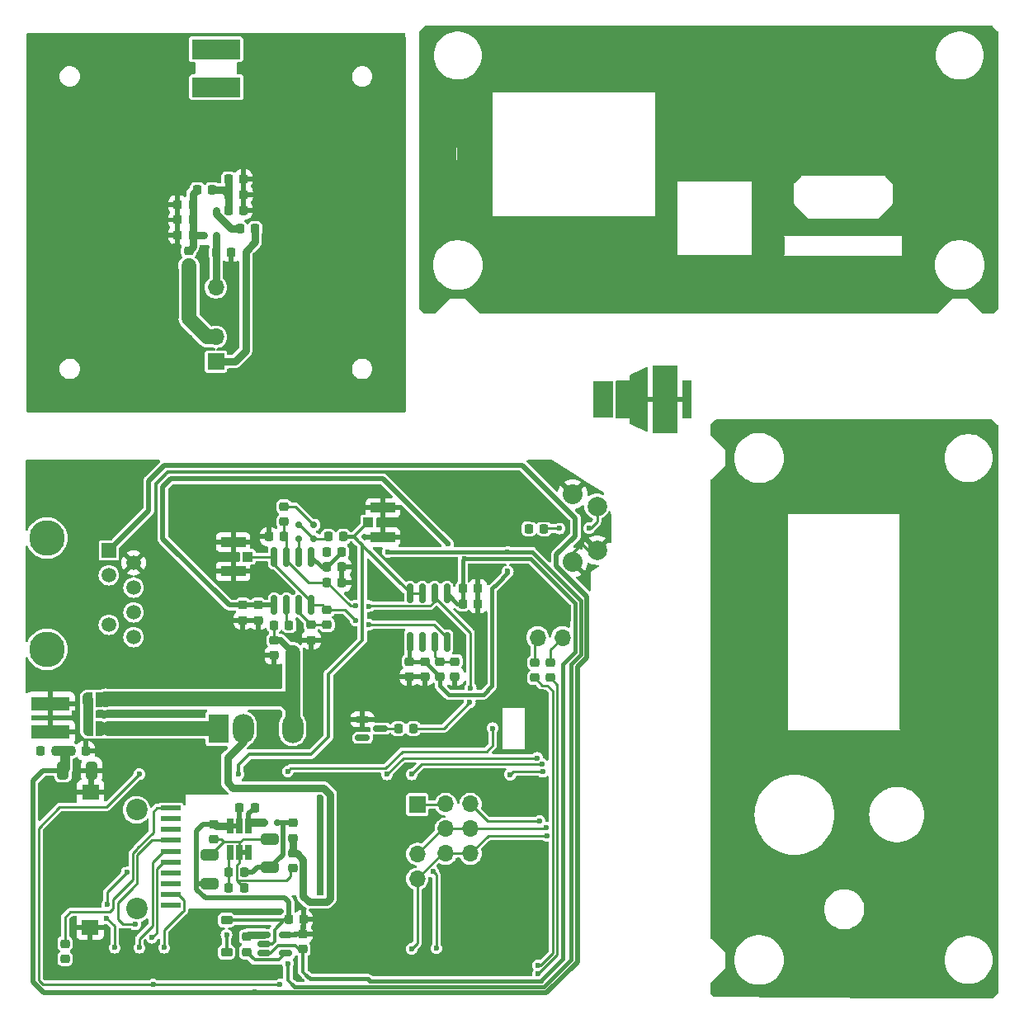
<source format=gbr>
G04 #@! TF.GenerationSoftware,KiCad,Pcbnew,7.0.1-0*
G04 #@! TF.CreationDate,2023-10-17T11:13:41-04:00*
G04 #@! TF.ProjectId,CosmicWatch,436f736d-6963-4576-9174-63682e6b6963,rev?*
G04 #@! TF.SameCoordinates,Original*
G04 #@! TF.FileFunction,Copper,L2,Bot*
G04 #@! TF.FilePolarity,Positive*
%FSLAX46Y46*%
G04 Gerber Fmt 4.6, Leading zero omitted, Abs format (unit mm)*
G04 Created by KiCad (PCBNEW 7.0.1-0) date 2023-10-17 11:13:41*
%MOMM*%
%LPD*%
G01*
G04 APERTURE LIST*
G04 Aperture macros list*
%AMRoundRect*
0 Rectangle with rounded corners*
0 $1 Rounding radius*
0 $2 $3 $4 $5 $6 $7 $8 $9 X,Y pos of 4 corners*
0 Add a 4 corners polygon primitive as box body*
4,1,4,$2,$3,$4,$5,$6,$7,$8,$9,$2,$3,0*
0 Add four circle primitives for the rounded corners*
1,1,$1+$1,$2,$3*
1,1,$1+$1,$4,$5*
1,1,$1+$1,$6,$7*
1,1,$1+$1,$8,$9*
0 Add four rect primitives between the rounded corners*
20,1,$1+$1,$2,$3,$4,$5,0*
20,1,$1+$1,$4,$5,$6,$7,0*
20,1,$1+$1,$6,$7,$8,$9,0*
20,1,$1+$1,$8,$9,$2,$3,0*%
%AMFreePoly0*
4,1,19,0.500000,-0.750000,0.000000,-0.750000,0.000000,-0.744911,-0.071157,-0.744911,-0.207708,-0.704816,-0.327430,-0.627875,-0.420627,-0.520320,-0.479746,-0.390866,-0.500000,-0.250000,-0.500000,0.250000,-0.479746,0.390866,-0.420627,0.520320,-0.327430,0.627875,-0.207708,0.704816,-0.071157,0.744911,0.000000,0.744911,0.000000,0.750000,0.500000,0.750000,0.500000,-0.750000,0.500000,-0.750000,
$1*%
%AMFreePoly1*
4,1,19,0.000000,0.744911,0.071157,0.744911,0.207708,0.704816,0.327430,0.627875,0.420627,0.520320,0.479746,0.390866,0.500000,0.250000,0.500000,-0.250000,0.479746,-0.390866,0.420627,-0.520320,0.327430,-0.627875,0.207708,-0.704816,0.071157,-0.744911,0.000000,-0.744911,0.000000,-0.750000,-0.500000,-0.750000,-0.500000,0.750000,0.000000,0.750000,0.000000,0.744911,0.000000,0.744911,
$1*%
G04 Aperture macros list end*
G04 #@! TA.AperFunction,ComponentPad*
%ADD10R,2.000000X4.000000*%
G04 #@! TD*
G04 #@! TA.AperFunction,ComponentPad*
%ADD11R,1.700000X1.700000*%
G04 #@! TD*
G04 #@! TA.AperFunction,ComponentPad*
%ADD12O,1.700000X1.700000*%
G04 #@! TD*
G04 #@! TA.AperFunction,ComponentPad*
%ADD13C,2.032000*%
G04 #@! TD*
G04 #@! TA.AperFunction,ComponentPad*
%ADD14C,2.000000*%
G04 #@! TD*
G04 #@! TA.AperFunction,ComponentPad*
%ADD15R,2.000000X3.000000*%
G04 #@! TD*
G04 #@! TA.AperFunction,ComponentPad*
%ADD16O,2.200000X3.000000*%
G04 #@! TD*
G04 #@! TA.AperFunction,ComponentPad*
%ADD17R,5.000000X2.000000*%
G04 #@! TD*
G04 #@! TA.AperFunction,ComponentPad*
%ADD18R,2.000000X3.800000*%
G04 #@! TD*
G04 #@! TA.AperFunction,ComponentPad*
%ADD19R,2.500000X7.000000*%
G04 #@! TD*
G04 #@! TA.AperFunction,ComponentPad*
%ADD20C,0.600000*%
G04 #@! TD*
G04 #@! TA.AperFunction,WasherPad*
%ADD21C,3.650000*%
G04 #@! TD*
G04 #@! TA.AperFunction,ComponentPad*
%ADD22R,1.500000X1.500000*%
G04 #@! TD*
G04 #@! TA.AperFunction,ComponentPad*
%ADD23C,1.500000*%
G04 #@! TD*
G04 #@! TA.AperFunction,SMDPad,CuDef*
%ADD24RoundRect,0.225000X0.225000X0.250000X-0.225000X0.250000X-0.225000X-0.250000X0.225000X-0.250000X0*%
G04 #@! TD*
G04 #@! TA.AperFunction,SMDPad,CuDef*
%ADD25R,0.500000X2.000000*%
G04 #@! TD*
G04 #@! TA.AperFunction,SMDPad,CuDef*
%ADD26RoundRect,0.225000X-0.225000X-0.250000X0.225000X-0.250000X0.225000X0.250000X-0.225000X0.250000X0*%
G04 #@! TD*
G04 #@! TA.AperFunction,SMDPad,CuDef*
%ADD27RoundRect,0.225000X0.250000X-0.225000X0.250000X0.225000X-0.250000X0.225000X-0.250000X-0.225000X0*%
G04 #@! TD*
G04 #@! TA.AperFunction,SMDPad,CuDef*
%ADD28R,2.000000X0.500000*%
G04 #@! TD*
G04 #@! TA.AperFunction,SMDPad,CuDef*
%ADD29R,1.800000X1.500000*%
G04 #@! TD*
G04 #@! TA.AperFunction,ComponentPad*
%ADD30C,2.200000*%
G04 #@! TD*
G04 #@! TA.AperFunction,SMDPad,CuDef*
%ADD31RoundRect,0.250000X-0.325000X-0.650000X0.325000X-0.650000X0.325000X0.650000X-0.325000X0.650000X0*%
G04 #@! TD*
G04 #@! TA.AperFunction,SMDPad,CuDef*
%ADD32RoundRect,0.225000X-0.250000X0.225000X-0.250000X-0.225000X0.250000X-0.225000X0.250000X0.225000X0*%
G04 #@! TD*
G04 #@! TA.AperFunction,SMDPad,CuDef*
%ADD33RoundRect,0.150000X-0.150000X0.825000X-0.150000X-0.825000X0.150000X-0.825000X0.150000X0.825000X0*%
G04 #@! TD*
G04 #@! TA.AperFunction,SMDPad,CuDef*
%ADD34RoundRect,0.150000X0.150000X-0.825000X0.150000X0.825000X-0.150000X0.825000X-0.150000X-0.825000X0*%
G04 #@! TD*
G04 #@! TA.AperFunction,SMDPad,CuDef*
%ADD35FreePoly0,0.000000*%
G04 #@! TD*
G04 #@! TA.AperFunction,SMDPad,CuDef*
%ADD36FreePoly1,0.000000*%
G04 #@! TD*
G04 #@! TA.AperFunction,ComponentPad*
%ADD37R,4.000000X1.400000*%
G04 #@! TD*
G04 #@! TA.AperFunction,SMDPad,CuDef*
%ADD38R,4.000000X1.400000*%
G04 #@! TD*
G04 #@! TA.AperFunction,SMDPad,CuDef*
%ADD39R,1.000000X1.000000*%
G04 #@! TD*
G04 #@! TA.AperFunction,SMDPad,CuDef*
%ADD40R,2.500000X1.000000*%
G04 #@! TD*
G04 #@! TA.AperFunction,SMDPad,CuDef*
%ADD41RoundRect,0.150000X0.200000X-0.150000X0.200000X0.150000X-0.200000X0.150000X-0.200000X-0.150000X0*%
G04 #@! TD*
G04 #@! TA.AperFunction,SMDPad,CuDef*
%ADD42R,0.650000X1.560000*%
G04 #@! TD*
G04 #@! TA.AperFunction,ComponentPad*
%ADD43R,0.650000X1.560000*%
G04 #@! TD*
G04 #@! TA.AperFunction,SMDPad,CuDef*
%ADD44RoundRect,0.250000X0.650000X-0.325000X0.650000X0.325000X-0.650000X0.325000X-0.650000X-0.325000X0*%
G04 #@! TD*
G04 #@! TA.AperFunction,SMDPad,CuDef*
%ADD45RoundRect,0.150000X-0.512500X-0.150000X0.512500X-0.150000X0.512500X0.150000X-0.512500X0.150000X0*%
G04 #@! TD*
G04 #@! TA.AperFunction,SMDPad,CuDef*
%ADD46RoundRect,0.225000X-0.375000X0.225000X-0.375000X-0.225000X0.375000X-0.225000X0.375000X0.225000X0*%
G04 #@! TD*
G04 #@! TA.AperFunction,SMDPad,CuDef*
%ADD47RoundRect,0.150000X-0.150000X-0.200000X0.150000X-0.200000X0.150000X0.200000X-0.150000X0.200000X0*%
G04 #@! TD*
G04 #@! TA.AperFunction,SMDPad,CuDef*
%ADD48RoundRect,0.150000X-0.587500X-0.150000X0.587500X-0.150000X0.587500X0.150000X-0.587500X0.150000X0*%
G04 #@! TD*
G04 #@! TA.AperFunction,ViaPad*
%ADD49C,0.600000*%
G04 #@! TD*
G04 #@! TA.AperFunction,Conductor*
%ADD50C,0.750000*%
G04 #@! TD*
G04 #@! TA.AperFunction,Conductor*
%ADD51C,1.000000*%
G04 #@! TD*
G04 #@! TA.AperFunction,Conductor*
%ADD52C,0.380000*%
G04 #@! TD*
G04 #@! TA.AperFunction,Conductor*
%ADD53C,0.250000*%
G04 #@! TD*
G04 #@! TA.AperFunction,Conductor*
%ADD54C,0.400000*%
G04 #@! TD*
G04 #@! TA.AperFunction,Conductor*
%ADD55C,0.500000*%
G04 #@! TD*
G04 #@! TA.AperFunction,Conductor*
%ADD56C,0.700000*%
G04 #@! TD*
G04 #@! TA.AperFunction,Conductor*
%ADD57C,1.540000*%
G04 #@! TD*
G04 #@! TA.AperFunction,Conductor*
%ADD58C,0.850000*%
G04 #@! TD*
G04 APERTURE END LIST*
D10*
X192230000Y-102110000D03*
D11*
X195105000Y-90235000D03*
D12*
X195105000Y-92775000D03*
X192565000Y-90235000D03*
X192565000Y-92775000D03*
D13*
X196162500Y-85060000D03*
D14*
X198662500Y-83810000D03*
D13*
X196162500Y-78060000D03*
D14*
X198662500Y-79310000D03*
D15*
X159810000Y-102110000D03*
D16*
X162350000Y-102110000D03*
X164890000Y-102110000D03*
X167430000Y-102110000D03*
D11*
X159555023Y-64478630D03*
D12*
X159555023Y-61938630D03*
X159555023Y-59398630D03*
X159555023Y-56858630D03*
D17*
X159610000Y-36305000D03*
X159560000Y-32405000D03*
D18*
X199255000Y-68335000D03*
D19*
X205630000Y-68335000D03*
D20*
X158320000Y-51485000D03*
X159580000Y-51485000D03*
X159580000Y-48965000D03*
X160840000Y-48965000D03*
D21*
X142225000Y-82575000D03*
X142225000Y-94005000D03*
D22*
X148575000Y-83845000D03*
D23*
X151115000Y-85115000D03*
X148575000Y-86385000D03*
X151115000Y-87655000D03*
X148575000Y-88925000D03*
X151115000Y-90195000D03*
X148575000Y-91465000D03*
X151115000Y-92735000D03*
D24*
X143140000Y-104390000D03*
X141590000Y-104390000D03*
D25*
X213370000Y-79870000D03*
X214170000Y-79870000D03*
X214970000Y-79870000D03*
D26*
X191680000Y-81610000D03*
X193230000Y-81610000D03*
X165525000Y-91505000D03*
X167075000Y-91505000D03*
D27*
X144080000Y-125735000D03*
X144080000Y-124185000D03*
D24*
X172620000Y-82435000D03*
X171070000Y-82435000D03*
D28*
X154920000Y-112486700D03*
X154920000Y-113597800D03*
X154920000Y-114708900D03*
X154920000Y-115820000D03*
X154920000Y-116931100D03*
X154920000Y-118042200D03*
D29*
X146695000Y-108639500D03*
X146645000Y-122539500D03*
D28*
X154920000Y-119153300D03*
X154920000Y-120264400D03*
X154920000Y-110264500D03*
X154920000Y-111375600D03*
D30*
X151420000Y-120614500D03*
X151420000Y-110464500D03*
D31*
X143870000Y-106420000D03*
X146820000Y-106420000D03*
D12*
X183140000Y-107330000D03*
X185680000Y-109870000D03*
X183140000Y-109870000D03*
X185680000Y-112410000D03*
X183140000Y-112410000D03*
X185680000Y-114950000D03*
X183140000Y-114950000D03*
D32*
X170965000Y-89925000D03*
X170965000Y-91475000D03*
D33*
X179470000Y-88250000D03*
X180740000Y-88250000D03*
X182010000Y-88250000D03*
X183280000Y-88250000D03*
X183280000Y-93200000D03*
X182010000Y-93200000D03*
X180740000Y-93200000D03*
X179470000Y-93200000D03*
D27*
X184085000Y-96780000D03*
X184085000Y-95230000D03*
X182525000Y-96780000D03*
X182525000Y-95230000D03*
D34*
X169335000Y-89445000D03*
X168065000Y-89445000D03*
X166795000Y-89445000D03*
X165525000Y-89445000D03*
X165525000Y-84495000D03*
X166795000Y-84495000D03*
X168065000Y-84495000D03*
X169335000Y-84495000D03*
D24*
X172485000Y-87120000D03*
X170935000Y-87120000D03*
D27*
X166535000Y-80900000D03*
X166535000Y-79350000D03*
X163895000Y-90995000D03*
X163895000Y-89445000D03*
D26*
X160830023Y-48928630D03*
X162380023Y-48928630D03*
X160855023Y-47328630D03*
X162405023Y-47328630D03*
X160830023Y-45728630D03*
X162380023Y-45728630D03*
D11*
X180220000Y-109920000D03*
D12*
X180220000Y-112460000D03*
X180220000Y-115000000D03*
X180220000Y-117540000D03*
D26*
X160890000Y-116900000D03*
X162440000Y-116900000D03*
D24*
X163580023Y-50828630D03*
X162030023Y-50828630D03*
X163540000Y-110230000D03*
X161990000Y-110230000D03*
D27*
X162335000Y-90995000D03*
X162335000Y-89445000D03*
D35*
X146430000Y-102110000D03*
D36*
X147730000Y-102110000D03*
D37*
X142600000Y-99560000D03*
D38*
X142600000Y-102460000D03*
D26*
X159555023Y-53278630D03*
X161105023Y-53278630D03*
D24*
X157180023Y-51478630D03*
X155630023Y-51478630D03*
X157180023Y-48378630D03*
X155630023Y-48378630D03*
X157180023Y-49928630D03*
X155630023Y-49928630D03*
X159180023Y-46828630D03*
X157630023Y-46828630D03*
D39*
X175185000Y-80975000D03*
D40*
X176685000Y-79475000D03*
X176685000Y-82475000D03*
D24*
X186430000Y-89315000D03*
X184880000Y-89315000D03*
X186430000Y-87755000D03*
X184880000Y-87755000D03*
D41*
X168065000Y-81215000D03*
X168065000Y-82615000D03*
D27*
X167445000Y-113355000D03*
X167445000Y-111805000D03*
D32*
X167445000Y-114895000D03*
X167445000Y-116445000D03*
D26*
X144645000Y-104390000D03*
X146195000Y-104390000D03*
D42*
X162920000Y-114845000D03*
D43*
X161970000Y-114845000D03*
D42*
X161020000Y-114845000D03*
X161020000Y-112145000D03*
X161970000Y-112145000D03*
X162920000Y-112145000D03*
D44*
X165095000Y-116390000D03*
X165095000Y-113440000D03*
D35*
X146420000Y-99160000D03*
D36*
X147720000Y-99160000D03*
D27*
X192280000Y-96910000D03*
X192280000Y-95360000D03*
D32*
X193880000Y-95360000D03*
X193880000Y-96910000D03*
D41*
X169565000Y-81215000D03*
X169565000Y-82615000D03*
D27*
X159345000Y-113465000D03*
X159345000Y-111915000D03*
D32*
X180965000Y-95230000D03*
X180965000Y-96780000D03*
D27*
X162700000Y-125040000D03*
X162700000Y-123490000D03*
D24*
X172485000Y-84000000D03*
X170935000Y-84000000D03*
D45*
X164460000Y-125180000D03*
X164460000Y-124230000D03*
X164460000Y-123280000D03*
X166735000Y-123280000D03*
X166735000Y-125180000D03*
D26*
X178257500Y-102120000D03*
X179807500Y-102120000D03*
D32*
X179405000Y-95230000D03*
X179405000Y-96780000D03*
D46*
X160645000Y-121765000D03*
X160645000Y-125065000D03*
D27*
X156755023Y-54653630D03*
X156755023Y-53103630D03*
D44*
X158935000Y-118060000D03*
X158935000Y-115110000D03*
D27*
X168485000Y-124770000D03*
X168485000Y-123220000D03*
D32*
X165525000Y-93045000D03*
X165525000Y-94595000D03*
D39*
X162825000Y-84495000D03*
D40*
X161325000Y-85995000D03*
X161325000Y-82995000D03*
D24*
X162440000Y-118470000D03*
X160890000Y-118470000D03*
D26*
X170935000Y-85560000D03*
X172485000Y-85560000D03*
D32*
X169335000Y-91475000D03*
X169335000Y-93025000D03*
D47*
X165885000Y-111800000D03*
X164485000Y-111800000D03*
D26*
X165010000Y-82435000D03*
X166560000Y-82435000D03*
D24*
X168545000Y-121715000D03*
X166995000Y-121715000D03*
D48*
X174595000Y-103070000D03*
X174595000Y-101170000D03*
X176470000Y-102120000D03*
D49*
X162330000Y-103310000D03*
X162360000Y-100900000D03*
X161870000Y-106820000D03*
X193460000Y-112310500D03*
X182170000Y-124670000D03*
X181841589Y-116801589D03*
X179640000Y-124730000D03*
X193505500Y-113108707D03*
X194830228Y-81592069D03*
X197855000Y-81560000D03*
X189505000Y-85995000D03*
X166995000Y-121715000D03*
X172485000Y-84000000D03*
X177205000Y-83985000D03*
X166945000Y-126215000D03*
X189515000Y-83985000D03*
X175265000Y-91455000D03*
X173875000Y-91005000D03*
X153120025Y-128360500D03*
X166129500Y-128360500D03*
X153000000Y-123580000D03*
X151680000Y-106810000D03*
X192780000Y-111630000D03*
X149280000Y-115760000D03*
X146930000Y-114110000D03*
X144130000Y-97560000D03*
X149930000Y-97610000D03*
X152430000Y-97610000D03*
X153730000Y-97610000D03*
X154980000Y-97610000D03*
X156130000Y-97610000D03*
X145430000Y-120210000D03*
X160905023Y-58078630D03*
X159555023Y-66028630D03*
X160955023Y-55578630D03*
X158155023Y-55628630D03*
X158105023Y-58128630D03*
X160955023Y-54728630D03*
X158155023Y-54078630D03*
X157905023Y-63028630D03*
X151180000Y-97610000D03*
X156905023Y-61978630D03*
X155605023Y-60678630D03*
X155355023Y-58528630D03*
X155355023Y-56428630D03*
X155355023Y-54478630D03*
X155355023Y-52628630D03*
X162355023Y-65028630D03*
X163605023Y-63528630D03*
X163605023Y-61078630D03*
X163605023Y-58928630D03*
X163605023Y-56978630D03*
X161655023Y-57378630D03*
X161605023Y-59578630D03*
X161605023Y-61728630D03*
X163605023Y-55678630D03*
X194804500Y-80792981D03*
X193955000Y-75960000D03*
X158630000Y-97610000D03*
X157445000Y-121915000D03*
X143280000Y-99560000D03*
X162380000Y-48930000D03*
X156880000Y-100560000D03*
X186755000Y-91265000D03*
X146820000Y-106420000D03*
X168545000Y-121715000D03*
X153180000Y-100560000D03*
X191955000Y-100535000D03*
X163895000Y-90995000D03*
X163380000Y-97610000D03*
X169855000Y-95295000D03*
X142385000Y-90315000D03*
X172135000Y-98925000D03*
X148730000Y-97620000D03*
X150455000Y-78610000D03*
X176725000Y-90515000D03*
X205255000Y-65835000D03*
X151930000Y-103660000D03*
X168880000Y-97910000D03*
X147755000Y-95035000D03*
X142830000Y-97560000D03*
X154830000Y-109310000D03*
X172485000Y-87120000D03*
X158030000Y-103660000D03*
X149480000Y-100570000D03*
X170935000Y-84000000D03*
X176685000Y-79475000D03*
X164680000Y-97610000D03*
X154480000Y-100560000D03*
X161325000Y-82995000D03*
X155855000Y-94835000D03*
X180965000Y-96780000D03*
X233280000Y-39435000D03*
X168880000Y-96760000D03*
X180845000Y-85475000D03*
X147410000Y-97620000D03*
X167945000Y-120215000D03*
X155730000Y-100560000D03*
X162335000Y-90995000D03*
X231280000Y-102310000D03*
X176725000Y-87715000D03*
X186430000Y-89315000D03*
X170345000Y-113915000D03*
X141430000Y-99560000D03*
X157445000Y-123415000D03*
X168915000Y-94745000D03*
X145120000Y-98220000D03*
X158080000Y-100560000D03*
X171145000Y-120915000D03*
X142380000Y-86610000D03*
X217230000Y-123060000D03*
X172345000Y-113915000D03*
X165525000Y-94595000D03*
X161325000Y-85995000D03*
X170345000Y-109915000D03*
X145050000Y-100540000D03*
X237830000Y-100360000D03*
X168445000Y-123215000D03*
X145955000Y-122535000D03*
X169335000Y-93025000D03*
X158855000Y-94760000D03*
X141480000Y-76160000D03*
X149480000Y-103670000D03*
X158945000Y-123415000D03*
X190905000Y-98335000D03*
X164880000Y-100960000D03*
X168865000Y-95715000D03*
X165980000Y-97610000D03*
X205405000Y-70460000D03*
X170345000Y-115915000D03*
X168880000Y-99210000D03*
X172135000Y-103085000D03*
X167465000Y-92855000D03*
X167745000Y-127315000D03*
X151930000Y-100560000D03*
X150680000Y-100560000D03*
X155630023Y-49928630D03*
X236630000Y-108210000D03*
X146630000Y-125410000D03*
X159330000Y-106660000D03*
X170345000Y-117915000D03*
X218830000Y-105010000D03*
X150596000Y-112456000D03*
X170345000Y-111915000D03*
X191705000Y-80585000D03*
X169945000Y-122415000D03*
X141430000Y-97560000D03*
X172135000Y-100985000D03*
X155730000Y-103660000D03*
X163605023Y-54355000D03*
X172245000Y-119915000D03*
X172485000Y-85560000D03*
X186430000Y-87755000D03*
X148360000Y-103540000D03*
X150855000Y-95060000D03*
X172345000Y-109915000D03*
X193005000Y-98335000D03*
X236580000Y-102310000D03*
X176685000Y-82475000D03*
X191980000Y-103610000D03*
X174595000Y-101170000D03*
X172345000Y-117915000D03*
X150680000Y-103660000D03*
X172130000Y-125410000D03*
X186755000Y-93135000D03*
X153180000Y-103660000D03*
X161105023Y-53278630D03*
X159445000Y-108315000D03*
X156880000Y-103660000D03*
X199180000Y-81560000D03*
X154830000Y-118060000D03*
X159780000Y-97610000D03*
X216030000Y-106060000D03*
X169710000Y-101530000D03*
X184085000Y-96780000D03*
X159330000Y-105210000D03*
X172345000Y-115915000D03*
X232380000Y-105460000D03*
X169945000Y-123915000D03*
X169750000Y-103010000D03*
X235230000Y-40685000D03*
X157345000Y-108315000D03*
X179405000Y-96780000D03*
X162230000Y-97610000D03*
X158945000Y-121915000D03*
X177705000Y-96305000D03*
X157380000Y-97610000D03*
X169670000Y-100000000D03*
X146110000Y-97610000D03*
X154480000Y-103660000D03*
X184845000Y-125615000D03*
X172345000Y-111915000D03*
X160980000Y-97610000D03*
X167410000Y-100910000D03*
X167410000Y-103310000D03*
X179650000Y-106820000D03*
X193034160Y-105759500D03*
X192530000Y-105135000D03*
X177110000Y-106820000D03*
X144080000Y-125760000D03*
X148359454Y-121564500D03*
X150400501Y-116900000D03*
X148395500Y-120180000D03*
X149170000Y-124600000D03*
X154920000Y-116931100D03*
X151710000Y-124600000D03*
X154250000Y-124600000D03*
X151270000Y-122220000D03*
X159140000Y-103280000D03*
X160490000Y-103310000D03*
X160480000Y-100930000D03*
X159150000Y-100930000D03*
X193082902Y-106557515D03*
X180740000Y-93200000D03*
X189755000Y-106835000D03*
X141590000Y-104390000D03*
X198980000Y-67060000D03*
X198980000Y-69510000D03*
X158160000Y-36380000D03*
X161110000Y-36330000D03*
X157935000Y-32280000D03*
X160985000Y-32330000D03*
X160645000Y-123315000D03*
X163580000Y-129110000D03*
X146430000Y-102110000D03*
X187955000Y-102085000D03*
X166930000Y-106510000D03*
X191680000Y-81610000D03*
X185065000Y-84685000D03*
X183395000Y-83185000D03*
X174595000Y-103070000D03*
X192596495Y-127310500D03*
X192608139Y-126420678D03*
X173875000Y-89545000D03*
X185695000Y-97935000D03*
X185615000Y-99445000D03*
X175275000Y-89555000D03*
D50*
X171305000Y-108885000D02*
X171305000Y-119525000D01*
X167845000Y-114895000D02*
X167445000Y-114895000D01*
X170905000Y-119925000D02*
X169145000Y-119925000D01*
X171305000Y-119525000D02*
X170905000Y-119925000D01*
X160730000Y-105110000D02*
X160730000Y-107650000D01*
X170635000Y-108215000D02*
X171305000Y-108885000D01*
D51*
X162330000Y-102130000D02*
X162350000Y-102110000D01*
D50*
X162350000Y-103490000D02*
X160730000Y-105110000D01*
X168515000Y-115565000D02*
X167845000Y-114895000D01*
X168515000Y-115565000D02*
X168515000Y-119295000D01*
X167445000Y-113355000D02*
X167445000Y-114895000D01*
X168515000Y-119295000D02*
X169145000Y-119925000D01*
X160730000Y-107650000D02*
X161295000Y-108215000D01*
D51*
X162330000Y-103310000D02*
X162330000Y-102130000D01*
D50*
X161295000Y-108215000D02*
X170635000Y-108215000D01*
D52*
X173725000Y-82435000D02*
X174270000Y-82980000D01*
X175185000Y-80975000D02*
X173725000Y-82435000D01*
D53*
X179470000Y-88250000D02*
X180740000Y-88250000D01*
D52*
X171105000Y-96510000D02*
X171105000Y-102960000D01*
X174570000Y-93045000D02*
X174570000Y-83280000D01*
X171105000Y-96510000D02*
X174570000Y-93045000D01*
X174270000Y-82980000D02*
X179470000Y-88180000D01*
X169330000Y-104735000D02*
X162980000Y-104735000D01*
D53*
X179470000Y-88180000D02*
X179470000Y-88250000D01*
D52*
X162980000Y-104735000D02*
X161870000Y-105845000D01*
D54*
X172620000Y-82435000D02*
X173655000Y-82435000D01*
D52*
X161870000Y-105845000D02*
X161870000Y-106820000D01*
D53*
X173725000Y-82435000D02*
X173655000Y-82435000D01*
D52*
X174570000Y-83280000D02*
X174270000Y-82980000D01*
X171105000Y-102960000D02*
X169330000Y-104735000D01*
D53*
X180220000Y-115000000D02*
X182810000Y-112410000D01*
X182170000Y-117130000D02*
X181841589Y-116801589D01*
X182810000Y-112410000D02*
X183140000Y-112410000D01*
X183140000Y-112410000D02*
X185680000Y-112410000D01*
X182170000Y-124670000D02*
X182170000Y-117130000D01*
X193360500Y-112410000D02*
X185680000Y-112410000D01*
X193460000Y-112310500D02*
X193360500Y-112410000D01*
X182810000Y-114950000D02*
X183140000Y-114950000D01*
X193277414Y-113140000D02*
X187490000Y-113140000D01*
X183140000Y-114950000D02*
X185680000Y-114950000D01*
X193505500Y-113108707D02*
X193308707Y-113108707D01*
X179640000Y-124730000D02*
X180220000Y-124150000D01*
X180220000Y-117540000D02*
X182810000Y-114950000D01*
X187490000Y-113140000D02*
X185680000Y-114950000D01*
X180220000Y-124150000D02*
X180220000Y-117540000D01*
X193308707Y-113108707D02*
X193277414Y-113140000D01*
X198662500Y-80902500D02*
X198255000Y-81310000D01*
X198662500Y-79310000D02*
X198662500Y-80902500D01*
X198005000Y-81560000D02*
X197855000Y-81560000D01*
X198255000Y-81310000D02*
X198005000Y-81560000D01*
X194830228Y-81592069D02*
X193247931Y-81592069D01*
D50*
X157180023Y-51478630D02*
X158313630Y-51478630D01*
X157180023Y-49928630D02*
X157180023Y-51478630D01*
X157180023Y-48378630D02*
X157180023Y-49928630D01*
X157180023Y-52678630D02*
X156755023Y-53103630D01*
X157180023Y-47278630D02*
X157630023Y-46828630D01*
X158313630Y-51478630D02*
X158320000Y-51485000D01*
X157180023Y-51478630D02*
X157180023Y-52678630D01*
X157180023Y-48378630D02*
X157180023Y-47278630D01*
D55*
X159345000Y-111915000D02*
X158245000Y-111915000D01*
X161970000Y-112145000D02*
X161020000Y-112145000D01*
D54*
X182525000Y-96780000D02*
X182525000Y-97760000D01*
X177205000Y-83985000D02*
X189515000Y-83985000D01*
X195980000Y-120660000D02*
X195980000Y-125790762D01*
X185700000Y-128610000D02*
X174555000Y-128610000D01*
X187902500Y-97737500D02*
X187902500Y-87762500D01*
X189505000Y-86160000D02*
X188447878Y-87217122D01*
X182525000Y-96780000D02*
X182515000Y-96780000D01*
X196980000Y-94540762D02*
X196980000Y-88978705D01*
X193855000Y-85853705D02*
X192536295Y-84535000D01*
X170400000Y-85560000D02*
X169335000Y-84495000D01*
X167630000Y-128610000D02*
X167390000Y-128370000D01*
D55*
X166645000Y-119515000D02*
X167045000Y-119915000D01*
D54*
X186980000Y-98660000D02*
X187902500Y-97737500D01*
X182515000Y-96780000D02*
X180965000Y-95230000D01*
X170935000Y-85560000D02*
X170400000Y-85560000D01*
D55*
X161990000Y-110230000D02*
X161990000Y-112125000D01*
D53*
X170935000Y-85560000D02*
X170935000Y-85550000D01*
D55*
X167045000Y-119915000D02*
X167045000Y-121665000D01*
D54*
X195980000Y-95540762D02*
X196980000Y-94540762D01*
X195980000Y-120660000D02*
X195980000Y-95540762D01*
D52*
X165565000Y-122795000D02*
X165600000Y-122830000D01*
D54*
X187902500Y-87762500D02*
X188447878Y-87217122D01*
X193160762Y-128610000D02*
X185700000Y-128610000D01*
X180965000Y-95230000D02*
X179405000Y-95230000D01*
D55*
X158445000Y-119515000D02*
X166645000Y-119515000D01*
D53*
X172490000Y-83995000D02*
X172485000Y-84000000D01*
D55*
X157545000Y-118015000D02*
X158890000Y-118015000D01*
D52*
X165565000Y-122795000D02*
X166645000Y-121715000D01*
D54*
X170935000Y-85550000D02*
X172485000Y-84000000D01*
D53*
X172485000Y-84000000D02*
X172485000Y-83995000D01*
D52*
X165600000Y-123940000D02*
X165310000Y-124230000D01*
D55*
X157645000Y-112515000D02*
X157545000Y-112615000D01*
X158245000Y-111915000D02*
X157645000Y-112515000D01*
D54*
X183425000Y-98660000D02*
X186980000Y-98660000D01*
D52*
X165310000Y-124230000D02*
X164460000Y-124230000D01*
D55*
X157545000Y-118015000D02*
X157545000Y-118615000D01*
D52*
X160645000Y-121765000D02*
X166945000Y-121765000D01*
D55*
X157545000Y-118615000D02*
X158445000Y-119515000D01*
D53*
X172485000Y-83995000D02*
X172490000Y-83995000D01*
D55*
X167045000Y-121665000D02*
X166995000Y-121715000D01*
D52*
X166945000Y-127925000D02*
X167390000Y-128370000D01*
X166945000Y-126215000D02*
X166945000Y-127925000D01*
X166645000Y-121715000D02*
X166995000Y-121715000D01*
D54*
X196980000Y-88978705D02*
X193855000Y-85853705D01*
D50*
X161020000Y-112145000D02*
X159575000Y-112145000D01*
D52*
X165600000Y-122830000D02*
X165600000Y-123940000D01*
D55*
X157545000Y-112615000D02*
X157545000Y-118015000D01*
D54*
X189515000Y-83985000D02*
X191986295Y-83985000D01*
X191986295Y-83985000D02*
X192536295Y-84535000D01*
X182525000Y-97760000D02*
X183425000Y-98660000D01*
X174555000Y-128610000D02*
X167630000Y-128610000D01*
D52*
X166945000Y-121765000D02*
X166995000Y-121715000D01*
D54*
X189505000Y-85995000D02*
X189505000Y-86160000D01*
X195980000Y-125790762D02*
X193160762Y-128610000D01*
X179405000Y-95230000D02*
X179405000Y-93265000D01*
X179405000Y-93265000D02*
X179470000Y-93200000D01*
D53*
X169335000Y-89068249D02*
X169335000Y-89445000D01*
X170485000Y-89445000D02*
X170965000Y-89925000D01*
X170965000Y-89925000D02*
X172805000Y-89925000D01*
X183280000Y-92823249D02*
X181911751Y-91455000D01*
X165525000Y-84495000D02*
X162825000Y-84495000D01*
X172805000Y-89925000D02*
X173875000Y-90995000D01*
X181911751Y-91455000D02*
X175265000Y-91455000D01*
X169335000Y-89445000D02*
X170485000Y-89445000D01*
X165525000Y-85258249D02*
X169335000Y-89068249D01*
X165525000Y-84495000D02*
X165525000Y-85258249D01*
X183280000Y-93200000D02*
X183280000Y-92823249D01*
X141355000Y-112335000D02*
X141355000Y-127921828D01*
X187440000Y-111630000D02*
X192780000Y-111630000D01*
X153480000Y-123100000D02*
X153480000Y-116510000D01*
X183090000Y-109920000D02*
X183140000Y-109870000D01*
X141355000Y-127921828D02*
X141843172Y-128410000D01*
X148330000Y-110160000D02*
X143530000Y-110160000D01*
X141843172Y-128410000D02*
X153070525Y-128410000D01*
X185680000Y-109870000D02*
X187440000Y-111630000D01*
X153480000Y-116510000D02*
X154170000Y-115820000D01*
X143530000Y-110160000D02*
X141355000Y-112335000D01*
X153000000Y-123580000D02*
X153480000Y-123100000D01*
X151680000Y-106810000D02*
X148330000Y-110160000D01*
X180220000Y-109920000D02*
X183090000Y-109920000D01*
X153070525Y-128410000D02*
X153120025Y-128360500D01*
X154170000Y-115820000D02*
X154920000Y-115820000D01*
X153120025Y-128360500D02*
X166129500Y-128360500D01*
X161970000Y-115875000D02*
X161970000Y-114845000D01*
D52*
X146695000Y-108639500D02*
X146695000Y-107445000D01*
X168485000Y-123220000D02*
X166795000Y-123220000D01*
D53*
X161665000Y-117695000D02*
X161665000Y-116180000D01*
X161670000Y-117700000D02*
X166810000Y-117700000D01*
X160095000Y-113465000D02*
X160370000Y-113740000D01*
X160370000Y-113740000D02*
X159000000Y-115110000D01*
X196162500Y-85060000D02*
X196162500Y-84067500D01*
X161665000Y-116180000D02*
X161970000Y-115875000D01*
X166810000Y-117700000D02*
X167195000Y-117315000D01*
X196162500Y-84067500D02*
X197090000Y-83140000D01*
X197760000Y-83810000D02*
X198662500Y-83810000D01*
D52*
X166795000Y-123220000D02*
X166735000Y-123280000D01*
D53*
X197090000Y-83140000D02*
X197760000Y-83810000D01*
X159345000Y-113465000D02*
X160095000Y-113465000D01*
X161665000Y-117695000D02*
X161670000Y-117700000D01*
X165095000Y-113440000D02*
X162345000Y-113440000D01*
X161970000Y-113815000D02*
X161895000Y-113740000D01*
X159000000Y-115110000D02*
X158935000Y-115110000D01*
X162345000Y-113440000D02*
X161970000Y-113815000D01*
X161970000Y-114845000D02*
X161970000Y-113815000D01*
X167195000Y-117315000D02*
X167195000Y-116695000D01*
X194804500Y-80792981D02*
X191912981Y-80792981D01*
D55*
X162920000Y-114845000D02*
X161970000Y-114845000D01*
D53*
X162440000Y-118470000D02*
X161665000Y-117695000D01*
X191912981Y-80792981D02*
X191705000Y-80585000D01*
X161895000Y-113740000D02*
X160370000Y-113740000D01*
X142330000Y-102460000D02*
X144220000Y-102460000D01*
X165525000Y-91505000D02*
X165525000Y-93045000D01*
D56*
X166175000Y-93045000D02*
X167430000Y-94300000D01*
D57*
X167430000Y-99970000D02*
X166550000Y-99090000D01*
X166550000Y-99090000D02*
X148280000Y-99090000D01*
D56*
X165525000Y-93045000D02*
X166175000Y-93045000D01*
D57*
X167430000Y-99970000D02*
X167430000Y-94300000D01*
X167430000Y-99970000D02*
X167430000Y-102110000D01*
X148280000Y-99090000D02*
X148210000Y-99160000D01*
D51*
X147720000Y-99160000D02*
X148210000Y-99160000D01*
D53*
X193034160Y-105759500D02*
X180710500Y-105759500D01*
X180710500Y-105759500D02*
X179650000Y-106820000D01*
X178795000Y-105135000D02*
X177110000Y-106820000D01*
X192530000Y-105135000D02*
X178795000Y-105135000D01*
X148395500Y-118905001D02*
X148395500Y-120180000D01*
X149170000Y-122375046D02*
X149170000Y-124600000D01*
X148359454Y-121564500D02*
X149170000Y-122375046D01*
X150400501Y-116900000D02*
X148395500Y-118905001D01*
X153030000Y-122350000D02*
X153030000Y-115848900D01*
X151710000Y-124600000D02*
X151710000Y-123680000D01*
X151710000Y-123680000D02*
X151925001Y-123464999D01*
X154170000Y-114708900D02*
X154920000Y-114708900D01*
X153030000Y-115848900D02*
X154170000Y-114708900D01*
X151925001Y-123454999D02*
X153030000Y-122350000D01*
X151925001Y-123464999D02*
X151925001Y-123454999D01*
X156130000Y-120960000D02*
X156105000Y-120960000D01*
X156267500Y-120822500D02*
X156130000Y-120960000D01*
X154250000Y-122815000D02*
X154250000Y-124600000D01*
X155698300Y-119153300D02*
X156267500Y-119722500D01*
X156105000Y-120960000D02*
X154250000Y-122815000D01*
X156267500Y-119722500D02*
X156267500Y-120822500D01*
X154920000Y-113597800D02*
X152984500Y-113597800D01*
X154230000Y-113593300D02*
X152980000Y-113593300D01*
X150930000Y-118520000D02*
X149470000Y-119980000D01*
X152980000Y-113593300D02*
X151475001Y-115098299D01*
X149470000Y-119980000D02*
X149470000Y-121050000D01*
X149470000Y-121050000D02*
X149470000Y-121670000D01*
X151475001Y-117974999D02*
X150930000Y-118520000D01*
X151475001Y-117650000D02*
X151475001Y-117974999D01*
X150020000Y-122220000D02*
X151270000Y-122220000D01*
X151475001Y-115098299D02*
X151475001Y-117650000D01*
X149470000Y-121670000D02*
X150000000Y-122200000D01*
X150000000Y-122200000D02*
X150020000Y-122220000D01*
X152984500Y-113597800D02*
X152980000Y-113593300D01*
X193880000Y-94000000D02*
X195105000Y-92775000D01*
X193880000Y-95360000D02*
X193880000Y-94000000D01*
X192290000Y-95350000D02*
X192290000Y-92360000D01*
X192280000Y-95360000D02*
X192290000Y-95350000D01*
D50*
X159555023Y-64478630D02*
X161505023Y-64478630D01*
X161505023Y-64478630D02*
X162605023Y-63378630D01*
X162605023Y-53153630D02*
X163580023Y-52178630D01*
X162605023Y-63378630D02*
X162605023Y-53153630D01*
X163580023Y-52178630D02*
X163580023Y-50828630D01*
D57*
X156805023Y-54703630D02*
X156755023Y-54653630D01*
X156805023Y-60078630D02*
X156805023Y-54703630D01*
X159555023Y-61938630D02*
X159215023Y-61938630D01*
X158665023Y-61938630D02*
X156805023Y-60078630D01*
X159555023Y-61938630D02*
X158665023Y-61938630D01*
X159555023Y-61938630D02*
X158794625Y-61938630D01*
D50*
X159555023Y-53278630D02*
X159555023Y-56858630D01*
X159555023Y-53278630D02*
X159555023Y-51509977D01*
X159555023Y-51509977D02*
X159580000Y-51485000D01*
D57*
X159810000Y-102110000D02*
X148560000Y-102110000D01*
D51*
X147730000Y-102110000D02*
X148560000Y-102110000D01*
D53*
X190032485Y-106557515D02*
X189755000Y-106835000D01*
X193082902Y-106557515D02*
X190032485Y-106557515D01*
D50*
X164460000Y-123280000D02*
X162910000Y-123280000D01*
X162910000Y-123280000D02*
X162700000Y-123490000D01*
D52*
X166045000Y-125870000D02*
X166735000Y-125180000D01*
X163530000Y-125870000D02*
X166045000Y-125870000D01*
X162700000Y-125040000D02*
X163530000Y-125870000D01*
D53*
X168065000Y-90205000D02*
X169335000Y-91475000D01*
X168065000Y-89445000D02*
X168065000Y-90205000D01*
X169335000Y-91475000D02*
X170965000Y-91475000D01*
X166795000Y-89445000D02*
X166795000Y-91225000D01*
X166795000Y-91225000D02*
X167075000Y-91505000D01*
X168065000Y-84495000D02*
X168065000Y-82615000D01*
X149020000Y-120580000D02*
X148660000Y-120940000D01*
X151475001Y-114461903D02*
X151025001Y-114911903D01*
X153110000Y-110670000D02*
X153515500Y-110264500D01*
X153515500Y-110264500D02*
X154920000Y-110264500D01*
X151475001Y-114461903D02*
X151475001Y-114404999D01*
X149020000Y-119655001D02*
X149020000Y-120580000D01*
X151025001Y-114911903D02*
X151025001Y-117650000D01*
X144640000Y-120940000D02*
X144080000Y-121500000D01*
X153110000Y-112770000D02*
X153110000Y-110670000D01*
X151025001Y-117650000D02*
X149020000Y-119655001D01*
X151475001Y-114404999D02*
X153110000Y-112770000D01*
X148660000Y-120940000D02*
X144640000Y-120940000D01*
X144080000Y-124185000D02*
X144080000Y-121500000D01*
D50*
X160355023Y-46828630D02*
X160855023Y-47328630D01*
X160855023Y-47328630D02*
X160855023Y-48903630D01*
X160855023Y-48903630D02*
X160830023Y-48928630D01*
X159180023Y-46828630D02*
X160355023Y-46828630D01*
X160855023Y-47328630D02*
X160855023Y-45753630D01*
D55*
X140780000Y-107480000D02*
X141840000Y-106420000D01*
X196630000Y-95810000D02*
X197630000Y-94810000D01*
X196430000Y-82360000D02*
X196430000Y-80510000D01*
X191005000Y-75085000D02*
X154280000Y-75085000D01*
X152680000Y-79740000D02*
X148575000Y-83845000D01*
D51*
X144080000Y-104390000D02*
X144645000Y-104390000D01*
D55*
X196630000Y-126060000D02*
X196630000Y-95810000D01*
X141840000Y-106420000D02*
X143870000Y-106420000D01*
X197630000Y-88600738D02*
X194505000Y-85475738D01*
X140780000Y-107980000D02*
X140780000Y-107480000D01*
X196430000Y-80510000D02*
X191005000Y-75085000D01*
X194505000Y-85475738D02*
X194505000Y-84285000D01*
X140780000Y-107980000D02*
X140780000Y-107730000D01*
D52*
X160645000Y-123315000D02*
X160645000Y-125065000D01*
D55*
X140780000Y-128160000D02*
X141880000Y-129260000D01*
X154280000Y-75085000D02*
X152680000Y-76685000D01*
X193430000Y-129260000D02*
X196630000Y-126060000D01*
D51*
X144080000Y-104390000D02*
X144080000Y-106210000D01*
D55*
X197630000Y-94810000D02*
X197630000Y-88600738D01*
D51*
X144080000Y-106210000D02*
X143870000Y-106420000D01*
D55*
X140780000Y-107980000D02*
X140780000Y-128160000D01*
X194505000Y-84285000D02*
X196430000Y-82360000D01*
X141880000Y-129260000D02*
X193430000Y-129260000D01*
D51*
X143140000Y-104390000D02*
X144080000Y-104390000D01*
D55*
X152680000Y-76685000D02*
X152680000Y-79740000D01*
D50*
X161123652Y-50828630D02*
X162030023Y-50828630D01*
X159580000Y-48965000D02*
X159580000Y-49284978D01*
X159580000Y-49284978D02*
X161123652Y-50828630D01*
D51*
X146430000Y-99170000D02*
X146420000Y-99160000D01*
X146430000Y-102110000D02*
X146430000Y-99170000D01*
D53*
X187955000Y-102085000D02*
X187955000Y-103835000D01*
X167245000Y-106195000D02*
X176970000Y-106195000D01*
X178705000Y-104460000D02*
X187330000Y-104460000D01*
X187330000Y-104460000D02*
X187955000Y-103835000D01*
X176970000Y-106195000D02*
X178705000Y-104460000D01*
X166930000Y-106510000D02*
X167245000Y-106195000D01*
D54*
X192287767Y-85135000D02*
X191837767Y-84685000D01*
D55*
X163895000Y-89445000D02*
X162335000Y-89445000D01*
D54*
X175170500Y-127810500D02*
X169230500Y-127810500D01*
X169230500Y-127810500D02*
X168830000Y-127410000D01*
X184880000Y-87755000D02*
X184880000Y-84870000D01*
X184880000Y-87755000D02*
X184880000Y-89315000D01*
X193026117Y-127896117D02*
X195180500Y-125741734D01*
X191837767Y-84685000D02*
X185995000Y-84685000D01*
D52*
X168485000Y-124770000D02*
X168485000Y-127065000D01*
D54*
X184880000Y-89315000D02*
X184345000Y-89315000D01*
X196380000Y-94292234D02*
X196380000Y-89227233D01*
X196380000Y-89227233D02*
X192287767Y-85135000D01*
D52*
X165180244Y-125180000D02*
X165965244Y-124395000D01*
D55*
X176695000Y-76485000D02*
X183395000Y-83185000D01*
X154100023Y-82625000D02*
X154100023Y-77314977D01*
D52*
X168485000Y-127065000D02*
X168830000Y-127410000D01*
D54*
X195180500Y-125741734D02*
X195180500Y-95491734D01*
D55*
X154130000Y-77285000D02*
X154124975Y-77279975D01*
D52*
X168090000Y-124770000D02*
X168485000Y-124770000D01*
X164460000Y-125180000D02*
X165180244Y-125180000D01*
D54*
X175370500Y-128010500D02*
X175170500Y-127810500D01*
X192911734Y-128010500D02*
X175370500Y-128010500D01*
D55*
X165525000Y-89445000D02*
X163895000Y-89445000D01*
X154100023Y-77314977D02*
X154130000Y-77285000D01*
X154919950Y-76485000D02*
X176695000Y-76485000D01*
D54*
X192912234Y-128010000D02*
X193026117Y-127896117D01*
D55*
X162335000Y-89445000D02*
X160920023Y-89445000D01*
D54*
X193026117Y-127896117D02*
X192911734Y-128010500D01*
X185065000Y-84685000D02*
X185995000Y-84685000D01*
D52*
X167715000Y-124395000D02*
X168090000Y-124770000D01*
X165965244Y-124395000D02*
X167715000Y-124395000D01*
D55*
X160920023Y-89445000D02*
X154100023Y-82625000D01*
D54*
X184345000Y-89315000D02*
X183280000Y-88250000D01*
X184880000Y-84870000D02*
X185065000Y-84685000D01*
D55*
X154124975Y-77279975D02*
X154919950Y-76485000D01*
D54*
X195180500Y-95491734D02*
X196380000Y-94292234D01*
D53*
X168165000Y-81215000D02*
X169565000Y-82615000D01*
X169565000Y-82615000D02*
X170890000Y-82615000D01*
X170890000Y-82615000D02*
X171070000Y-82435000D01*
X168065000Y-81215000D02*
X168165000Y-81215000D01*
X194580000Y-125331995D02*
X192601495Y-127310500D01*
X193880000Y-96910000D02*
X194580000Y-97610000D01*
X194580000Y-97610000D02*
X194580000Y-97710000D01*
X194580000Y-125331995D02*
X194580000Y-97710000D01*
X192601495Y-127310500D02*
X192596495Y-127310500D01*
X192280000Y-96910000D02*
X193055000Y-97685000D01*
X193555000Y-97685000D02*
X194130000Y-98260000D01*
X192854921Y-126420678D02*
X192608139Y-126420678D01*
X194130000Y-98260000D02*
X194130000Y-125145599D01*
X193055000Y-97685000D02*
X193555000Y-97685000D01*
X194130000Y-125145599D02*
X192854921Y-126420678D01*
X160890000Y-114975000D02*
X161020000Y-114845000D01*
X160890000Y-116900000D02*
X160890000Y-118470000D01*
X160890000Y-116900000D02*
X160890000Y-114975000D01*
D55*
X162920000Y-110850000D02*
X163540000Y-110230000D01*
D58*
X164485000Y-111800000D02*
X163265000Y-111800000D01*
D55*
X162920000Y-112145000D02*
X162920000Y-110850000D01*
D53*
X163265000Y-111800000D02*
X162920000Y-112145000D01*
D55*
X166445000Y-115040000D02*
X165095000Y-116390000D01*
X166445000Y-111805000D02*
X165890000Y-111805000D01*
X167445000Y-111805000D02*
X166445000Y-111805000D01*
X166445000Y-111805000D02*
X166445000Y-115040000D01*
X163335000Y-116900000D02*
X162440000Y-116900000D01*
X165890000Y-111805000D02*
X165885000Y-111800000D01*
X163845000Y-116390000D02*
X163335000Y-116900000D01*
X165095000Y-116390000D02*
X163845000Y-116390000D01*
D53*
X178257500Y-102120000D02*
X176470000Y-102120000D01*
X182010000Y-94715000D02*
X182525000Y-95230000D01*
X182525000Y-95230000D02*
X184085000Y-95230000D01*
X182010000Y-93200000D02*
X182010000Y-94715000D01*
X166535000Y-79350000D02*
X167700000Y-79350000D01*
X167700000Y-79350000D02*
X169565000Y-81215000D01*
X185690000Y-92336751D02*
X185695000Y-97935000D01*
X166560000Y-82435000D02*
X166560000Y-80925000D01*
X181510000Y-89550000D02*
X182010000Y-89050000D01*
X173365000Y-89550000D02*
X173895000Y-89545000D01*
X179807500Y-102120000D02*
X182940000Y-102120000D01*
X166795000Y-84871751D02*
X169043249Y-87120000D01*
X182940000Y-102120000D02*
X185615000Y-99445000D01*
X185690000Y-92336751D02*
X185690000Y-92306751D01*
X169043249Y-87120000D02*
X170935000Y-87120000D01*
X182010000Y-89050000D02*
X182010000Y-88250000D01*
X170935000Y-87120000D02*
X173365000Y-89550000D01*
X166795000Y-84495000D02*
X166795000Y-82670000D01*
X185690000Y-92306751D02*
X182010000Y-88626751D01*
X181510000Y-89550000D02*
X175280000Y-89550000D01*
X182010000Y-88626751D02*
X182010000Y-88250000D01*
X166560000Y-80925000D02*
X166535000Y-80900000D01*
X166795000Y-82670000D02*
X166560000Y-82435000D01*
X166795000Y-84495000D02*
X166795000Y-84871751D01*
G04 #@! TA.AperFunction,Conductor*
G36*
X167879942Y-125385260D02*
G01*
X167944634Y-125434318D01*
X167981347Y-125478666D01*
X167994500Y-125534715D01*
X167994500Y-126998720D01*
X167991621Y-127025500D01*
X167990719Y-127029646D01*
X167994179Y-127078026D01*
X167994500Y-127087014D01*
X167994500Y-127100085D01*
X167996360Y-127113024D01*
X167997321Y-127121963D01*
X168000780Y-127170333D01*
X168002264Y-127174311D01*
X168008925Y-127200412D01*
X168009528Y-127204609D01*
X168029675Y-127248725D01*
X168033116Y-127257034D01*
X168050069Y-127302487D01*
X168052616Y-127305889D01*
X168066359Y-127329051D01*
X168068122Y-127332912D01*
X168099884Y-127369568D01*
X168105526Y-127376569D01*
X168113353Y-127387025D01*
X168113356Y-127387028D01*
X168113357Y-127387029D01*
X168122603Y-127396275D01*
X168128719Y-127402843D01*
X168160488Y-127439507D01*
X168164058Y-127441801D01*
X168185031Y-127458703D01*
X168402294Y-127675966D01*
X168414067Y-127689552D01*
X168450780Y-127738595D01*
X168606590Y-127894405D01*
X168637328Y-127944564D01*
X168641944Y-128003211D01*
X168619431Y-128057561D01*
X168574698Y-128095767D01*
X168517495Y-128109500D01*
X167889504Y-128109500D01*
X167841286Y-128099909D01*
X167800411Y-128072597D01*
X167718593Y-127990779D01*
X167718592Y-127990778D01*
X167718591Y-127990777D01*
X167669552Y-127954067D01*
X167655966Y-127942294D01*
X167472405Y-127758733D01*
X167445091Y-127717856D01*
X167435500Y-127669638D01*
X167435500Y-126604969D01*
X167442187Y-126564468D01*
X167461537Y-126528266D01*
X167465078Y-126523651D01*
X167469536Y-126517841D01*
X167530044Y-126371762D01*
X167550682Y-126215000D01*
X167530044Y-126058238D01*
X167469536Y-125912159D01*
X167456507Y-125895179D01*
X167431448Y-125834144D01*
X167440671Y-125768810D01*
X167481648Y-125717097D01*
X167569650Y-125652150D01*
X167578560Y-125640078D01*
X167650293Y-125542882D01*
X167684879Y-125444042D01*
X167716690Y-125394627D01*
X167767453Y-125365016D01*
X167826125Y-125361649D01*
X167879942Y-125385260D01*
G37*
G04 #@! TD.AperFunction*
G04 #@! TA.AperFunction,Conductor*
G36*
X142062666Y-74533630D02*
G01*
X142084462Y-74548171D01*
X142108718Y-74560500D01*
X142119955Y-74560500D01*
X142123153Y-74560500D01*
X142132916Y-74560878D01*
X142146940Y-74561969D01*
X142146940Y-74561968D01*
X142157196Y-74562766D01*
X142171463Y-74560500D01*
X142319955Y-74560500D01*
X142340045Y-74560500D01*
X153721784Y-74560500D01*
X153778987Y-74574233D01*
X153823720Y-74612439D01*
X153846233Y-74666789D01*
X153841617Y-74725436D01*
X153810879Y-74775595D01*
X152298913Y-76287560D01*
X152295822Y-76290549D01*
X152248954Y-76334322D01*
X152227662Y-76369334D01*
X152220406Y-76379995D01*
X152195638Y-76412657D01*
X152189116Y-76429196D01*
X152179563Y-76448431D01*
X152170326Y-76463620D01*
X152159267Y-76503088D01*
X152155157Y-76515309D01*
X152140123Y-76553433D01*
X152138305Y-76571118D01*
X152134296Y-76592214D01*
X152129500Y-76609335D01*
X152129500Y-76650320D01*
X152128839Y-76663205D01*
X152124648Y-76703971D01*
X152127668Y-76721489D01*
X152129500Y-76742896D01*
X152129500Y-79459785D01*
X152119909Y-79508003D01*
X152092595Y-79548880D01*
X148883878Y-82757595D01*
X148843001Y-82784909D01*
X148794783Y-82794500D01*
X147780134Y-82794500D01*
X147755009Y-82797414D01*
X147652233Y-82842794D01*
X147572794Y-82922233D01*
X147527415Y-83025007D01*
X147526707Y-83031108D01*
X147525519Y-83041357D01*
X147524500Y-83050138D01*
X147524500Y-84639865D01*
X147527414Y-84664990D01*
X147572794Y-84767766D01*
X147652233Y-84847205D01*
X147652234Y-84847205D01*
X147652235Y-84847206D01*
X147755009Y-84892585D01*
X147780135Y-84895500D01*
X149369864Y-84895499D01*
X149369865Y-84895499D01*
X149382427Y-84894041D01*
X149394991Y-84892585D01*
X149497765Y-84847206D01*
X149577206Y-84767765D01*
X149622585Y-84664991D01*
X149625500Y-84639865D01*
X149625499Y-84063801D01*
X150423011Y-84063801D01*
X151114999Y-84755789D01*
X151115000Y-84755789D01*
X151806986Y-84063801D01*
X151806986Y-84063800D01*
X151746403Y-84021379D01*
X151546905Y-83928350D01*
X151334284Y-83871380D01*
X151114999Y-83852195D01*
X150895715Y-83871380D01*
X150683092Y-83928351D01*
X150483598Y-84021378D01*
X150423011Y-84063801D01*
X149625499Y-84063801D01*
X149625499Y-83625213D01*
X149635090Y-83576996D01*
X149662401Y-83536122D01*
X153061112Y-80137411D01*
X153064145Y-80134479D01*
X153111044Y-80090680D01*
X153132343Y-80055653D01*
X153139586Y-80045010D01*
X153164361Y-80012342D01*
X153170882Y-79995804D01*
X153180441Y-79976561D01*
X153189672Y-79961382D01*
X153200732Y-79921905D01*
X153204834Y-79909705D01*
X153219876Y-79871564D01*
X153221694Y-79853874D01*
X153225702Y-79832786D01*
X153230500Y-79815665D01*
X153230500Y-79774680D01*
X153231161Y-79761795D01*
X153231883Y-79754775D01*
X153235352Y-79721028D01*
X153232332Y-79703511D01*
X153230500Y-79682104D01*
X153230500Y-76965215D01*
X153240091Y-76916997D01*
X153267405Y-76876120D01*
X154471120Y-75672405D01*
X154511997Y-75645091D01*
X154560215Y-75635500D01*
X190724785Y-75635500D01*
X190773003Y-75645091D01*
X190813880Y-75672405D01*
X195842595Y-80701120D01*
X195869909Y-80741997D01*
X195879500Y-80790215D01*
X195879500Y-82079785D01*
X195869909Y-82128003D01*
X195842595Y-82168881D01*
X194123899Y-83887574D01*
X194120808Y-83890562D01*
X194073954Y-83934322D01*
X194052662Y-83969334D01*
X194045406Y-83979995D01*
X194020638Y-84012657D01*
X194014116Y-84029196D01*
X194004563Y-84048431D01*
X193995326Y-84063620D01*
X193984267Y-84103088D01*
X193980157Y-84115309D01*
X193965123Y-84153433D01*
X193963305Y-84171118D01*
X193959296Y-84192214D01*
X193954500Y-84209335D01*
X193954500Y-84250320D01*
X193953839Y-84263205D01*
X193949648Y-84303971D01*
X193952668Y-84321489D01*
X193954500Y-84342896D01*
X193954500Y-84941201D01*
X193940767Y-84998404D01*
X193902561Y-85043137D01*
X193848211Y-85065650D01*
X193789564Y-85061034D01*
X193739405Y-85030296D01*
X192387832Y-83678723D01*
X192370930Y-83657749D01*
X192368438Y-83653872D01*
X192361587Y-83647936D01*
X192330956Y-83621394D01*
X192324384Y-83615275D01*
X192314888Y-83605779D01*
X192314887Y-83605778D01*
X192314883Y-83605774D01*
X192304141Y-83597733D01*
X192297139Y-83592091D01*
X192259667Y-83559621D01*
X192255479Y-83557709D01*
X192232316Y-83543966D01*
X192228624Y-83541202D01*
X192182160Y-83523872D01*
X192173861Y-83520435D01*
X192128752Y-83499835D01*
X192128750Y-83499834D01*
X192128749Y-83499834D01*
X192124186Y-83499178D01*
X192098093Y-83492518D01*
X192093779Y-83490909D01*
X192044314Y-83487370D01*
X192035383Y-83486410D01*
X192026323Y-83485108D01*
X192022094Y-83484500D01*
X192022093Y-83484500D01*
X192008675Y-83484500D01*
X191999686Y-83484179D01*
X191985607Y-83483172D01*
X191950222Y-83480641D01*
X191950221Y-83480641D01*
X191945721Y-83481620D01*
X191918938Y-83484500D01*
X189891937Y-83484500D01*
X189851435Y-83477813D01*
X189822888Y-83462554D01*
X189671761Y-83399955D01*
X189515000Y-83379318D01*
X189358238Y-83399955D01*
X189207111Y-83462554D01*
X189178565Y-83477813D01*
X189138063Y-83484500D01*
X184104928Y-83484500D01*
X184037228Y-83464767D01*
X183990733Y-83411750D01*
X183980006Y-83342054D01*
X183992358Y-83248226D01*
X184000682Y-83185000D01*
X183980044Y-83028238D01*
X183919536Y-82882159D01*
X183919535Y-82882158D01*
X183919535Y-82882157D01*
X183823282Y-82756717D01*
X183697843Y-82660465D01*
X183637597Y-82635510D01*
X183596721Y-82608196D01*
X182889670Y-81901145D01*
X190929500Y-81901145D01*
X190939640Y-81985589D01*
X190992636Y-82119976D01*
X191079921Y-82235078D01*
X191195023Y-82322363D01*
X191195024Y-82322363D01*
X191195025Y-82322364D01*
X191279891Y-82355831D01*
X191329410Y-82375359D01*
X191413855Y-82385500D01*
X191413856Y-82385500D01*
X191946144Y-82385500D01*
X191946145Y-82385500D01*
X191989437Y-82380301D01*
X192030590Y-82375359D01*
X192164975Y-82322364D01*
X192280078Y-82235078D01*
X192343841Y-82150993D01*
X192354603Y-82136803D01*
X192398950Y-82100090D01*
X192455000Y-82086937D01*
X192511050Y-82100090D01*
X192555397Y-82136803D01*
X192629922Y-82235078D01*
X192745023Y-82322363D01*
X192745024Y-82322363D01*
X192745025Y-82322364D01*
X192829891Y-82355831D01*
X192879410Y-82375359D01*
X192963855Y-82385500D01*
X192963856Y-82385500D01*
X193496144Y-82385500D01*
X193496145Y-82385500D01*
X193539437Y-82380301D01*
X193580590Y-82375359D01*
X193714975Y-82322364D01*
X193830078Y-82235078D01*
X193891466Y-82154127D01*
X193917363Y-82119977D01*
X193920892Y-82111028D01*
X193926288Y-82097345D01*
X193953399Y-82055494D01*
X193994623Y-82027437D01*
X194043503Y-82017569D01*
X194355549Y-82017569D01*
X194396050Y-82024256D01*
X194432253Y-82043607D01*
X194527384Y-82116604D01*
X194617852Y-82154077D01*
X194673466Y-82177113D01*
X194830228Y-82197751D01*
X194986990Y-82177113D01*
X195133069Y-82116605D01*
X195258510Y-82020351D01*
X195354764Y-81894910D01*
X195415272Y-81748831D01*
X195435910Y-81592069D01*
X195415272Y-81435307D01*
X195354764Y-81289228D01*
X195354763Y-81289227D01*
X195354763Y-81289226D01*
X195258510Y-81163786D01*
X195133070Y-81067533D01*
X194986989Y-81007024D01*
X194830228Y-80986387D01*
X194673466Y-81007024D01*
X194527384Y-81067533D01*
X194432253Y-81140531D01*
X194396050Y-81159882D01*
X194355549Y-81166569D01*
X194029360Y-81166569D01*
X193980476Y-81156700D01*
X193939250Y-81128639D01*
X193929053Y-81112894D01*
X193927828Y-81113824D01*
X193884733Y-81056995D01*
X193830078Y-80984922D01*
X193830077Y-80984921D01*
X193714976Y-80897636D01*
X193580589Y-80844640D01*
X193496145Y-80834500D01*
X193496144Y-80834500D01*
X192963856Y-80834500D01*
X192963855Y-80834500D01*
X192879410Y-80844640D01*
X192745023Y-80897636D01*
X192629923Y-80984920D01*
X192555397Y-81083197D01*
X192511049Y-81119909D01*
X192455000Y-81133062D01*
X192398951Y-81119909D01*
X192354603Y-81083197D01*
X192334733Y-81056995D01*
X192280078Y-80984922D01*
X192280076Y-80984921D01*
X192280076Y-80984920D01*
X192164976Y-80897636D01*
X192030589Y-80844640D01*
X191946145Y-80834500D01*
X191946144Y-80834500D01*
X191413856Y-80834500D01*
X191413855Y-80834500D01*
X191329410Y-80844640D01*
X191195023Y-80897636D01*
X191079921Y-80984921D01*
X190992636Y-81100023D01*
X190939640Y-81234410D01*
X190929500Y-81318855D01*
X190929500Y-81901145D01*
X182889670Y-81901145D01*
X177092439Y-76103914D01*
X177089449Y-76100821D01*
X177045678Y-76053954D01*
X177010668Y-76032664D01*
X177000004Y-76025406D01*
X176967343Y-76000639D01*
X176950807Y-75994118D01*
X176931568Y-75984562D01*
X176916382Y-75975328D01*
X176876918Y-75964270D01*
X176864692Y-75960159D01*
X176826563Y-75945123D01*
X176808879Y-75943305D01*
X176787777Y-75939294D01*
X176770666Y-75934500D01*
X176770665Y-75934500D01*
X176729680Y-75934500D01*
X176716795Y-75933839D01*
X176676028Y-75929648D01*
X176658511Y-75932668D01*
X176637104Y-75934500D01*
X154931511Y-75934500D01*
X154927210Y-75934427D01*
X154909995Y-75933839D01*
X154863124Y-75932238D01*
X154863123Y-75932238D01*
X154823303Y-75941941D01*
X154810631Y-75944349D01*
X154770029Y-75949929D01*
X154753721Y-75957013D01*
X154733361Y-75963860D01*
X154716099Y-75968066D01*
X154680373Y-75988153D01*
X154668826Y-75993888D01*
X154631228Y-76010220D01*
X154617440Y-76021438D01*
X154599679Y-76033526D01*
X154584190Y-76042234D01*
X154555211Y-76071213D01*
X154545638Y-76079853D01*
X154513840Y-76105723D01*
X154503590Y-76120244D01*
X154489750Y-76136674D01*
X153752052Y-76874371D01*
X153745766Y-76880242D01*
X153706153Y-76914783D01*
X153689404Y-76940319D01*
X153670058Y-76963288D01*
X153668979Y-76964295D01*
X153654124Y-76988722D01*
X153646873Y-76999377D01*
X153632992Y-77017683D01*
X153628432Y-77025793D01*
X153615661Y-77042634D01*
X153609139Y-77059173D01*
X153599586Y-77078408D01*
X153590349Y-77093597D01*
X153579290Y-77133065D01*
X153575180Y-77145286D01*
X153560146Y-77183410D01*
X153558328Y-77201095D01*
X153554319Y-77222191D01*
X153549523Y-77239312D01*
X153549523Y-77280297D01*
X153548862Y-77293182D01*
X153544671Y-77333948D01*
X153547691Y-77351466D01*
X153549523Y-77372873D01*
X153549523Y-82613439D01*
X153549450Y-82617740D01*
X153547261Y-82681827D01*
X153556964Y-82721646D01*
X153559372Y-82734319D01*
X153564952Y-82774918D01*
X153572033Y-82791219D01*
X153578881Y-82811581D01*
X153583090Y-82828853D01*
X153603177Y-82864580D01*
X153608913Y-82876128D01*
X153625242Y-82913718D01*
X153625243Y-82913720D01*
X153636458Y-82927505D01*
X153648542Y-82945260D01*
X153650450Y-82948653D01*
X153657258Y-82960760D01*
X153686232Y-82989734D01*
X153694876Y-82999311D01*
X153720745Y-83031108D01*
X153735265Y-83041357D01*
X153751698Y-83055200D01*
X160522568Y-89826069D01*
X160525558Y-89829162D01*
X160569343Y-89876044D01*
X160604350Y-89897332D01*
X160615016Y-89904590D01*
X160647680Y-89929361D01*
X160658176Y-89933500D01*
X160664209Y-89935879D01*
X160683453Y-89945436D01*
X160690531Y-89949740D01*
X160698643Y-89954673D01*
X160738109Y-89965731D01*
X160750330Y-89969840D01*
X160788458Y-89984876D01*
X160806134Y-89986692D01*
X160827245Y-89990704D01*
X160844358Y-89995500D01*
X160885350Y-89995500D01*
X160898235Y-89996161D01*
X160938993Y-90000351D01*
X160938993Y-90000350D01*
X160938994Y-90000351D01*
X160956504Y-89997332D01*
X160977912Y-89995500D01*
X161518690Y-89995500D01*
X161575893Y-90009233D01*
X161620626Y-90047439D01*
X161643139Y-90101789D01*
X161638523Y-90160436D01*
X161607785Y-90210595D01*
X161506111Y-90312268D01*
X161416152Y-90458114D01*
X161362256Y-90620760D01*
X161352000Y-90721161D01*
X161352000Y-90741000D01*
X164023000Y-90741000D01*
X164086000Y-90757881D01*
X164132119Y-90804000D01*
X164149000Y-90867000D01*
X164149000Y-91953000D01*
X164193839Y-91953000D01*
X164294239Y-91942743D01*
X164456884Y-91888847D01*
X164595212Y-91803526D01*
X164654834Y-91784936D01*
X164716059Y-91797260D01*
X164763846Y-91837470D01*
X164775255Y-91866851D01*
X164778689Y-91865497D01*
X164837636Y-92014976D01*
X164912266Y-92113389D01*
X164924922Y-92130078D01*
X164967173Y-92162118D01*
X164987619Y-92177623D01*
X165024332Y-92221970D01*
X165037485Y-92278019D01*
X165024332Y-92334069D01*
X164987620Y-92378416D01*
X164899922Y-92444920D01*
X164812636Y-92560023D01*
X164759640Y-92694410D01*
X164749500Y-92778855D01*
X164749500Y-93311145D01*
X164759640Y-93395589D01*
X164812636Y-93529976D01*
X164865203Y-93599295D01*
X164890259Y-93663705D01*
X164877571Y-93731643D01*
X164830955Y-93782668D01*
X164817271Y-93791108D01*
X164696111Y-93912268D01*
X164606152Y-94058114D01*
X164552256Y-94220760D01*
X164542000Y-94321161D01*
X164542000Y-94341000D01*
X165653000Y-94341000D01*
X165716000Y-94357881D01*
X165762119Y-94404000D01*
X165779000Y-94467000D01*
X165779000Y-95553000D01*
X165823839Y-95553000D01*
X165924239Y-95542743D01*
X166086884Y-95488847D01*
X166167353Y-95439214D01*
X166230752Y-95420485D01*
X166294906Y-95436431D01*
X166342158Y-95482663D01*
X166359500Y-95546455D01*
X166359500Y-97893500D01*
X166342619Y-97956500D01*
X166296500Y-98002619D01*
X166233500Y-98019500D01*
X148338790Y-98019500D01*
X148326438Y-98018893D01*
X148279999Y-98014318D01*
X148088517Y-98033178D01*
X148088516Y-98033179D01*
X148070145Y-98034989D01*
X147893436Y-98088593D01*
X147856481Y-98099803D01*
X147856187Y-98098834D01*
X147839046Y-98104746D01*
X147799329Y-98105364D01*
X147791890Y-98104295D01*
X147791889Y-98104295D01*
X147220000Y-98104295D01*
X147176138Y-98111242D01*
X147120032Y-98120128D01*
X147069996Y-98132139D01*
X147019975Y-98120129D01*
X146963862Y-98111242D01*
X146920000Y-98104295D01*
X146348111Y-98104295D01*
X146261984Y-98116678D01*
X146261982Y-98116678D01*
X146261979Y-98116679D01*
X146124031Y-98157184D01*
X146044876Y-98193333D01*
X145923927Y-98271061D01*
X145858165Y-98328045D01*
X145858164Y-98328046D01*
X145796386Y-98399343D01*
X145764010Y-98436707D01*
X145716969Y-98509904D01*
X145657240Y-98640692D01*
X145632726Y-98724179D01*
X145612265Y-98866490D01*
X145612265Y-98953508D01*
X145613013Y-98958711D01*
X145614295Y-98976640D01*
X145614295Y-99343360D01*
X145613013Y-99361289D01*
X145612265Y-99366492D01*
X145612265Y-99453510D01*
X145628217Y-99564455D01*
X145629500Y-99582387D01*
X145629500Y-101757164D01*
X145628217Y-101775097D01*
X145622265Y-101816491D01*
X145622265Y-101903508D01*
X145623013Y-101908711D01*
X145624295Y-101926640D01*
X145624295Y-102293360D01*
X145623013Y-102311289D01*
X145622265Y-102316492D01*
X145622265Y-102403510D01*
X145642726Y-102545820D01*
X145663868Y-102617822D01*
X145667241Y-102629310D01*
X145726969Y-102760095D01*
X145774010Y-102833293D01*
X145868164Y-102941954D01*
X145910045Y-102978244D01*
X145933927Y-102998938D01*
X145948059Y-103008020D01*
X146054880Y-103076669D01*
X146134029Y-103112815D01*
X146271984Y-103153322D01*
X146358111Y-103165705D01*
X146358114Y-103165705D01*
X146386104Y-103165705D01*
X146443307Y-103179438D01*
X146484285Y-103214437D01*
X146518910Y-103181533D01*
X146580049Y-103165705D01*
X146929999Y-103165705D01*
X146930000Y-103165705D01*
X147024468Y-103150743D01*
X147024469Y-103150742D01*
X147029976Y-103149870D01*
X147080000Y-103137861D01*
X147130023Y-103149870D01*
X147135530Y-103150742D01*
X147135532Y-103150743D01*
X147230000Y-103165705D01*
X147801886Y-103165705D01*
X147801889Y-103165705D01*
X147888016Y-103153322D01*
X148025971Y-103112815D01*
X148044332Y-103104429D01*
X148100612Y-103093105D01*
X148135780Y-103102502D01*
X148136480Y-103100197D01*
X148350144Y-103165011D01*
X148507404Y-103180500D01*
X148507407Y-103180500D01*
X158383501Y-103180500D01*
X158446501Y-103197381D01*
X158492620Y-103243500D01*
X158509501Y-103306500D01*
X158509501Y-103654866D01*
X158512414Y-103679990D01*
X158557794Y-103782766D01*
X158637233Y-103862205D01*
X158637234Y-103862205D01*
X158637235Y-103862206D01*
X158740009Y-103907585D01*
X158765135Y-103910500D01*
X160442373Y-103910499D01*
X160458819Y-103911577D01*
X160463128Y-103912144D01*
X160490000Y-103915682D01*
X160518901Y-103911877D01*
X160521180Y-103911577D01*
X160537626Y-103910499D01*
X160670009Y-103910499D01*
X160727212Y-103924232D01*
X160771945Y-103962438D01*
X160794458Y-104016788D01*
X160789842Y-104075435D01*
X160759105Y-104125592D01*
X160508918Y-104375780D01*
X160269476Y-104615222D01*
X160263936Y-104620437D01*
X160220667Y-104658771D01*
X160187823Y-104706352D01*
X160183315Y-104712478D01*
X160147672Y-104757973D01*
X160143895Y-104766364D01*
X160132704Y-104786205D01*
X160127482Y-104793771D01*
X160106986Y-104847812D01*
X160104076Y-104854836D01*
X160080349Y-104907558D01*
X160078693Y-104916598D01*
X160072574Y-104938550D01*
X160069312Y-104947152D01*
X160062341Y-105004552D01*
X160061197Y-105012071D01*
X160050780Y-105068916D01*
X160054270Y-105126598D01*
X160054500Y-105134206D01*
X160054500Y-107625794D01*
X160054270Y-107633402D01*
X160050780Y-107691085D01*
X160061197Y-107747928D01*
X160062342Y-107755450D01*
X160069311Y-107812844D01*
X160072571Y-107821439D01*
X160078692Y-107843397D01*
X160080349Y-107852438D01*
X160104072Y-107905151D01*
X160106983Y-107912178D01*
X160127481Y-107966225D01*
X160132700Y-107973786D01*
X160143898Y-107993640D01*
X160147673Y-108002028D01*
X160166673Y-108026278D01*
X160183330Y-108047539D01*
X160187830Y-108053655D01*
X160220665Y-108101226D01*
X160220667Y-108101228D01*
X160220668Y-108101229D01*
X160263946Y-108139570D01*
X160269470Y-108144771D01*
X160800219Y-108675520D01*
X160805437Y-108681062D01*
X160827040Y-108705447D01*
X160854301Y-108755899D01*
X160856380Y-108813208D01*
X160832844Y-108865503D01*
X160788569Y-108901950D01*
X160732727Y-108915000D01*
X156445000Y-108915000D01*
X156445000Y-109862250D01*
X156426736Y-109927588D01*
X156377238Y-109973984D01*
X156310856Y-109987987D01*
X156246835Y-109965537D01*
X156203736Y-109913144D01*
X156200175Y-109905078D01*
X156172206Y-109841735D01*
X156172205Y-109841734D01*
X156172205Y-109841733D01*
X156092766Y-109762294D01*
X155989992Y-109716915D01*
X155983709Y-109716186D01*
X155964865Y-109714000D01*
X155964862Y-109714000D01*
X153875134Y-109714000D01*
X153850009Y-109716914D01*
X153747235Y-109762293D01*
X153733380Y-109776149D01*
X153707431Y-109802097D01*
X153666558Y-109829409D01*
X153618339Y-109839000D01*
X153448106Y-109839000D01*
X153425288Y-109846413D01*
X153406071Y-109851026D01*
X153382376Y-109854779D01*
X153361003Y-109865670D01*
X153342736Y-109873236D01*
X153319919Y-109880649D01*
X153300506Y-109894753D01*
X153283658Y-109905078D01*
X153262280Y-109915971D01*
X153220584Y-109957665D01*
X153220581Y-109957670D01*
X152991007Y-110187244D01*
X152934104Y-110219967D01*
X152868463Y-110219628D01*
X152811900Y-110186319D01*
X152779768Y-110129080D01*
X152749157Y-110008200D01*
X152719217Y-109939945D01*
X152655924Y-109795651D01*
X152543912Y-109624203D01*
X152528978Y-109601345D01*
X152371787Y-109430590D01*
X152371786Y-109430589D01*
X152371784Y-109430587D01*
X152261889Y-109345052D01*
X152188624Y-109288028D01*
X151984502Y-109177563D01*
X151835900Y-109126548D01*
X151764981Y-109102202D01*
X151536049Y-109064000D01*
X151303951Y-109064000D01*
X151075019Y-109102202D01*
X151075016Y-109102202D01*
X151075016Y-109102203D01*
X150855497Y-109177563D01*
X150651375Y-109288028D01*
X150468212Y-109430590D01*
X150311021Y-109601345D01*
X150184076Y-109795650D01*
X150090842Y-110008200D01*
X150037216Y-110219967D01*
X150033866Y-110233195D01*
X150014700Y-110464500D01*
X150033866Y-110695805D01*
X150033866Y-110695808D01*
X150033867Y-110695809D01*
X150090842Y-110920799D01*
X150184076Y-111133349D01*
X150311021Y-111327654D01*
X150458581Y-111487947D01*
X150468216Y-111498413D01*
X150599152Y-111600324D01*
X150651375Y-111640971D01*
X150790191Y-111716094D01*
X150855497Y-111751436D01*
X151075019Y-111826798D01*
X151303951Y-111865000D01*
X151536046Y-111865000D01*
X151536049Y-111865000D01*
X151764981Y-111826798D01*
X151984503Y-111751436D01*
X152188626Y-111640970D01*
X152371784Y-111498413D01*
X152440752Y-111423494D01*
X152465799Y-111396286D01*
X152515623Y-111363143D01*
X152575118Y-111356724D01*
X152630865Y-111378476D01*
X152670290Y-111423494D01*
X152684500Y-111481623D01*
X152684500Y-112541562D01*
X152674909Y-112589780D01*
X152647595Y-112630657D01*
X151221781Y-114056471D01*
X151157515Y-114120737D01*
X151126473Y-114151779D01*
X151115584Y-114173150D01*
X151105255Y-114190006D01*
X151091151Y-114209418D01*
X151083851Y-114231885D01*
X151053114Y-114282040D01*
X150754058Y-114581096D01*
X150754056Y-114581099D01*
X150676474Y-114658680D01*
X150665584Y-114680054D01*
X150655255Y-114696910D01*
X150641151Y-114716322D01*
X150633737Y-114739140D01*
X150626173Y-114757401D01*
X150615280Y-114778779D01*
X150611527Y-114802476D01*
X150606913Y-114821695D01*
X150599501Y-114844509D01*
X150599501Y-116176841D01*
X150579769Y-116244540D01*
X150526752Y-116291035D01*
X150457056Y-116301763D01*
X150400501Y-116294317D01*
X150243739Y-116314955D01*
X150097658Y-116375464D01*
X149972218Y-116471717D01*
X149875965Y-116597157D01*
X149815456Y-116743238D01*
X149799805Y-116862125D01*
X149787889Y-116901407D01*
X149763977Y-116934774D01*
X148142280Y-118556473D01*
X148093920Y-118604833D01*
X148046972Y-118651781D01*
X148036083Y-118673152D01*
X148025754Y-118690008D01*
X148011650Y-118709420D01*
X148004236Y-118732238D01*
X147996672Y-118750499D01*
X147985779Y-118771877D01*
X147982026Y-118795574D01*
X147977412Y-118814793D01*
X147970000Y-118837607D01*
X147970000Y-119705321D01*
X147963313Y-119745822D01*
X147943962Y-119782025D01*
X147870964Y-119877156D01*
X147810455Y-120023238D01*
X147789818Y-120180000D01*
X147810455Y-120336759D01*
X147811914Y-120340281D01*
X147820898Y-120400850D01*
X147800270Y-120458502D01*
X147754901Y-120499622D01*
X147695505Y-120514500D01*
X144572605Y-120514500D01*
X144549788Y-120521913D01*
X144530568Y-120526527D01*
X144506873Y-120530280D01*
X144485492Y-120541173D01*
X144467237Y-120548734D01*
X144444421Y-120556148D01*
X144425008Y-120570252D01*
X144408155Y-120580580D01*
X144386779Y-120591471D01*
X144303275Y-120674973D01*
X144303273Y-120674977D01*
X143767249Y-121211000D01*
X143767247Y-121211004D01*
X143731473Y-121246777D01*
X143720583Y-121268151D01*
X143710254Y-121285007D01*
X143696150Y-121304419D01*
X143688736Y-121327237D01*
X143681172Y-121345498D01*
X143670279Y-121366876D01*
X143666526Y-121390573D01*
X143661912Y-121409792D01*
X143654500Y-121432606D01*
X143654500Y-123378568D01*
X143644632Y-123427448D01*
X143616575Y-123468673D01*
X143574723Y-123495783D01*
X143571889Y-123496900D01*
X143570022Y-123497637D01*
X143454921Y-123584921D01*
X143367636Y-123700023D01*
X143314640Y-123834410D01*
X143304500Y-123918855D01*
X143304500Y-124451145D01*
X143314640Y-124535589D01*
X143367636Y-124669976D01*
X143446411Y-124773855D01*
X143454922Y-124785078D01*
X143473090Y-124798855D01*
X143553197Y-124859603D01*
X143589909Y-124903951D01*
X143603062Y-124960000D01*
X143589909Y-125016049D01*
X143553197Y-125060397D01*
X143454920Y-125134923D01*
X143367636Y-125250023D01*
X143314640Y-125384410D01*
X143304500Y-125468855D01*
X143304500Y-126001145D01*
X143314640Y-126085589D01*
X143367636Y-126219976D01*
X143454921Y-126335078D01*
X143570023Y-126422363D01*
X143570024Y-126422363D01*
X143570025Y-126422364D01*
X143675814Y-126464082D01*
X143704410Y-126475359D01*
X143788855Y-126485500D01*
X143788856Y-126485500D01*
X144371144Y-126485500D01*
X144371145Y-126485500D01*
X144413366Y-126480429D01*
X144455590Y-126475359D01*
X144589975Y-126422364D01*
X144705078Y-126335078D01*
X144792364Y-126219975D01*
X144845359Y-126085590D01*
X144855500Y-126001144D01*
X144855500Y-125468856D01*
X144845359Y-125384410D01*
X144792364Y-125250025D01*
X144792363Y-125250024D01*
X144792363Y-125250023D01*
X144705078Y-125134922D01*
X144606803Y-125060397D01*
X144570090Y-125016050D01*
X144556937Y-124960000D01*
X144570090Y-124903950D01*
X144606803Y-124859603D01*
X144620993Y-124848841D01*
X144705078Y-124785078D01*
X144792364Y-124669975D01*
X144845359Y-124535590D01*
X144850429Y-124493367D01*
X144855500Y-124451145D01*
X144855500Y-123918855D01*
X144845359Y-123834410D01*
X144808993Y-123742194D01*
X144792364Y-123700025D01*
X144792363Y-123700024D01*
X144792363Y-123700023D01*
X144705078Y-123584921D01*
X144589977Y-123497637D01*
X144589975Y-123497636D01*
X144585276Y-123495783D01*
X144543425Y-123468673D01*
X144515368Y-123427448D01*
X144505500Y-123378568D01*
X144505500Y-122793500D01*
X145237000Y-122793500D01*
X145237000Y-123338089D01*
X145243505Y-123398593D01*
X145294554Y-123535462D01*
X145382095Y-123652404D01*
X145499037Y-123739945D01*
X145635906Y-123790994D01*
X145696411Y-123797500D01*
X146391000Y-123797500D01*
X146391000Y-122793500D01*
X146899000Y-122793500D01*
X146899000Y-123797500D01*
X147593589Y-123797500D01*
X147654093Y-123790994D01*
X147790962Y-123739945D01*
X147907904Y-123652404D01*
X147995445Y-123535462D01*
X148046494Y-123398593D01*
X148053000Y-123338089D01*
X148053000Y-122793500D01*
X146899000Y-122793500D01*
X146391000Y-122793500D01*
X145237000Y-122793500D01*
X144505500Y-122793500D01*
X144505500Y-121728438D01*
X144515091Y-121680220D01*
X144542405Y-121639343D01*
X144779343Y-121402405D01*
X144820220Y-121375091D01*
X144868438Y-121365500D01*
X145179484Y-121365500D01*
X145237886Y-121379852D01*
X145282983Y-121419639D01*
X145304502Y-121475797D01*
X145297540Y-121535532D01*
X145243505Y-121680406D01*
X145237000Y-121740911D01*
X145237000Y-122285500D01*
X148053000Y-122285500D01*
X148053000Y-122273512D01*
X148072733Y-122205812D01*
X148125750Y-122159317D01*
X148195446Y-122148590D01*
X148202691Y-122149543D01*
X148202692Y-122149544D01*
X148321581Y-122165195D01*
X148360860Y-122177111D01*
X148394227Y-122201021D01*
X148707595Y-122514388D01*
X148734909Y-122555266D01*
X148744500Y-122603484D01*
X148744500Y-124125321D01*
X148737813Y-124165822D01*
X148718462Y-124202025D01*
X148645464Y-124297156D01*
X148584955Y-124443238D01*
X148564318Y-124600000D01*
X148584955Y-124756761D01*
X148645464Y-124902842D01*
X148741717Y-125028282D01*
X148867157Y-125124535D01*
X148867158Y-125124535D01*
X148867159Y-125124536D01*
X149013238Y-125185044D01*
X149170000Y-125205682D01*
X149326762Y-125185044D01*
X149472841Y-125124536D01*
X149598282Y-125028282D01*
X149694536Y-124902841D01*
X149755044Y-124756762D01*
X149775682Y-124600000D01*
X149755044Y-124443238D01*
X149722628Y-124364979D01*
X149694535Y-124297156D01*
X149621538Y-124202025D01*
X149602187Y-124165822D01*
X149595500Y-124125321D01*
X149595500Y-122686870D01*
X149611564Y-122625306D01*
X149655661Y-122579440D01*
X149716545Y-122560967D01*
X149778692Y-122574597D01*
X149788152Y-122579417D01*
X149805005Y-122589744D01*
X149824419Y-122603849D01*
X149824420Y-122603849D01*
X149824421Y-122603850D01*
X149847230Y-122611261D01*
X149865499Y-122618827D01*
X149886874Y-122629719D01*
X149910563Y-122633470D01*
X149929792Y-122638086D01*
X149952607Y-122645500D01*
X149986512Y-122645500D01*
X150087393Y-122645500D01*
X150795321Y-122645500D01*
X150835822Y-122652187D01*
X150872025Y-122671538D01*
X150967156Y-122744535D01*
X150999444Y-122757909D01*
X151113238Y-122805044D01*
X151270000Y-122825682D01*
X151426762Y-122805044D01*
X151572841Y-122744536D01*
X151698282Y-122648282D01*
X151794536Y-122522841D01*
X151855044Y-122376762D01*
X151875682Y-122220000D01*
X151855044Y-122063238D01*
X151855043Y-122063236D01*
X151853711Y-122053115D01*
X151859273Y-121996304D01*
X151889334Y-121947778D01*
X151937722Y-121917496D01*
X151984500Y-121901437D01*
X151984499Y-121901437D01*
X151984503Y-121901436D01*
X152188626Y-121790970D01*
X152371784Y-121648413D01*
X152385797Y-121633190D01*
X152435622Y-121600046D01*
X152495118Y-121593627D01*
X152550865Y-121615379D01*
X152590290Y-121660397D01*
X152604500Y-121718526D01*
X152604500Y-122121561D01*
X152594909Y-122169779D01*
X152567595Y-122210656D01*
X152106939Y-122671312D01*
X151654058Y-123124193D01*
X151654056Y-123124195D01*
X151576473Y-123201777D01*
X151575142Y-123204390D01*
X151551973Y-123236277D01*
X151439057Y-123349193D01*
X151439055Y-123349196D01*
X151361473Y-123426777D01*
X151350583Y-123448151D01*
X151340254Y-123465007D01*
X151326150Y-123484419D01*
X151318736Y-123507237D01*
X151311172Y-123525498D01*
X151300279Y-123546876D01*
X151296526Y-123570573D01*
X151291912Y-123589792D01*
X151284500Y-123612606D01*
X151284500Y-124125321D01*
X151277813Y-124165822D01*
X151258462Y-124202025D01*
X151185464Y-124297156D01*
X151124955Y-124443238D01*
X151104318Y-124600000D01*
X151124955Y-124756761D01*
X151185464Y-124902842D01*
X151281717Y-125028282D01*
X151407157Y-125124535D01*
X151407158Y-125124535D01*
X151407159Y-125124536D01*
X151553238Y-125185044D01*
X151710000Y-125205682D01*
X151866762Y-125185044D01*
X152012841Y-125124536D01*
X152138282Y-125028282D01*
X152234536Y-124902841D01*
X152295044Y-124756762D01*
X152315682Y-124600000D01*
X152295044Y-124443238D01*
X152262628Y-124364979D01*
X152234535Y-124297156D01*
X152161538Y-124202025D01*
X152142187Y-124165822D01*
X152135500Y-124125321D01*
X152135500Y-123908438D01*
X152145091Y-123860220D01*
X152172405Y-123819343D01*
X152234761Y-123756987D01*
X152287280Y-123725508D01*
X152348437Y-123722503D01*
X152403789Y-123748683D01*
X152440265Y-123797864D01*
X152475464Y-123882842D01*
X152571717Y-124008282D01*
X152697157Y-124104535D01*
X152697158Y-124104535D01*
X152697159Y-124104536D01*
X152843238Y-124165044D01*
X153000000Y-124185682D01*
X153156762Y-124165044D01*
X153302841Y-124104536D01*
X153428282Y-124008282D01*
X153524536Y-123882841D01*
X153576709Y-123756885D01*
X153582091Y-123743892D01*
X153624439Y-123690174D01*
X153688614Y-123666498D01*
X153755703Y-123679843D01*
X153805933Y-123726275D01*
X153824500Y-123792110D01*
X153824500Y-124125321D01*
X153817813Y-124165822D01*
X153798462Y-124202025D01*
X153725464Y-124297156D01*
X153664955Y-124443238D01*
X153644318Y-124600000D01*
X153664955Y-124756761D01*
X153725464Y-124902842D01*
X153821717Y-125028282D01*
X153947157Y-125124535D01*
X153947158Y-125124535D01*
X153947159Y-125124536D01*
X154093238Y-125185044D01*
X154250000Y-125205682D01*
X154406762Y-125185044D01*
X154552841Y-125124536D01*
X154678282Y-125028282D01*
X154774536Y-124902841D01*
X154835044Y-124756762D01*
X154855682Y-124600000D01*
X154835044Y-124443238D01*
X154802628Y-124364979D01*
X154774535Y-124297156D01*
X154701538Y-124202025D01*
X154682187Y-124165822D01*
X154675500Y-124125321D01*
X154675500Y-123043439D01*
X154685091Y-122995221D01*
X154712404Y-122954344D01*
X154977545Y-122689203D01*
X156308760Y-121357985D01*
X156323785Y-121345153D01*
X156325578Y-121343849D01*
X156325581Y-121343849D01*
X156344990Y-121329746D01*
X156361837Y-121319421D01*
X156383220Y-121308528D01*
X156478528Y-121213220D01*
X156538055Y-121153693D01*
X156538056Y-121153691D01*
X156592053Y-121099695D01*
X156616028Y-121075720D01*
X156626924Y-121054334D01*
X156637242Y-121037496D01*
X156651349Y-121018081D01*
X156658762Y-120995261D01*
X156666322Y-120977010D01*
X156677219Y-120955626D01*
X156680972Y-120931922D01*
X156685584Y-120912713D01*
X156693000Y-120889893D01*
X156693000Y-120755107D01*
X156693000Y-120741000D01*
X156709881Y-120678000D01*
X156756000Y-120631881D01*
X156819000Y-120615000D01*
X166368500Y-120615000D01*
X166431500Y-120631881D01*
X166477619Y-120678000D01*
X166494500Y-120741000D01*
X166494500Y-120951827D01*
X166481347Y-121007877D01*
X166444634Y-121052224D01*
X166394921Y-121089921D01*
X166297172Y-121218824D01*
X166296444Y-121218272D01*
X166284589Y-121236574D01*
X166243365Y-121264632D01*
X166194484Y-121274500D01*
X161540756Y-121274500D01*
X161484706Y-121261347D01*
X161440361Y-121224636D01*
X161395078Y-121164922D01*
X161395076Y-121164920D01*
X161395075Y-121164919D01*
X161279976Y-121077636D01*
X161145589Y-121024640D01*
X161061145Y-121014500D01*
X161061144Y-121014500D01*
X160228856Y-121014500D01*
X160228855Y-121014500D01*
X160144410Y-121024640D01*
X160010023Y-121077636D01*
X159894921Y-121164921D01*
X159807636Y-121280023D01*
X159754640Y-121414410D01*
X159744500Y-121498855D01*
X159744500Y-122031145D01*
X159754640Y-122115589D01*
X159807636Y-122249976D01*
X159894921Y-122365078D01*
X160010023Y-122452363D01*
X160010024Y-122452363D01*
X160010025Y-122452364D01*
X160125823Y-122498029D01*
X160144410Y-122505359D01*
X160228855Y-122515500D01*
X160372535Y-122515500D01*
X160438370Y-122534067D01*
X160484802Y-122584297D01*
X160498147Y-122651386D01*
X160474471Y-122715561D01*
X160420753Y-122757909D01*
X160342157Y-122790464D01*
X160216717Y-122886717D01*
X160120464Y-123012157D01*
X160059955Y-123158238D01*
X160039318Y-123315000D01*
X160059955Y-123471761D01*
X160120464Y-123617841D01*
X160128463Y-123628266D01*
X160147813Y-123664468D01*
X160154500Y-123704969D01*
X160154500Y-124234907D01*
X160144632Y-124283787D01*
X160116575Y-124325011D01*
X160074723Y-124352122D01*
X160010024Y-124377635D01*
X159894921Y-124464921D01*
X159807636Y-124580023D01*
X159754640Y-124714410D01*
X159744500Y-124798855D01*
X159744500Y-125331145D01*
X159754640Y-125415589D01*
X159807636Y-125549976D01*
X159894921Y-125665078D01*
X160010023Y-125752363D01*
X160010024Y-125752363D01*
X160010025Y-125752364D01*
X160131051Y-125800091D01*
X160144410Y-125805359D01*
X160228855Y-125815500D01*
X160228856Y-125815500D01*
X161061144Y-125815500D01*
X161061145Y-125815500D01*
X161103367Y-125810429D01*
X161145590Y-125805359D01*
X161279975Y-125752364D01*
X161395078Y-125665078D01*
X161482364Y-125549975D01*
X161535359Y-125415590D01*
X161545500Y-125331144D01*
X161545500Y-124798856D01*
X161543845Y-124785078D01*
X161535359Y-124714410D01*
X161482363Y-124580023D01*
X161395078Y-124464921D01*
X161279975Y-124377635D01*
X161215277Y-124352122D01*
X161173425Y-124325011D01*
X161145368Y-124283787D01*
X161135500Y-124234907D01*
X161135500Y-123704969D01*
X161142187Y-123664468D01*
X161161537Y-123628266D01*
X161163419Y-123625811D01*
X161169536Y-123617841D01*
X161230044Y-123471762D01*
X161250682Y-123315000D01*
X161230044Y-123158238D01*
X161169536Y-123012159D01*
X161169535Y-123012158D01*
X161169535Y-123012157D01*
X161073282Y-122886717D01*
X160947842Y-122790464D01*
X160869247Y-122757909D01*
X160815529Y-122715561D01*
X160791853Y-122651386D01*
X160805198Y-122584297D01*
X160851630Y-122534067D01*
X160917465Y-122515500D01*
X161061145Y-122515500D01*
X161103367Y-122510429D01*
X161145590Y-122505359D01*
X161279975Y-122452364D01*
X161395078Y-122365078D01*
X161440361Y-122305363D01*
X161484706Y-122268653D01*
X161540756Y-122255500D01*
X165106637Y-122255500D01*
X165163840Y-122269233D01*
X165208573Y-122307439D01*
X165231086Y-122361789D01*
X165226470Y-122420436D01*
X165195732Y-122470595D01*
X165168297Y-122498029D01*
X165155630Y-122521227D01*
X165145914Y-122536346D01*
X165130070Y-122557511D01*
X165120832Y-122582279D01*
X165113367Y-122598626D01*
X165105038Y-122613881D01*
X165058744Y-122661860D01*
X164994448Y-122679500D01*
X164804636Y-122679500D01*
X164759959Y-122671312D01*
X164622845Y-122619312D01*
X164622844Y-122619311D01*
X164622842Y-122619311D01*
X164500860Y-122604500D01*
X164500857Y-122604500D01*
X162934206Y-122604500D01*
X162926598Y-122604270D01*
X162868916Y-122600780D01*
X162812071Y-122611197D01*
X162804552Y-122612341D01*
X162747152Y-122619312D01*
X162738550Y-122622574D01*
X162716598Y-122628693D01*
X162707558Y-122630349D01*
X162654836Y-122654076D01*
X162647812Y-122656986D01*
X162593771Y-122677482D01*
X162586205Y-122682704D01*
X162566364Y-122693895D01*
X162557976Y-122697671D01*
X162557972Y-122697673D01*
X162557972Y-122697674D01*
X162538809Y-122712687D01*
X162502208Y-122732608D01*
X162461106Y-122739500D01*
X162408855Y-122739500D01*
X162324410Y-122749640D01*
X162190023Y-122802636D01*
X162074921Y-122889921D01*
X161987636Y-123005023D01*
X161934640Y-123139410D01*
X161924500Y-123223855D01*
X161924500Y-123756145D01*
X161934640Y-123840589D01*
X161987636Y-123974976D01*
X162069821Y-124083352D01*
X162074922Y-124090078D01*
X162120074Y-124124318D01*
X162173197Y-124164603D01*
X162209909Y-124208951D01*
X162223062Y-124265000D01*
X162209909Y-124321049D01*
X162173197Y-124365397D01*
X162074920Y-124439923D01*
X161987636Y-124555023D01*
X161934640Y-124689410D01*
X161924500Y-124773855D01*
X161924500Y-125306145D01*
X161934640Y-125390589D01*
X161987636Y-125524976D01*
X162074921Y-125640078D01*
X162190023Y-125727363D01*
X162190024Y-125727363D01*
X162190025Y-125727364D01*
X162203792Y-125732793D01*
X162324410Y-125780359D01*
X162408855Y-125790500D01*
X162408856Y-125790500D01*
X162704637Y-125790500D01*
X162752855Y-125800091D01*
X162793732Y-125827404D01*
X163136295Y-126169966D01*
X163153197Y-126190940D01*
X163155493Y-126194512D01*
X163179137Y-126215000D01*
X163192159Y-126226283D01*
X163198730Y-126232401D01*
X163207971Y-126241642D01*
X163218435Y-126249475D01*
X163225426Y-126255110D01*
X163262086Y-126286876D01*
X163262087Y-126286876D01*
X163262089Y-126286878D01*
X163265950Y-126288641D01*
X163289118Y-126302388D01*
X163292513Y-126304930D01*
X163337952Y-126321878D01*
X163346259Y-126325319D01*
X163390383Y-126345469D01*
X163390385Y-126345469D01*
X163390389Y-126345471D01*
X163394590Y-126346074D01*
X163420692Y-126352737D01*
X163424664Y-126354219D01*
X163473032Y-126357677D01*
X163481975Y-126358638D01*
X163494918Y-126360500D01*
X163507986Y-126360500D01*
X163516974Y-126360821D01*
X163565352Y-126364281D01*
X163568241Y-126363652D01*
X163569500Y-126363379D01*
X163596280Y-126360500D01*
X165978720Y-126360500D01*
X166005500Y-126363379D01*
X166007060Y-126363718D01*
X166009648Y-126364281D01*
X166058025Y-126360821D01*
X166067014Y-126360500D01*
X166080081Y-126360500D01*
X166080082Y-126360500D01*
X166093021Y-126358638D01*
X166101969Y-126357677D01*
X166150336Y-126354219D01*
X166150336Y-126354218D01*
X166154304Y-126352739D01*
X166180412Y-126346074D01*
X166184611Y-126345471D01*
X166204123Y-126336559D01*
X166269934Y-126325894D01*
X166331975Y-126350303D01*
X166372876Y-126402954D01*
X166420464Y-126517841D01*
X166428463Y-126528266D01*
X166447813Y-126564468D01*
X166454500Y-126604969D01*
X166454500Y-127656570D01*
X166439622Y-127715966D01*
X166398501Y-127761336D01*
X166340849Y-127781963D01*
X166302878Y-127776330D01*
X166302709Y-127777621D01*
X166129500Y-127754818D01*
X165972738Y-127775455D01*
X165826656Y-127835964D01*
X165731525Y-127908962D01*
X165695322Y-127928313D01*
X165654821Y-127935000D01*
X153594704Y-127935000D01*
X153554203Y-127928313D01*
X153518000Y-127908962D01*
X153422868Y-127835964D01*
X153276786Y-127775455D01*
X153120025Y-127754818D01*
X152963263Y-127775455D01*
X152817182Y-127835964D01*
X152696832Y-127928313D01*
X152691743Y-127932218D01*
X152689609Y-127935000D01*
X152689453Y-127935203D01*
X152645219Y-127971506D01*
X152589490Y-127984500D01*
X142071610Y-127984500D01*
X142023392Y-127974909D01*
X141982515Y-127947595D01*
X141817405Y-127782485D01*
X141790091Y-127741608D01*
X141780500Y-127693390D01*
X141780500Y-112563438D01*
X141790091Y-112515220D01*
X141817405Y-112474343D01*
X143669343Y-110622405D01*
X143710220Y-110595091D01*
X143758438Y-110585500D01*
X148397392Y-110585500D01*
X148397393Y-110585500D01*
X148420213Y-110578084D01*
X148439422Y-110573472D01*
X148463126Y-110569719D01*
X148484495Y-110558829D01*
X148502763Y-110551262D01*
X148525581Y-110543849D01*
X148544985Y-110529750D01*
X148561849Y-110519416D01*
X148583220Y-110508528D01*
X148678528Y-110413220D01*
X148696248Y-110395500D01*
X148696250Y-110395496D01*
X151645226Y-107446520D01*
X151678590Y-107422612D01*
X151717871Y-107410696D01*
X151836762Y-107395044D01*
X151982841Y-107334536D01*
X152108282Y-107238282D01*
X152204536Y-107112841D01*
X152265044Y-106966762D01*
X152285682Y-106810000D01*
X152265044Y-106653238D01*
X152204536Y-106507159D01*
X152204535Y-106507158D01*
X152204535Y-106507157D01*
X152108282Y-106381717D01*
X151982842Y-106285464D01*
X151836761Y-106224955D01*
X151680000Y-106204318D01*
X151523238Y-106224955D01*
X151377157Y-106285464D01*
X151251717Y-106381717D01*
X151155464Y-106507157D01*
X151094955Y-106653238D01*
X151079304Y-106772124D01*
X151067388Y-106811406D01*
X151043477Y-106844773D01*
X148313731Y-109574520D01*
X148260996Y-109606065D01*
X148199612Y-109608915D01*
X148144180Y-109582394D01*
X148107885Y-109532808D01*
X148099358Y-109471953D01*
X148103000Y-109438086D01*
X148103000Y-108893500D01*
X145287000Y-108893500D01*
X145287000Y-109438089D01*
X145293505Y-109498593D01*
X145318075Y-109564468D01*
X145325037Y-109624203D01*
X145303518Y-109680361D01*
X145258421Y-109720148D01*
X145200019Y-109734500D01*
X143462606Y-109734500D01*
X143439792Y-109741912D01*
X143420573Y-109746526D01*
X143396876Y-109750279D01*
X143375498Y-109761172D01*
X143357236Y-109768736D01*
X143334420Y-109776149D01*
X143315004Y-109790255D01*
X143298155Y-109800579D01*
X143276782Y-109811470D01*
X143276780Y-109811471D01*
X143276780Y-109811472D01*
X143252805Y-109835447D01*
X141545595Y-111542657D01*
X141495436Y-111573395D01*
X141436789Y-111578011D01*
X141382439Y-111555498D01*
X141344233Y-111510765D01*
X141330500Y-111453562D01*
X141330500Y-108385500D01*
X145287000Y-108385500D01*
X146441000Y-108385500D01*
X146949000Y-108385500D01*
X148103000Y-108385500D01*
X148103000Y-107840911D01*
X148096494Y-107780406D01*
X148045445Y-107643537D01*
X147957905Y-107526596D01*
X147897795Y-107481599D01*
X147863469Y-107442476D01*
X147847884Y-107392817D01*
X147853699Y-107341096D01*
X147892393Y-107224326D01*
X147903000Y-107120503D01*
X147903000Y-106674000D01*
X147074000Y-106674000D01*
X147074000Y-107742000D01*
X147057119Y-107805000D01*
X147011000Y-107851119D01*
X146949364Y-107867634D01*
X146949000Y-107867999D01*
X146949000Y-108385500D01*
X146441000Y-108385500D01*
X146441000Y-107467500D01*
X146457881Y-107404500D01*
X146504000Y-107358381D01*
X146565635Y-107341865D01*
X146566000Y-107341501D01*
X146566000Y-106674000D01*
X145737000Y-106674000D01*
X145737000Y-107120503D01*
X145747606Y-107224325D01*
X145750900Y-107234265D01*
X145754996Y-107297852D01*
X145727457Y-107355312D01*
X145675327Y-107391951D01*
X145549036Y-107439055D01*
X145432095Y-107526595D01*
X145344554Y-107643537D01*
X145293505Y-107780406D01*
X145287000Y-107840911D01*
X145287000Y-108385500D01*
X141330500Y-108385500D01*
X141330500Y-107760216D01*
X141340091Y-107711998D01*
X141367404Y-107671121D01*
X142031119Y-107007405D01*
X142071997Y-106980091D01*
X142120215Y-106970500D01*
X142868500Y-106970500D01*
X142931500Y-106987381D01*
X142977619Y-107033500D01*
X142994500Y-107096500D01*
X142994500Y-107113103D01*
X143005122Y-107201563D01*
X143060639Y-107342343D01*
X143152077Y-107462922D01*
X143272656Y-107554360D01*
X143272657Y-107554360D01*
X143272658Y-107554361D01*
X143368060Y-107591983D01*
X143413436Y-107609877D01*
X143501897Y-107620500D01*
X143501898Y-107620500D01*
X144238102Y-107620500D01*
X144238103Y-107620500D01*
X144304879Y-107612481D01*
X144326564Y-107609877D01*
X144467342Y-107554361D01*
X144587922Y-107462922D01*
X144679361Y-107342342D01*
X144734877Y-107201564D01*
X144743552Y-107129322D01*
X144745500Y-107113103D01*
X144745500Y-106701800D01*
X144757976Y-106647135D01*
X144770802Y-106620500D01*
X144778654Y-106604193D01*
X144785488Y-106591829D01*
X144805788Y-106559523D01*
X144805789Y-106559522D01*
X144818395Y-106523492D01*
X144823793Y-106510460D01*
X144840360Y-106476061D01*
X144848851Y-106438854D01*
X144852764Y-106425273D01*
X144859257Y-106406718D01*
X144865368Y-106389255D01*
X144869642Y-106351319D01*
X144872008Y-106337398D01*
X144874295Y-106327381D01*
X144880500Y-106300194D01*
X144880500Y-106119806D01*
X144880500Y-105280954D01*
X144894958Y-105222349D01*
X144935016Y-105177195D01*
X144991479Y-105155853D01*
X144993813Y-105155572D01*
X144995590Y-105155359D01*
X145129975Y-105102364D01*
X145199294Y-105049796D01*
X145263705Y-105024740D01*
X145331644Y-105037429D01*
X145382669Y-105084046D01*
X145391108Y-105097728D01*
X145512268Y-105218888D01*
X145658114Y-105308847D01*
X145710760Y-105326292D01*
X145765252Y-105362132D01*
X145794524Y-105420416D01*
X145790732Y-105485528D01*
X145747606Y-105615674D01*
X145737000Y-105719497D01*
X145737000Y-106166000D01*
X147903000Y-106166000D01*
X147903000Y-105719497D01*
X147892393Y-105615671D01*
X147836659Y-105447477D01*
X147743632Y-105296657D01*
X147618342Y-105171367D01*
X147467522Y-105078340D01*
X147299323Y-105022605D01*
X147229251Y-105015446D01*
X147176300Y-104997579D01*
X147136285Y-104958569D01*
X147117077Y-104906090D01*
X147122454Y-104850465D01*
X147142743Y-104789237D01*
X147153000Y-104688839D01*
X147153000Y-104644000D01*
X146067000Y-104644000D01*
X146004000Y-104627119D01*
X145957881Y-104581000D01*
X145941000Y-104518000D01*
X145941000Y-104136000D01*
X146449000Y-104136000D01*
X147153000Y-104136000D01*
X147153000Y-104091161D01*
X147142743Y-103990760D01*
X147088847Y-103828114D01*
X146998888Y-103682268D01*
X146877731Y-103561111D01*
X146731885Y-103471152D01*
X146569238Y-103417256D01*
X146567243Y-103417053D01*
X146508029Y-103395093D01*
X146483769Y-103366814D01*
X146475199Y-103380800D01*
X146449000Y-103406999D01*
X146449000Y-104136000D01*
X145941000Y-104136000D01*
X145941000Y-103407000D01*
X145921161Y-103407000D01*
X145820760Y-103417256D01*
X145658114Y-103471152D01*
X145512268Y-103561111D01*
X145391108Y-103682271D01*
X145382668Y-103695955D01*
X145331643Y-103742571D01*
X145263705Y-103755259D01*
X145199295Y-103730203D01*
X145129975Y-103677635D01*
X145065131Y-103652064D01*
X145017945Y-103619411D01*
X144990133Y-103569219D01*
X144987463Y-103511899D01*
X145010487Y-103459339D01*
X145050446Y-103405960D01*
X145101494Y-103269093D01*
X145108000Y-103208589D01*
X145108000Y-102714000D01*
X142472000Y-102714000D01*
X142409000Y-102697119D01*
X142362881Y-102651000D01*
X142346000Y-102588000D01*
X142346000Y-101252000D01*
X142854000Y-101252000D01*
X142854000Y-102206000D01*
X145108000Y-102206000D01*
X145108000Y-101711411D01*
X145101494Y-101650906D01*
X145050445Y-101514037D01*
X144962904Y-101397095D01*
X144845962Y-101309554D01*
X144709093Y-101258505D01*
X144648589Y-101252000D01*
X142854000Y-101252000D01*
X142346000Y-101252000D01*
X140706500Y-101252000D01*
X140643500Y-101235119D01*
X140597381Y-101189000D01*
X140580500Y-101126000D01*
X140580500Y-100894000D01*
X140597381Y-100831000D01*
X140643500Y-100784881D01*
X140706500Y-100768000D01*
X142346000Y-100768000D01*
X142346000Y-99814000D01*
X142854000Y-99814000D01*
X142854000Y-100768000D01*
X144648589Y-100768000D01*
X144709093Y-100761494D01*
X144845962Y-100710445D01*
X144962904Y-100622904D01*
X145050445Y-100505962D01*
X145101494Y-100369093D01*
X145108000Y-100308589D01*
X145108000Y-99814000D01*
X142854000Y-99814000D01*
X142346000Y-99814000D01*
X142346000Y-98352000D01*
X142854000Y-98352000D01*
X142854000Y-99306000D01*
X145108000Y-99306000D01*
X145108000Y-98811411D01*
X145101494Y-98750906D01*
X145050445Y-98614037D01*
X144962904Y-98497095D01*
X144845962Y-98409554D01*
X144709093Y-98358505D01*
X144648589Y-98352000D01*
X142854000Y-98352000D01*
X142346000Y-98352000D01*
X140551411Y-98352000D01*
X140490906Y-98358505D01*
X140354037Y-98409554D01*
X140232009Y-98500903D01*
X140167730Y-98525534D01*
X140100100Y-98512707D01*
X140049303Y-98466253D01*
X140030500Y-98400035D01*
X140030500Y-94906850D01*
X140047959Y-94842859D01*
X140095497Y-94796602D01*
X140159941Y-94780897D01*
X140223432Y-94800097D01*
X140268373Y-94848881D01*
X140404689Y-95111958D01*
X140572370Y-95349509D01*
X140770841Y-95562021D01*
X140849661Y-95626145D01*
X140996402Y-95745527D01*
X141244847Y-95896610D01*
X141511550Y-96012456D01*
X141791544Y-96090906D01*
X141791546Y-96090906D01*
X141791549Y-96090907D01*
X142079608Y-96130500D01*
X142079612Y-96130500D01*
X142370388Y-96130500D01*
X142370392Y-96130500D01*
X142658450Y-96090907D01*
X142658451Y-96090906D01*
X142658456Y-96090906D01*
X142938450Y-96012456D01*
X143205153Y-95896610D01*
X143453598Y-95745527D01*
X143679157Y-95562022D01*
X143877627Y-95349512D01*
X144045312Y-95111956D01*
X144179088Y-94853780D01*
X144180787Y-94849000D01*
X164542000Y-94849000D01*
X164542000Y-94868839D01*
X164552256Y-94969239D01*
X164606152Y-95131885D01*
X164696111Y-95277731D01*
X164817268Y-95398888D01*
X164963114Y-95488847D01*
X165125760Y-95542743D01*
X165226161Y-95553000D01*
X165271000Y-95553000D01*
X165271000Y-94849000D01*
X164542000Y-94849000D01*
X144180787Y-94849000D01*
X144276464Y-94579793D01*
X144335624Y-94295099D01*
X144355467Y-94005000D01*
X144335624Y-93714901D01*
X144276464Y-93430207D01*
X144179088Y-93156220D01*
X144045312Y-92898044D01*
X144031681Y-92878733D01*
X143930224Y-92735000D01*
X150059416Y-92735000D01*
X150079699Y-92940929D01*
X150079699Y-92940931D01*
X150079700Y-92940934D01*
X150139768Y-93138954D01*
X150139769Y-93138956D01*
X150237314Y-93321449D01*
X150368589Y-93481410D01*
X150512234Y-93599295D01*
X150528550Y-93612685D01*
X150711046Y-93710232D01*
X150909066Y-93770300D01*
X151115000Y-93790583D01*
X151320934Y-93770300D01*
X151518954Y-93710232D01*
X151701450Y-93612685D01*
X151861410Y-93481410D01*
X151992685Y-93321450D01*
X152090232Y-93138954D01*
X152150300Y-92940934D01*
X152170583Y-92735000D01*
X152150300Y-92529066D01*
X152090232Y-92331046D01*
X151992685Y-92148550D01*
X151962008Y-92111170D01*
X151861410Y-91988589D01*
X151701449Y-91857314D01*
X151518956Y-91759769D01*
X151518955Y-91759768D01*
X151518954Y-91759768D01*
X151320934Y-91699700D01*
X151320931Y-91699699D01*
X151320929Y-91699699D01*
X151115000Y-91679416D01*
X150909070Y-91699699D01*
X150909067Y-91699699D01*
X150909066Y-91699700D01*
X150817635Y-91727435D01*
X150711043Y-91759769D01*
X150528550Y-91857314D01*
X150368589Y-91988589D01*
X150237314Y-92148550D01*
X150139769Y-92331043D01*
X150139768Y-92331045D01*
X150139768Y-92331046D01*
X150084104Y-92514550D01*
X150079699Y-92529070D01*
X150059416Y-92735000D01*
X143930224Y-92735000D01*
X143877629Y-92660490D01*
X143679158Y-92447978D01*
X143453598Y-92264473D01*
X143376129Y-92217363D01*
X143205153Y-92113390D01*
X143155367Y-92091765D01*
X142938450Y-91997544D01*
X142658450Y-91919092D01*
X142370392Y-91879500D01*
X142370388Y-91879500D01*
X142079612Y-91879500D01*
X142079608Y-91879500D01*
X141791549Y-91919092D01*
X141511549Y-91997544D01*
X141244848Y-92113389D01*
X140996401Y-92264473D01*
X140770841Y-92447978D01*
X140572370Y-92660490D01*
X140404689Y-92898041D01*
X140268373Y-93161119D01*
X140223432Y-93209903D01*
X140159941Y-93229103D01*
X140095497Y-93213398D01*
X140047959Y-93167141D01*
X140030500Y-93103150D01*
X140030500Y-91465000D01*
X147519416Y-91465000D01*
X147539699Y-91670929D01*
X147539699Y-91670931D01*
X147539700Y-91670934D01*
X147599130Y-91866851D01*
X147599769Y-91868956D01*
X147697314Y-92051449D01*
X147828589Y-92211410D01*
X147961802Y-92320734D01*
X147988550Y-92342685D01*
X148171046Y-92440232D01*
X148369066Y-92500300D01*
X148575000Y-92520583D01*
X148780934Y-92500300D01*
X148978954Y-92440232D01*
X149161450Y-92342685D01*
X149321410Y-92211410D01*
X149452685Y-92051450D01*
X149550232Y-91868954D01*
X149610300Y-91670934D01*
X149630583Y-91465000D01*
X149610300Y-91259066D01*
X149550232Y-91061046D01*
X149452685Y-90878550D01*
X149426595Y-90846759D01*
X149321410Y-90718589D01*
X149161449Y-90587314D01*
X148978956Y-90489769D01*
X148978955Y-90489768D01*
X148978954Y-90489768D01*
X148780934Y-90429700D01*
X148780931Y-90429699D01*
X148780929Y-90429699D01*
X148575000Y-90409416D01*
X148369070Y-90429699D01*
X148369067Y-90429699D01*
X148369066Y-90429700D01*
X148171046Y-90489768D01*
X148171043Y-90489769D01*
X147988550Y-90587314D01*
X147828589Y-90718589D01*
X147697314Y-90878550D01*
X147599769Y-91061043D01*
X147599768Y-91061045D01*
X147599768Y-91061046D01*
X147542754Y-91249000D01*
X147539699Y-91259070D01*
X147519416Y-91465000D01*
X140030500Y-91465000D01*
X140030500Y-90194999D01*
X150059416Y-90194999D01*
X150079699Y-90400929D01*
X150079699Y-90400931D01*
X150079700Y-90400934D01*
X150137704Y-90592150D01*
X150139769Y-90598956D01*
X150237314Y-90781449D01*
X150368589Y-90941410D01*
X150490585Y-91041528D01*
X150528550Y-91072685D01*
X150711046Y-91170232D01*
X150909066Y-91230300D01*
X151115000Y-91250583D01*
X151131072Y-91249000D01*
X161352000Y-91249000D01*
X161352000Y-91268839D01*
X161362256Y-91369239D01*
X161416152Y-91531885D01*
X161506111Y-91677731D01*
X161627268Y-91798888D01*
X161773114Y-91888847D01*
X161935760Y-91942743D01*
X162036161Y-91953000D01*
X162081000Y-91953000D01*
X162081000Y-91249000D01*
X162589000Y-91249000D01*
X162589000Y-91953000D01*
X162633839Y-91953000D01*
X162734239Y-91942743D01*
X162896884Y-91888847D01*
X163048853Y-91795112D01*
X163115000Y-91776353D01*
X163181147Y-91795112D01*
X163333115Y-91888847D01*
X163495760Y-91942743D01*
X163596161Y-91953000D01*
X163641000Y-91953000D01*
X163641000Y-91249000D01*
X162589000Y-91249000D01*
X162081000Y-91249000D01*
X161352000Y-91249000D01*
X151131072Y-91249000D01*
X151320934Y-91230300D01*
X151518954Y-91170232D01*
X151701450Y-91072685D01*
X151861410Y-90941410D01*
X151992685Y-90781450D01*
X152090232Y-90598954D01*
X152150300Y-90400934D01*
X152170583Y-90195000D01*
X152169633Y-90185359D01*
X152161384Y-90101607D01*
X152150300Y-89989066D01*
X152090232Y-89791046D01*
X151992685Y-89608550D01*
X151932399Y-89535091D01*
X151861410Y-89448589D01*
X151701449Y-89317314D01*
X151518956Y-89219769D01*
X151518955Y-89219768D01*
X151518954Y-89219768D01*
X151320934Y-89159700D01*
X151320931Y-89159699D01*
X151320929Y-89159699D01*
X151115000Y-89139416D01*
X150909070Y-89159699D01*
X150909067Y-89159699D01*
X150909066Y-89159700D01*
X150826849Y-89184640D01*
X150711043Y-89219769D01*
X150528550Y-89317314D01*
X150368589Y-89448589D01*
X150237314Y-89608550D01*
X150139769Y-89791043D01*
X150139768Y-89791045D01*
X150139768Y-89791046D01*
X150080972Y-89984875D01*
X150079699Y-89989070D01*
X150059416Y-90194999D01*
X140030500Y-90194999D01*
X140030500Y-87654999D01*
X150059416Y-87654999D01*
X150079699Y-87860929D01*
X150079699Y-87860931D01*
X150079700Y-87860934D01*
X150139768Y-88058954D01*
X150139769Y-88058956D01*
X150237314Y-88241449D01*
X150368589Y-88401410D01*
X150428794Y-88450818D01*
X150528550Y-88532685D01*
X150711046Y-88630232D01*
X150909066Y-88690300D01*
X151115000Y-88710583D01*
X151320934Y-88690300D01*
X151518954Y-88630232D01*
X151701450Y-88532685D01*
X151861410Y-88401410D01*
X151992685Y-88241450D01*
X152090232Y-88058954D01*
X152150300Y-87860934D01*
X152170583Y-87655000D01*
X152150300Y-87449066D01*
X152090232Y-87251046D01*
X151992685Y-87068550D01*
X151981080Y-87054409D01*
X151861410Y-86908589D01*
X151701449Y-86777314D01*
X151518956Y-86679769D01*
X151518955Y-86679768D01*
X151518954Y-86679768D01*
X151320934Y-86619700D01*
X151320931Y-86619699D01*
X151320929Y-86619699D01*
X151271907Y-86614870D01*
X151214065Y-86594114D01*
X151172921Y-86548467D01*
X151158261Y-86488788D01*
X151173573Y-86429273D01*
X151215214Y-86384079D01*
X151273279Y-86363956D01*
X151334285Y-86358619D01*
X151546904Y-86301649D01*
X151746405Y-86208619D01*
X151806986Y-86166198D01*
X151806986Y-86166197D01*
X151115000Y-85474210D01*
X151114999Y-85474210D01*
X150423012Y-86166196D01*
X150423012Y-86166198D01*
X150483595Y-86208620D01*
X150683094Y-86301649D01*
X150895714Y-86358619D01*
X150956720Y-86363956D01*
X151014785Y-86384079D01*
X151056426Y-86429273D01*
X151071738Y-86488788D01*
X151057078Y-86548467D01*
X151015934Y-86594113D01*
X150958093Y-86614870D01*
X150909070Y-86619699D01*
X150909067Y-86619699D01*
X150909066Y-86619700D01*
X150722347Y-86676340D01*
X150711043Y-86679769D01*
X150528550Y-86777314D01*
X150368589Y-86908589D01*
X150237314Y-87068550D01*
X150139769Y-87251043D01*
X150139768Y-87251045D01*
X150139768Y-87251046D01*
X150079946Y-87448257D01*
X150079699Y-87449070D01*
X150059416Y-87654999D01*
X140030500Y-87654999D01*
X140030500Y-86385000D01*
X147519416Y-86385000D01*
X147539699Y-86590929D01*
X147539699Y-86590931D01*
X147539700Y-86590934D01*
X147599768Y-86788954D01*
X147599769Y-86788956D01*
X147697314Y-86971449D01*
X147828589Y-87131410D01*
X147957640Y-87237318D01*
X147988550Y-87262685D01*
X148171046Y-87360232D01*
X148369066Y-87420300D01*
X148575000Y-87440583D01*
X148780934Y-87420300D01*
X148978954Y-87360232D01*
X149161450Y-87262685D01*
X149321410Y-87131410D01*
X149452685Y-86971450D01*
X149550232Y-86788954D01*
X149610300Y-86590934D01*
X149630583Y-86385000D01*
X149610300Y-86179066D01*
X149550232Y-85981046D01*
X149452685Y-85798550D01*
X149415101Y-85752753D01*
X149321410Y-85638589D01*
X149161449Y-85507314D01*
X148978956Y-85409769D01*
X148978955Y-85409768D01*
X148978954Y-85409768D01*
X148780934Y-85349700D01*
X148780931Y-85349699D01*
X148780929Y-85349699D01*
X148575000Y-85329416D01*
X148369070Y-85349699D01*
X148369067Y-85349699D01*
X148369066Y-85349700D01*
X148187750Y-85404701D01*
X148171043Y-85409769D01*
X147988550Y-85507314D01*
X147828589Y-85638589D01*
X147697314Y-85798550D01*
X147599769Y-85981043D01*
X147599768Y-85981045D01*
X147599768Y-85981046D01*
X147543604Y-86166198D01*
X147539699Y-86179070D01*
X147519416Y-86385000D01*
X140030500Y-86385000D01*
X140030500Y-85114999D01*
X149852195Y-85114999D01*
X149871380Y-85334284D01*
X149928350Y-85546905D01*
X150021379Y-85746403D01*
X150063801Y-85806986D01*
X150755789Y-85115000D01*
X151474210Y-85115000D01*
X152166197Y-85806986D01*
X152166198Y-85806986D01*
X152208619Y-85746405D01*
X152301649Y-85546904D01*
X152358619Y-85334284D01*
X152377804Y-85114999D01*
X152358619Y-84895715D01*
X152301649Y-84683095D01*
X152208620Y-84483597D01*
X152166198Y-84423012D01*
X152166196Y-84423012D01*
X151474210Y-85114999D01*
X151474210Y-85115000D01*
X150755789Y-85115000D01*
X150755789Y-85114999D01*
X150063801Y-84423011D01*
X150021378Y-84483598D01*
X149928351Y-84683092D01*
X149871380Y-84895715D01*
X149852195Y-85114999D01*
X140030500Y-85114999D01*
X140030500Y-83476850D01*
X140047959Y-83412859D01*
X140095497Y-83366602D01*
X140159941Y-83350897D01*
X140223432Y-83370097D01*
X140268373Y-83418881D01*
X140404689Y-83681958D01*
X140572370Y-83919509D01*
X140770841Y-84132021D01*
X140844829Y-84192214D01*
X140996402Y-84315527D01*
X141244847Y-84466610D01*
X141511550Y-84582456D01*
X141791544Y-84660906D01*
X141791546Y-84660906D01*
X141791549Y-84660907D01*
X142079608Y-84700500D01*
X142079612Y-84700500D01*
X142370388Y-84700500D01*
X142370392Y-84700500D01*
X142658450Y-84660907D01*
X142658451Y-84660906D01*
X142658456Y-84660906D01*
X142938450Y-84582456D01*
X143205153Y-84466610D01*
X143453598Y-84315527D01*
X143679157Y-84132022D01*
X143877627Y-83919512D01*
X144045312Y-83681956D01*
X144179088Y-83423780D01*
X144276464Y-83149793D01*
X144335624Y-82865099D01*
X144355467Y-82575000D01*
X144335624Y-82284901D01*
X144276464Y-82000207D01*
X144179088Y-81726220D01*
X144045312Y-81468044D01*
X144044575Y-81467000D01*
X143877629Y-81230490D01*
X143679158Y-81017978D01*
X143453598Y-80834473D01*
X143314006Y-80749585D01*
X143205153Y-80683390D01*
X143074870Y-80626800D01*
X142938450Y-80567544D01*
X142658450Y-80489092D01*
X142370392Y-80449500D01*
X142370388Y-80449500D01*
X142079612Y-80449500D01*
X142079608Y-80449500D01*
X141791549Y-80489092D01*
X141511549Y-80567544D01*
X141244848Y-80683389D01*
X140996401Y-80834473D01*
X140770841Y-81017978D01*
X140572370Y-81230490D01*
X140404689Y-81468041D01*
X140268373Y-81731119D01*
X140223432Y-81779903D01*
X140159941Y-81799103D01*
X140095497Y-81783398D01*
X140047959Y-81737141D01*
X140030500Y-81673150D01*
X140030500Y-74681602D01*
X140041433Y-74630264D01*
X140072335Y-74587835D01*
X140117843Y-74561678D01*
X140121080Y-74560634D01*
X140144965Y-74546036D01*
X140161238Y-74539297D01*
X140161672Y-74539006D01*
X140209848Y-74529283D01*
X142014256Y-74524109D01*
X142062666Y-74533630D01*
G37*
G04 #@! TD.AperFunction*
G04 #@! TA.AperFunction,Conductor*
G36*
X191626481Y-85195091D02*
G01*
X191667358Y-85222405D01*
X195842595Y-89397642D01*
X195869909Y-89438519D01*
X195879500Y-89486737D01*
X195879500Y-91675152D01*
X195862131Y-91738990D01*
X195814812Y-91785228D01*
X195750590Y-91801118D01*
X195687170Y-91782279D01*
X195620023Y-91740703D01*
X195421198Y-91663679D01*
X195400105Y-91659736D01*
X195211610Y-91624500D01*
X194998390Y-91624500D01*
X194858664Y-91650619D01*
X194788801Y-91663679D01*
X194589978Y-91740702D01*
X194408698Y-91852947D01*
X194251127Y-91996594D01*
X194122635Y-92166742D01*
X194027594Y-92357612D01*
X193969244Y-92562687D01*
X193969244Y-92562690D01*
X193961084Y-92650760D01*
X193960463Y-92657459D01*
X193940034Y-92715431D01*
X193894610Y-92756841D01*
X193835000Y-92771833D01*
X193775390Y-92756841D01*
X193729966Y-92715431D01*
X193709537Y-92657459D01*
X193700756Y-92562690D01*
X193642405Y-92357611D01*
X193547366Y-92166745D01*
X193418872Y-91996593D01*
X193261302Y-91852948D01*
X193261301Y-91852947D01*
X193080021Y-91740702D01*
X192881198Y-91663679D01*
X192860105Y-91659736D01*
X192671610Y-91624500D01*
X192458390Y-91624500D01*
X192318664Y-91650619D01*
X192248801Y-91663679D01*
X192049978Y-91740702D01*
X191868698Y-91852947D01*
X191711127Y-91996594D01*
X191582635Y-92166742D01*
X191487594Y-92357612D01*
X191429244Y-92562687D01*
X191409571Y-92775000D01*
X191429244Y-92987312D01*
X191485382Y-93184613D01*
X191487595Y-93192389D01*
X191574553Y-93367027D01*
X191582635Y-93383257D01*
X191635433Y-93453171D01*
X191711128Y-93553407D01*
X191823386Y-93655744D01*
X191853764Y-93697965D01*
X191864500Y-93748859D01*
X191864500Y-94549624D01*
X191854633Y-94598504D01*
X191826576Y-94639728D01*
X191784724Y-94666839D01*
X191770024Y-94672635D01*
X191654921Y-94759921D01*
X191567636Y-94875023D01*
X191514640Y-95009410D01*
X191504500Y-95093855D01*
X191504500Y-95626145D01*
X191514640Y-95710589D01*
X191567636Y-95844976D01*
X191646484Y-95948951D01*
X191654922Y-95960078D01*
X191723991Y-96012455D01*
X191753197Y-96034603D01*
X191789909Y-96078951D01*
X191803062Y-96135000D01*
X191789909Y-96191049D01*
X191753197Y-96235397D01*
X191654920Y-96309923D01*
X191567636Y-96425023D01*
X191514640Y-96559410D01*
X191504500Y-96643855D01*
X191504500Y-97176145D01*
X191514640Y-97260589D01*
X191567636Y-97394976D01*
X191654921Y-97510078D01*
X191770023Y-97597363D01*
X191770024Y-97597363D01*
X191770025Y-97597364D01*
X191862435Y-97633806D01*
X191904410Y-97650359D01*
X191988855Y-97660500D01*
X191988856Y-97660500D01*
X192376562Y-97660500D01*
X192424780Y-97670091D01*
X192465657Y-97697405D01*
X192706472Y-97938220D01*
X192801780Y-98033528D01*
X192823159Y-98044421D01*
X192840012Y-98054749D01*
X192859420Y-98068850D01*
X192882232Y-98076262D01*
X192900500Y-98083828D01*
X192921874Y-98094719D01*
X192945564Y-98098471D01*
X192964795Y-98103087D01*
X192987607Y-98110500D01*
X193021512Y-98110500D01*
X193122393Y-98110500D01*
X193326562Y-98110500D01*
X193374780Y-98120091D01*
X193415657Y-98147405D01*
X193667595Y-98399343D01*
X193694909Y-98440220D01*
X193704500Y-98488438D01*
X193704500Y-105275490D01*
X193689231Y-105335612D01*
X193647125Y-105381162D01*
X193588387Y-105401102D01*
X193527252Y-105390597D01*
X193478538Y-105352195D01*
X193462442Y-105331218D01*
X193462440Y-105331217D01*
X193462440Y-105331216D01*
X193337002Y-105234964D01*
X193205198Y-105180369D01*
X193153453Y-105140663D01*
X193128494Y-105080405D01*
X193128222Y-105078340D01*
X193115044Y-104978238D01*
X193054536Y-104832159D01*
X193054535Y-104832158D01*
X193054535Y-104832157D01*
X192958282Y-104706717D01*
X192832842Y-104610464D01*
X192686761Y-104549955D01*
X192530000Y-104529318D01*
X192373238Y-104549955D01*
X192227156Y-104610464D01*
X192132025Y-104683462D01*
X192095822Y-104702813D01*
X192055321Y-104709500D01*
X187986438Y-104709500D01*
X187929235Y-104695767D01*
X187884502Y-104657561D01*
X187861989Y-104603211D01*
X187866605Y-104544564D01*
X187897341Y-104494406D01*
X188206748Y-104185000D01*
X188975339Y-104185000D01*
X188979500Y-104195045D01*
X188979501Y-104195047D01*
X188991348Y-104223650D01*
X188991349Y-104223651D01*
X189030000Y-104239661D01*
X189030000Y-104239660D01*
X189030002Y-104239661D01*
X189044192Y-104239661D01*
X189065110Y-104235500D01*
X191144890Y-104235500D01*
X191165808Y-104239661D01*
X191179998Y-104239661D01*
X191179999Y-104239660D01*
X191180000Y-104239661D01*
X191218651Y-104223651D01*
X191230500Y-104195045D01*
X191234661Y-104185000D01*
X191234661Y-104170809D01*
X191230500Y-104149891D01*
X191230500Y-100070110D01*
X191234661Y-100049192D01*
X191234661Y-100035002D01*
X191234660Y-100035000D01*
X191234661Y-100035000D01*
X191218651Y-99996349D01*
X191218650Y-99996348D01*
X191190047Y-99984501D01*
X191190045Y-99984500D01*
X191180000Y-99980339D01*
X191165809Y-99980339D01*
X191144891Y-99984500D01*
X189065109Y-99984500D01*
X189044191Y-99980339D01*
X189030000Y-99980339D01*
X189019955Y-99984500D01*
X189019953Y-99984501D01*
X188991349Y-99996348D01*
X188991348Y-99996349D01*
X188991349Y-99996349D01*
X188975339Y-100035000D01*
X188975339Y-100035002D01*
X188975339Y-100049192D01*
X188979500Y-100070110D01*
X188979500Y-104149891D01*
X188975339Y-104170809D01*
X188975339Y-104185000D01*
X188206748Y-104185000D01*
X188279553Y-104112195D01*
X188297276Y-104094472D01*
X188297277Y-104094470D01*
X188303528Y-104088220D01*
X188314422Y-104066838D01*
X188324746Y-104049991D01*
X188338849Y-104030581D01*
X188346262Y-104007761D01*
X188353822Y-103989510D01*
X188364719Y-103968126D01*
X188368472Y-103944422D01*
X188373084Y-103925213D01*
X188380500Y-103902393D01*
X188380500Y-103767607D01*
X188380500Y-102559679D01*
X188387187Y-102519178D01*
X188406538Y-102482975D01*
X188479535Y-102387843D01*
X188485592Y-102373220D01*
X188540044Y-102241762D01*
X188560682Y-102085000D01*
X188540044Y-101928238D01*
X188479536Y-101782159D01*
X188479535Y-101782158D01*
X188479535Y-101782157D01*
X188383282Y-101656717D01*
X188257842Y-101560464D01*
X188111761Y-101499955D01*
X187955000Y-101479318D01*
X187798238Y-101499955D01*
X187652157Y-101560464D01*
X187526717Y-101656717D01*
X187430464Y-101782157D01*
X187369955Y-101928238D01*
X187349318Y-102085000D01*
X187369955Y-102241761D01*
X187430464Y-102387843D01*
X187503462Y-102482975D01*
X187522813Y-102519178D01*
X187529500Y-102559679D01*
X187529500Y-103606562D01*
X187519909Y-103654780D01*
X187492595Y-103695657D01*
X187190657Y-103997595D01*
X187149780Y-104024909D01*
X187101562Y-104034500D01*
X178637605Y-104034500D01*
X178614788Y-104041913D01*
X178595568Y-104046527D01*
X178571873Y-104050280D01*
X178550492Y-104061173D01*
X178532237Y-104068734D01*
X178509421Y-104076148D01*
X178490008Y-104090252D01*
X178473155Y-104100580D01*
X178451779Y-104111471D01*
X178410083Y-104153167D01*
X178410081Y-104153170D01*
X176830657Y-105732595D01*
X176789780Y-105759909D01*
X176741562Y-105769500D01*
X167177606Y-105769500D01*
X167154792Y-105776912D01*
X167135573Y-105781526D01*
X167111876Y-105785279D01*
X167090498Y-105796172D01*
X167072236Y-105803736D01*
X167049420Y-105811149D01*
X167030004Y-105825255D01*
X167013155Y-105835579D01*
X166991782Y-105846470D01*
X166964771Y-105873480D01*
X166931405Y-105897389D01*
X166892124Y-105909304D01*
X166773238Y-105924955D01*
X166627157Y-105985464D01*
X166501717Y-106081717D01*
X166405464Y-106207157D01*
X166344955Y-106353238D01*
X166324318Y-106510000D01*
X166344955Y-106666761D01*
X166405464Y-106812842D01*
X166501717Y-106938282D01*
X166627157Y-107034535D01*
X166627158Y-107034535D01*
X166627159Y-107034536D01*
X166773238Y-107095044D01*
X166930000Y-107115682D01*
X167086762Y-107095044D01*
X167232841Y-107034536D01*
X167358282Y-106938282D01*
X167454536Y-106812841D01*
X167501987Y-106698282D01*
X167529301Y-106657405D01*
X167570179Y-106630091D01*
X167618397Y-106620500D01*
X176386907Y-106620500D01*
X176454607Y-106640233D01*
X176501102Y-106693250D01*
X176511829Y-106762946D01*
X176504318Y-106819999D01*
X176524955Y-106976761D01*
X176585464Y-107122842D01*
X176681717Y-107248282D01*
X176807157Y-107344535D01*
X176807158Y-107344535D01*
X176807159Y-107344536D01*
X176953238Y-107405044D01*
X177110000Y-107425682D01*
X177266762Y-107405044D01*
X177412841Y-107344536D01*
X177538282Y-107248282D01*
X177634536Y-107122841D01*
X177695044Y-106976762D01*
X177710696Y-106857871D01*
X177722612Y-106818590D01*
X177746517Y-106785229D01*
X178934345Y-105597402D01*
X178975220Y-105570091D01*
X179023438Y-105560500D01*
X180003561Y-105560500D01*
X180060764Y-105574233D01*
X180105497Y-105612439D01*
X180128010Y-105666789D01*
X180123394Y-105725436D01*
X180092656Y-105775596D01*
X179684772Y-106183478D01*
X179651405Y-106207388D01*
X179612123Y-106219304D01*
X179493238Y-106234955D01*
X179347157Y-106295464D01*
X179221717Y-106391717D01*
X179125464Y-106517157D01*
X179064955Y-106663238D01*
X179044318Y-106820000D01*
X179064955Y-106976761D01*
X179125464Y-107122842D01*
X179221717Y-107248282D01*
X179347157Y-107344535D01*
X179347158Y-107344535D01*
X179347159Y-107344536D01*
X179493238Y-107405044D01*
X179650000Y-107425682D01*
X179806762Y-107405044D01*
X179952841Y-107344536D01*
X180078282Y-107248282D01*
X180174536Y-107122841D01*
X180235044Y-106976762D01*
X180250696Y-106857872D01*
X180262612Y-106818591D01*
X180286520Y-106785226D01*
X180849843Y-106221904D01*
X180890721Y-106194591D01*
X180938939Y-106185000D01*
X189244483Y-106185000D01*
X189304605Y-106200269D01*
X189350155Y-106242375D01*
X189370095Y-106301114D01*
X189359590Y-106362248D01*
X189335626Y-106392645D01*
X189336816Y-106393558D01*
X189230464Y-106532157D01*
X189169955Y-106678238D01*
X189149318Y-106834999D01*
X189169955Y-106991761D01*
X189230464Y-107137842D01*
X189326717Y-107263282D01*
X189452157Y-107359535D01*
X189452158Y-107359535D01*
X189452159Y-107359536D01*
X189598238Y-107420044D01*
X189755000Y-107440682D01*
X189911762Y-107420044D01*
X190057841Y-107359536D01*
X190183282Y-107263282D01*
X190279536Y-107137841D01*
X190311449Y-107060797D01*
X190338763Y-107019919D01*
X190379640Y-106992606D01*
X190427858Y-106983015D01*
X192608223Y-106983015D01*
X192648724Y-106989702D01*
X192684927Y-107009053D01*
X192780058Y-107082050D01*
X192878539Y-107122842D01*
X192926140Y-107142559D01*
X193082902Y-107163197D01*
X193239664Y-107142559D01*
X193385743Y-107082051D01*
X193501795Y-106993001D01*
X193566150Y-106967570D01*
X193634228Y-106979957D01*
X193685499Y-107026426D01*
X193704500Y-107092963D01*
X193704500Y-111593332D01*
X193684767Y-111661032D01*
X193631749Y-111707527D01*
X193562054Y-111718253D01*
X193514198Y-111711953D01*
X193490249Y-111708800D01*
X193438996Y-111690145D01*
X193400429Y-111651577D01*
X193381775Y-111600324D01*
X193380854Y-111593332D01*
X193365044Y-111473238D01*
X193304536Y-111327159D01*
X193304535Y-111327158D01*
X193304535Y-111327157D01*
X193208282Y-111201717D01*
X193082842Y-111105464D01*
X192936761Y-111044955D01*
X192780000Y-111024318D01*
X192623238Y-111044955D01*
X192477156Y-111105464D01*
X192382025Y-111178462D01*
X192345822Y-111197813D01*
X192305321Y-111204500D01*
X187668438Y-111204500D01*
X187620220Y-111194909D01*
X187579343Y-111167595D01*
X186796856Y-110385108D01*
X186763997Y-110327686D01*
X186764760Y-110261536D01*
X186815756Y-110082310D01*
X186835429Y-109870000D01*
X186815756Y-109657690D01*
X186757405Y-109452611D01*
X186662366Y-109261745D01*
X186533872Y-109091593D01*
X186376302Y-108947948D01*
X186376301Y-108947947D01*
X186195021Y-108835702D01*
X185996198Y-108758679D01*
X185981326Y-108755899D01*
X185786610Y-108719500D01*
X185573390Y-108719500D01*
X185433664Y-108745619D01*
X185363801Y-108758679D01*
X185164978Y-108835702D01*
X184983698Y-108947947D01*
X184826127Y-109091594D01*
X184697635Y-109261742D01*
X184602594Y-109452612D01*
X184544244Y-109657687D01*
X184544244Y-109657690D01*
X184535665Y-109750281D01*
X184535463Y-109752459D01*
X184515034Y-109810431D01*
X184469610Y-109851841D01*
X184410000Y-109866833D01*
X184350390Y-109851841D01*
X184304966Y-109810431D01*
X184284537Y-109752459D01*
X184275756Y-109657690D01*
X184217405Y-109452611D01*
X184122366Y-109261745D01*
X183993872Y-109091593D01*
X183836302Y-108947948D01*
X183836301Y-108947947D01*
X183655021Y-108835702D01*
X183456198Y-108758679D01*
X183441326Y-108755899D01*
X183246610Y-108719500D01*
X183033390Y-108719500D01*
X182893664Y-108745619D01*
X182823801Y-108758679D01*
X182624978Y-108835702D01*
X182443698Y-108947947D01*
X182286127Y-109091594D01*
X182157635Y-109261742D01*
X182076511Y-109424663D01*
X182030050Y-109475627D01*
X181963720Y-109494500D01*
X181496499Y-109494500D01*
X181433499Y-109477619D01*
X181387380Y-109431500D01*
X181370499Y-109368500D01*
X181370499Y-109025134D01*
X181367585Y-109000009D01*
X181322205Y-108897233D01*
X181242766Y-108817794D01*
X181139992Y-108772415D01*
X181134965Y-108771831D01*
X181114865Y-108769500D01*
X181114861Y-108769500D01*
X179325134Y-108769500D01*
X179300009Y-108772414D01*
X179197233Y-108817794D01*
X179117794Y-108897233D01*
X179072415Y-109000007D01*
X179069500Y-109025138D01*
X179069500Y-110814865D01*
X179072414Y-110839990D01*
X179117794Y-110942766D01*
X179197233Y-111022205D01*
X179197234Y-111022205D01*
X179197235Y-111022206D01*
X179300009Y-111067585D01*
X179325135Y-111070500D01*
X181114864Y-111070499D01*
X181114865Y-111070499D01*
X181127427Y-111069041D01*
X181139991Y-111067585D01*
X181242765Y-111022206D01*
X181322206Y-110942765D01*
X181367585Y-110839991D01*
X181370500Y-110814865D01*
X181370500Y-110471500D01*
X181387381Y-110408500D01*
X181433500Y-110362381D01*
X181496500Y-110345500D01*
X182013515Y-110345500D01*
X182079846Y-110364373D01*
X182126305Y-110415337D01*
X182157634Y-110478255D01*
X182286128Y-110648407D01*
X182415895Y-110766706D01*
X182443698Y-110792052D01*
X182624978Y-110904297D01*
X182666599Y-110920421D01*
X182823802Y-110981321D01*
X183010096Y-111016145D01*
X183071828Y-111046885D01*
X183108132Y-111105519D01*
X183108132Y-111174481D01*
X183071828Y-111233115D01*
X183010096Y-111263854D01*
X182884566Y-111287320D01*
X182823801Y-111298679D01*
X182624978Y-111375702D01*
X182443698Y-111487947D01*
X182344904Y-111578011D01*
X182287876Y-111630000D01*
X182286127Y-111631594D01*
X182157635Y-111801742D01*
X182062594Y-111992612D01*
X182004244Y-112197687D01*
X181984571Y-112410000D01*
X181998082Y-112555817D01*
X181991130Y-112610233D01*
X181961714Y-112656537D01*
X180733631Y-113884619D01*
X180693649Y-113911558D01*
X180646477Y-113921509D01*
X180599021Y-113913016D01*
X180536201Y-113888680D01*
X180536200Y-113888679D01*
X180536198Y-113888679D01*
X180326610Y-113849500D01*
X180113390Y-113849500D01*
X179995653Y-113871509D01*
X179903801Y-113888679D01*
X179704978Y-113965702D01*
X179523698Y-114077947D01*
X179366127Y-114221594D01*
X179237635Y-114391742D01*
X179142594Y-114582612D01*
X179084244Y-114787687D01*
X179064571Y-115000000D01*
X179084244Y-115212312D01*
X179142594Y-115417387D01*
X179237635Y-115608257D01*
X179290434Y-115678173D01*
X179366128Y-115778407D01*
X179468851Y-115872052D01*
X179523698Y-115922052D01*
X179704978Y-116034297D01*
X179704981Y-116034298D01*
X179903802Y-116111321D01*
X180090096Y-116146145D01*
X180151828Y-116176885D01*
X180188132Y-116235519D01*
X180188132Y-116304481D01*
X180151828Y-116363115D01*
X180090096Y-116393854D01*
X179964566Y-116417320D01*
X179903801Y-116428679D01*
X179704978Y-116505702D01*
X179523698Y-116617947D01*
X179366127Y-116761594D01*
X179237635Y-116931742D01*
X179142594Y-117122612D01*
X179084244Y-117327687D01*
X179064571Y-117540000D01*
X179084244Y-117752312D01*
X179142594Y-117957387D01*
X179237635Y-118148257D01*
X179298021Y-118228219D01*
X179366128Y-118318407D01*
X179523698Y-118462052D01*
X179704980Y-118574298D01*
X179714015Y-118577798D01*
X179756212Y-118604833D01*
X179784534Y-118646177D01*
X179794500Y-118695290D01*
X179794500Y-123921561D01*
X179784909Y-123969779D01*
X179757595Y-124010657D01*
X179674773Y-124093478D01*
X179641406Y-124117388D01*
X179602124Y-124129304D01*
X179483238Y-124144955D01*
X179337157Y-124205464D01*
X179211717Y-124301717D01*
X179115464Y-124427157D01*
X179054955Y-124573238D01*
X179034318Y-124729999D01*
X179054955Y-124886761D01*
X179115464Y-125032842D01*
X179211717Y-125158282D01*
X179337157Y-125254535D01*
X179337158Y-125254535D01*
X179337159Y-125254536D01*
X179483238Y-125315044D01*
X179640000Y-125335682D01*
X179796762Y-125315044D01*
X179942841Y-125254536D01*
X180068282Y-125158282D01*
X180164536Y-125032841D01*
X180225044Y-124886762D01*
X180240695Y-124767873D01*
X180252612Y-124728591D01*
X180276520Y-124695226D01*
X180544554Y-124427194D01*
X180562277Y-124409471D01*
X180562278Y-124409469D01*
X180568528Y-124403220D01*
X180579418Y-124381843D01*
X180589744Y-124364992D01*
X180603849Y-124345581D01*
X180611262Y-124322763D01*
X180618830Y-124304495D01*
X180620246Y-124301717D01*
X180629719Y-124283126D01*
X180633472Y-124259422D01*
X180638084Y-124240213D01*
X180645500Y-124217393D01*
X180645500Y-124082607D01*
X180645500Y-118695290D01*
X180655466Y-118646177D01*
X180683788Y-118604833D01*
X180725985Y-118577798D01*
X180735019Y-118574298D01*
X180763807Y-118556473D01*
X180916302Y-118462052D01*
X181073872Y-118318407D01*
X181202366Y-118148255D01*
X181297405Y-117957389D01*
X181355756Y-117752310D01*
X181375429Y-117540000D01*
X181373218Y-117516144D01*
X181367571Y-117455198D01*
X181378065Y-117392013D01*
X181418267Y-117342151D01*
X181477790Y-117318496D01*
X181541251Y-117327162D01*
X181666718Y-117379132D01*
X181707595Y-117406445D01*
X181734909Y-117447323D01*
X181744500Y-117495541D01*
X181744500Y-124195321D01*
X181737813Y-124235822D01*
X181718462Y-124272025D01*
X181645464Y-124367156D01*
X181584955Y-124513238D01*
X181564318Y-124670000D01*
X181584955Y-124826761D01*
X181645464Y-124972842D01*
X181741717Y-125098282D01*
X181867157Y-125194535D01*
X181867158Y-125194535D01*
X181867159Y-125194536D01*
X182013238Y-125255044D01*
X182170000Y-125275682D01*
X182326762Y-125255044D01*
X182472841Y-125194536D01*
X182598282Y-125098282D01*
X182694536Y-124972841D01*
X182755044Y-124826762D01*
X182775682Y-124670000D01*
X182755044Y-124513238D01*
X182735030Y-124464921D01*
X182694535Y-124367156D01*
X182621538Y-124272025D01*
X182602187Y-124235822D01*
X182595500Y-124195321D01*
X182595500Y-117062608D01*
X182588087Y-117039795D01*
X182583470Y-117020562D01*
X182579719Y-116996874D01*
X182568827Y-116975498D01*
X182561261Y-116957230D01*
X182553850Y-116934421D01*
X182539746Y-116915008D01*
X182529422Y-116898160D01*
X182518528Y-116876780D01*
X182478108Y-116836360D01*
X182454200Y-116802996D01*
X182442284Y-116763716D01*
X182426633Y-116644827D01*
X182366125Y-116498748D01*
X182366124Y-116498747D01*
X182366124Y-116498746D01*
X182296615Y-116408161D01*
X182269871Y-116373307D01*
X182224612Y-116338579D01*
X182182916Y-116281713D01*
X182178304Y-116211347D01*
X182212220Y-116149525D01*
X182401535Y-115960210D01*
X182448752Y-115930469D01*
X182504185Y-115924038D01*
X182556957Y-115942179D01*
X182624981Y-115984298D01*
X182823802Y-116061321D01*
X183033390Y-116100500D01*
X183246608Y-116100500D01*
X183246610Y-116100500D01*
X183456198Y-116061321D01*
X183655019Y-115984298D01*
X183836302Y-115872052D01*
X183993872Y-115728407D01*
X184122366Y-115558255D01*
X184178591Y-115445337D01*
X184225051Y-115394373D01*
X184291382Y-115375500D01*
X184528618Y-115375500D01*
X184594949Y-115394373D01*
X184641408Y-115445337D01*
X184697634Y-115558255D01*
X184826128Y-115728407D01*
X184983698Y-115872052D01*
X185164978Y-115984297D01*
X185164981Y-115984298D01*
X185363802Y-116061321D01*
X185573390Y-116100500D01*
X185786608Y-116100500D01*
X185786610Y-116100500D01*
X185996198Y-116061321D01*
X186195019Y-115984298D01*
X186376302Y-115872052D01*
X186533872Y-115728407D01*
X186662366Y-115558255D01*
X186757405Y-115367389D01*
X186815756Y-115162310D01*
X186835429Y-114950000D01*
X186815756Y-114737690D01*
X186771632Y-114582612D01*
X186764762Y-114558467D01*
X186763998Y-114492312D01*
X186796855Y-114434891D01*
X187629343Y-113602404D01*
X187670221Y-113575091D01*
X187718439Y-113565500D01*
X193071603Y-113565500D01*
X193112104Y-113572187D01*
X193148306Y-113591537D01*
X193175826Y-113612653D01*
X193202659Y-113633243D01*
X193306499Y-113676255D01*
X193348738Y-113693751D01*
X193505500Y-113714389D01*
X193562055Y-113706944D01*
X193631751Y-113717672D01*
X193684768Y-113764167D01*
X193704500Y-113831866D01*
X193704500Y-124917160D01*
X193694909Y-124965378D01*
X193667595Y-125006256D01*
X192873623Y-125800226D01*
X192825030Y-125830443D01*
X192768082Y-125836052D01*
X192608139Y-125814996D01*
X192451377Y-125835633D01*
X192305296Y-125896142D01*
X192179856Y-125992395D01*
X192083603Y-126117835D01*
X192023094Y-126263916D01*
X192002457Y-126420678D01*
X192023094Y-126577439D01*
X192083603Y-126723520D01*
X192127937Y-126781297D01*
X192150988Y-126830729D01*
X192150988Y-126885272D01*
X192127938Y-126934705D01*
X192071958Y-127007659D01*
X192011450Y-127153738D01*
X191990813Y-127310500D01*
X191998324Y-127367554D01*
X191987597Y-127437250D01*
X191941102Y-127490267D01*
X191873402Y-127510000D01*
X175634985Y-127510000D01*
X175590953Y-127502056D01*
X175552473Y-127479224D01*
X175515161Y-127446893D01*
X175508589Y-127440775D01*
X175499093Y-127431279D01*
X175499092Y-127431278D01*
X175499088Y-127431274D01*
X175488346Y-127423233D01*
X175481344Y-127417591D01*
X175443872Y-127385121D01*
X175439684Y-127383209D01*
X175416521Y-127369466D01*
X175412829Y-127366702D01*
X175366365Y-127349372D01*
X175358066Y-127345935D01*
X175312957Y-127325335D01*
X175312955Y-127325334D01*
X175312954Y-127325334D01*
X175308391Y-127324678D01*
X175282298Y-127318018D01*
X175277984Y-127316409D01*
X175228519Y-127312870D01*
X175219588Y-127311910D01*
X175209777Y-127310500D01*
X175206299Y-127310000D01*
X175206298Y-127310000D01*
X175192880Y-127310000D01*
X175183891Y-127309679D01*
X175134427Y-127306141D01*
X175134426Y-127306141D01*
X175129926Y-127307120D01*
X175103143Y-127310000D01*
X169490004Y-127310000D01*
X169441786Y-127300409D01*
X169400911Y-127273097D01*
X169158593Y-127030779D01*
X169158592Y-127030778D01*
X169158591Y-127030777D01*
X169109552Y-126994067D01*
X169095966Y-126982294D01*
X169012405Y-126898733D01*
X168985091Y-126857856D01*
X168975500Y-126809638D01*
X168975500Y-125534715D01*
X168988653Y-125478666D01*
X169025366Y-125434318D01*
X169110078Y-125370078D01*
X169116470Y-125361649D01*
X169197364Y-125254975D01*
X169250359Y-125120590D01*
X169255429Y-125078367D01*
X169260500Y-125036145D01*
X169260500Y-124503855D01*
X169250359Y-124419410D01*
X169229754Y-124367159D01*
X169197364Y-124285025D01*
X169144795Y-124215703D01*
X169119739Y-124151292D01*
X169132430Y-124083352D01*
X169179049Y-124032328D01*
X169192730Y-124023889D01*
X169313888Y-123902731D01*
X169403847Y-123756885D01*
X169457743Y-123594239D01*
X169468000Y-123493839D01*
X169468000Y-123474000D01*
X167945499Y-123474000D01*
X167922404Y-123497095D01*
X167881527Y-123524409D01*
X167833309Y-123534000D01*
X166607000Y-123534000D01*
X166544000Y-123517119D01*
X166497881Y-123471000D01*
X166481000Y-123408000D01*
X166481000Y-123152000D01*
X166497881Y-123089000D01*
X166544000Y-123042881D01*
X166607000Y-123026000D01*
X167462001Y-123026000D01*
X167485096Y-123002905D01*
X167525973Y-122975591D01*
X167574191Y-122966000D01*
X168231000Y-122966000D01*
X168739000Y-122966000D01*
X169468000Y-122966000D01*
X169468000Y-122946161D01*
X169457743Y-122845760D01*
X169403847Y-122683115D01*
X169335846Y-122572868D01*
X169317802Y-122520127D01*
X169324279Y-122464762D01*
X169342396Y-122436026D01*
X169341159Y-122435263D01*
X169438847Y-122276885D01*
X169492743Y-122114239D01*
X169503000Y-122013839D01*
X169503000Y-121969000D01*
X168799000Y-121969000D01*
X168799000Y-122625809D01*
X168789409Y-122674027D01*
X168762095Y-122714904D01*
X168739000Y-122737999D01*
X168739000Y-122966000D01*
X168231000Y-122966000D01*
X168231000Y-122334191D01*
X168240591Y-122285973D01*
X168267905Y-122245096D01*
X168291000Y-122222001D01*
X168291000Y-120732000D01*
X168271161Y-120732000D01*
X168170760Y-120742256D01*
X168008114Y-120796152D01*
X167862268Y-120886111D01*
X167810595Y-120937785D01*
X167760436Y-120968523D01*
X167701789Y-120973139D01*
X167647439Y-120950626D01*
X167609233Y-120905893D01*
X167595500Y-120848690D01*
X167595500Y-119926561D01*
X167595573Y-119922260D01*
X167596709Y-119889000D01*
X167597762Y-119858174D01*
X167588058Y-119818356D01*
X167585650Y-119805686D01*
X167580070Y-119765080D01*
X167572988Y-119748778D01*
X167566139Y-119728408D01*
X167561934Y-119711150D01*
X167561933Y-119711148D01*
X167541838Y-119675409D01*
X167536114Y-119663885D01*
X167519780Y-119626280D01*
X167508558Y-119612488D01*
X167496475Y-119594734D01*
X167487765Y-119579241D01*
X167458794Y-119550270D01*
X167450149Y-119540691D01*
X167424279Y-119508892D01*
X167409752Y-119498638D01*
X167393319Y-119484795D01*
X167367481Y-119458957D01*
X167336869Y-119409184D01*
X167332003Y-119350955D01*
X167353928Y-119296791D01*
X167397929Y-119258343D01*
X167454543Y-119243878D01*
X167711083Y-119239740D01*
X167768196Y-119252401D01*
X167813436Y-119289490D01*
X167837050Y-119343012D01*
X167846197Y-119392927D01*
X167847342Y-119400450D01*
X167854311Y-119457844D01*
X167857571Y-119466439D01*
X167863692Y-119488397D01*
X167865349Y-119497438D01*
X167889072Y-119550151D01*
X167891983Y-119557178D01*
X167912481Y-119611225D01*
X167917700Y-119618786D01*
X167928898Y-119638640D01*
X167932673Y-119647028D01*
X167950512Y-119669796D01*
X167968330Y-119692539D01*
X167972830Y-119698655D01*
X168005665Y-119746226D01*
X168005667Y-119746228D01*
X168005668Y-119746229D01*
X168048946Y-119784570D01*
X168054470Y-119789771D01*
X168650219Y-120385520D01*
X168655437Y-120391062D01*
X168693771Y-120434332D01*
X168741338Y-120467165D01*
X168747471Y-120471678D01*
X168805015Y-120516762D01*
X168803823Y-120518283D01*
X168833075Y-120541196D01*
X168857832Y-120596191D01*
X168854193Y-120656392D01*
X168822993Y-120708006D01*
X168799000Y-120731999D01*
X168799000Y-121461000D01*
X169503000Y-121461000D01*
X169503000Y-121416161D01*
X169492743Y-121315760D01*
X169438847Y-121153114D01*
X169348888Y-121007268D01*
X169227731Y-120886111D01*
X169142825Y-120833741D01*
X169098417Y-120786944D01*
X169082991Y-120724301D01*
X169100593Y-120662235D01*
X169146608Y-120617016D01*
X169208972Y-120600500D01*
X170880794Y-120600500D01*
X170888402Y-120600730D01*
X170946083Y-120604219D01*
X170946083Y-120604218D01*
X170946085Y-120604219D01*
X171002964Y-120593795D01*
X171010415Y-120592661D01*
X171067845Y-120585688D01*
X171076436Y-120582429D01*
X171098406Y-120576305D01*
X171107439Y-120574650D01*
X171160167Y-120550918D01*
X171167148Y-120548026D01*
X171221226Y-120527518D01*
X171228791Y-120522295D01*
X171248641Y-120511100D01*
X171257028Y-120507326D01*
X171302569Y-120471644D01*
X171308636Y-120467181D01*
X171356229Y-120434332D01*
X171394562Y-120391061D01*
X171399746Y-120385553D01*
X171765552Y-120019748D01*
X171771079Y-120014547D01*
X171786069Y-120001267D01*
X171814332Y-119976229D01*
X171847166Y-119928659D01*
X171851667Y-119922540D01*
X171887325Y-119877028D01*
X171891094Y-119868650D01*
X171902301Y-119848783D01*
X171907518Y-119841226D01*
X171928025Y-119787150D01*
X171930929Y-119780143D01*
X171937709Y-119765080D01*
X171954650Y-119727439D01*
X171956306Y-119718398D01*
X171962429Y-119696436D01*
X171965688Y-119687845D01*
X171972661Y-119630415D01*
X171973795Y-119622964D01*
X171984219Y-119566085D01*
X171980730Y-119508408D01*
X171980500Y-119500800D01*
X171980500Y-108909206D01*
X171980730Y-108901598D01*
X171984219Y-108843916D01*
X171979432Y-108817794D01*
X171973794Y-108787030D01*
X171972661Y-108779587D01*
X171965688Y-108722155D01*
X171962429Y-108713563D01*
X171956306Y-108691595D01*
X171954650Y-108682561D01*
X171930928Y-108629852D01*
X171928022Y-108622838D01*
X171907518Y-108568774D01*
X171902293Y-108561204D01*
X171891099Y-108541356D01*
X171887326Y-108532972D01*
X171887325Y-108532971D01*
X171887324Y-108532968D01*
X171851678Y-108487471D01*
X171847165Y-108481338D01*
X171814332Y-108433771D01*
X171771062Y-108395437D01*
X171765520Y-108390219D01*
X171129771Y-107754470D01*
X171124570Y-107748946D01*
X171086229Y-107705668D01*
X171086228Y-107705667D01*
X171086226Y-107705665D01*
X171038655Y-107672830D01*
X171032539Y-107668330D01*
X171011277Y-107651672D01*
X170987028Y-107632673D01*
X170978640Y-107628898D01*
X170958786Y-107617700D01*
X170951225Y-107612481D01*
X170897178Y-107591983D01*
X170890151Y-107589072D01*
X170837438Y-107565349D01*
X170828397Y-107563692D01*
X170806439Y-107557571D01*
X170797844Y-107554311D01*
X170740450Y-107547342D01*
X170732928Y-107546197D01*
X170676085Y-107535780D01*
X170618402Y-107539270D01*
X170610794Y-107539500D01*
X162289943Y-107539500D01*
X162229821Y-107524231D01*
X162184271Y-107482125D01*
X162164331Y-107423386D01*
X162174836Y-107362251D01*
X162213239Y-107313538D01*
X162237118Y-107295214D01*
X162298282Y-107248282D01*
X162394536Y-107122841D01*
X162455044Y-106976762D01*
X162475682Y-106820000D01*
X162455044Y-106663238D01*
X162394536Y-106517159D01*
X162391092Y-106512671D01*
X162386537Y-106506734D01*
X162367187Y-106470532D01*
X162360500Y-106430031D01*
X162360500Y-106100362D01*
X162370091Y-106052144D01*
X162397405Y-106011267D01*
X163146267Y-105262405D01*
X163187144Y-105235091D01*
X163235362Y-105225500D01*
X169263720Y-105225500D01*
X169290500Y-105228379D01*
X169292060Y-105228718D01*
X169294648Y-105229281D01*
X169343025Y-105225821D01*
X169352014Y-105225500D01*
X169365081Y-105225500D01*
X169365082Y-105225500D01*
X169378021Y-105223638D01*
X169386969Y-105222677D01*
X169435336Y-105219219D01*
X169436223Y-105218888D01*
X169439304Y-105217739D01*
X169465412Y-105211074D01*
X169469611Y-105210471D01*
X169513739Y-105190317D01*
X169522045Y-105186878D01*
X169548007Y-105177195D01*
X169567489Y-105169929D01*
X169570888Y-105167383D01*
X169594054Y-105153638D01*
X169597911Y-105151878D01*
X169634570Y-105120112D01*
X169641566Y-105114475D01*
X169652029Y-105106643D01*
X169661275Y-105097395D01*
X169667863Y-105091263D01*
X169704507Y-105059512D01*
X169706799Y-105055945D01*
X169723699Y-105034971D01*
X171404971Y-103353699D01*
X171425945Y-103336799D01*
X171429512Y-103334507D01*
X171461269Y-103297856D01*
X171467399Y-103291272D01*
X171476643Y-103282029D01*
X171484475Y-103271565D01*
X171490112Y-103264570D01*
X171521878Y-103227911D01*
X171523638Y-103224054D01*
X171537383Y-103200888D01*
X171539929Y-103197489D01*
X171556877Y-103152045D01*
X171560321Y-103143731D01*
X171570041Y-103122448D01*
X171580471Y-103099611D01*
X171581074Y-103095412D01*
X171587739Y-103069304D01*
X171589219Y-103065336D01*
X171592677Y-103016972D01*
X171593639Y-103008020D01*
X171594945Y-102998938D01*
X171595500Y-102995082D01*
X171595500Y-102982014D01*
X171595821Y-102973026D01*
X171598043Y-102941954D01*
X171599281Y-102924648D01*
X171598379Y-102920500D01*
X171595500Y-102893720D01*
X171595500Y-101424000D01*
X173352507Y-101424000D01*
X173398818Y-101583399D01*
X173483447Y-101726501D01*
X173600998Y-101844052D01*
X173744100Y-101928681D01*
X173903747Y-101975064D01*
X173941047Y-101978000D01*
X174341000Y-101978000D01*
X174341000Y-101424000D01*
X173352507Y-101424000D01*
X171595500Y-101424000D01*
X171595500Y-100916000D01*
X173352507Y-100916000D01*
X174341000Y-100916000D01*
X174341000Y-100362001D01*
X173941046Y-100362001D01*
X173903747Y-100364935D01*
X173744101Y-100411317D01*
X173600998Y-100495947D01*
X173483447Y-100613498D01*
X173398818Y-100756600D01*
X173352507Y-100916000D01*
X171595500Y-100916000D01*
X171595500Y-100362000D01*
X174849000Y-100362000D01*
X174849000Y-100916000D01*
X175837492Y-100916000D01*
X175791181Y-100756600D01*
X175706552Y-100613498D01*
X175589001Y-100495947D01*
X175445899Y-100411318D01*
X175286252Y-100364935D01*
X175248953Y-100362000D01*
X174849000Y-100362000D01*
X171595500Y-100362000D01*
X171595500Y-97034000D01*
X178422000Y-97034000D01*
X178422000Y-97053839D01*
X178432256Y-97154239D01*
X178486152Y-97316885D01*
X178576111Y-97462731D01*
X178697268Y-97583888D01*
X178843114Y-97673847D01*
X179005760Y-97727743D01*
X179106161Y-97738000D01*
X179151000Y-97738000D01*
X179151000Y-97034000D01*
X179659000Y-97034000D01*
X179659000Y-97738000D01*
X179703839Y-97738000D01*
X179804239Y-97727743D01*
X179966884Y-97673847D01*
X180118852Y-97580112D01*
X180184999Y-97561353D01*
X180251146Y-97580112D01*
X180403115Y-97673847D01*
X180565760Y-97727743D01*
X180666161Y-97738000D01*
X180711000Y-97738000D01*
X180711000Y-97034000D01*
X179659000Y-97034000D01*
X179151000Y-97034000D01*
X178422000Y-97034000D01*
X171595500Y-97034000D01*
X171595500Y-96765362D01*
X171605091Y-96717144D01*
X171632405Y-96676267D01*
X172412062Y-95896610D01*
X174869971Y-93438699D01*
X174890945Y-93421799D01*
X174894512Y-93419507D01*
X174926269Y-93382856D01*
X174932399Y-93376272D01*
X174941643Y-93367029D01*
X174949475Y-93356565D01*
X174955112Y-93349570D01*
X174986878Y-93312911D01*
X174988638Y-93309054D01*
X175002383Y-93285888D01*
X175004929Y-93282489D01*
X175021877Y-93237045D01*
X175025321Y-93228731D01*
X175045471Y-93184611D01*
X175046074Y-93180412D01*
X175052739Y-93154304D01*
X175054219Y-93150336D01*
X175057677Y-93101972D01*
X175058639Y-93093020D01*
X175060500Y-93080081D01*
X175060500Y-93067014D01*
X175060821Y-93058026D01*
X175060869Y-93057348D01*
X175064281Y-93009648D01*
X175063379Y-93005500D01*
X175060500Y-92978720D01*
X175060500Y-92177435D01*
X175080232Y-92109736D01*
X175133249Y-92063241D01*
X175202945Y-92052513D01*
X175264999Y-92060682D01*
X175264999Y-92060681D01*
X175265000Y-92060682D01*
X175421762Y-92040044D01*
X175567841Y-91979536D01*
X175567841Y-91979535D01*
X175567843Y-91979535D01*
X175662975Y-91906538D01*
X175699178Y-91887187D01*
X175739679Y-91880500D01*
X178875458Y-91880500D01*
X178941494Y-91899191D01*
X178987938Y-91949717D01*
X179001012Y-92017090D01*
X178976837Y-92081321D01*
X178917206Y-92162117D01*
X178872354Y-92290298D01*
X178869500Y-92320737D01*
X178869500Y-94079263D01*
X178872354Y-94109700D01*
X178876597Y-94121826D01*
X178895640Y-94176248D01*
X178897429Y-94181359D01*
X178904500Y-94222975D01*
X178904500Y-94472868D01*
X178891347Y-94528917D01*
X178854634Y-94573265D01*
X178779921Y-94629921D01*
X178692636Y-94745023D01*
X178639640Y-94879410D01*
X178629500Y-94963855D01*
X178629500Y-95496145D01*
X178639640Y-95580589D01*
X178692636Y-95714976D01*
X178745203Y-95784295D01*
X178770259Y-95848705D01*
X178757571Y-95916643D01*
X178710955Y-95967668D01*
X178697271Y-95976108D01*
X178576111Y-96097268D01*
X178486152Y-96243114D01*
X178432256Y-96405760D01*
X178422000Y-96506161D01*
X178422000Y-96526000D01*
X181093000Y-96526000D01*
X181156000Y-96542881D01*
X181202119Y-96589000D01*
X181219000Y-96652000D01*
X181219000Y-97738000D01*
X181263839Y-97738000D01*
X181364239Y-97727743D01*
X181526885Y-97673847D01*
X181672731Y-97583888D01*
X181804305Y-97452315D01*
X181806368Y-97454378D01*
X181840608Y-97423095D01*
X181908553Y-97410407D01*
X181972968Y-97435471D01*
X181974645Y-97436743D01*
X182011350Y-97481088D01*
X182024500Y-97537132D01*
X182024500Y-97692643D01*
X182021620Y-97719426D01*
X182020641Y-97723925D01*
X182024179Y-97773391D01*
X182024500Y-97782380D01*
X182024500Y-97795798D01*
X182026410Y-97809088D01*
X182027370Y-97818019D01*
X182030909Y-97867484D01*
X182032518Y-97871798D01*
X182039178Y-97897891D01*
X182039834Y-97902454D01*
X182039834Y-97902455D01*
X182039835Y-97902457D01*
X182056167Y-97938220D01*
X182060431Y-97947555D01*
X182063872Y-97955865D01*
X182081202Y-98002329D01*
X182083966Y-98006021D01*
X182097709Y-98029184D01*
X182099621Y-98033372D01*
X182132091Y-98070844D01*
X182137733Y-98077846D01*
X182145774Y-98088588D01*
X182145778Y-98088592D01*
X182145779Y-98088593D01*
X182155275Y-98098089D01*
X182161394Y-98104661D01*
X182191181Y-98139038D01*
X182193872Y-98142143D01*
X182197749Y-98144635D01*
X182218723Y-98161537D01*
X183023461Y-98966275D01*
X183040363Y-98987248D01*
X183042857Y-98991129D01*
X183080336Y-99023604D01*
X183086908Y-99029722D01*
X183096407Y-99039221D01*
X183096410Y-99039223D01*
X183096411Y-99039224D01*
X183107152Y-99047265D01*
X183114157Y-99052909D01*
X183151628Y-99085378D01*
X183155815Y-99087290D01*
X183178982Y-99101036D01*
X183182669Y-99103796D01*
X183229128Y-99121124D01*
X183237437Y-99124565D01*
X183237438Y-99124566D01*
X183237441Y-99124567D01*
X183282543Y-99145165D01*
X183287099Y-99145820D01*
X183313203Y-99152482D01*
X183317517Y-99154091D01*
X183358078Y-99156991D01*
X183366972Y-99157628D01*
X183375917Y-99158589D01*
X183389201Y-99160500D01*
X183402620Y-99160500D01*
X183411608Y-99160820D01*
X183461073Y-99164359D01*
X183464801Y-99163547D01*
X183465574Y-99163380D01*
X183492357Y-99160500D01*
X184903097Y-99160500D01*
X184970797Y-99180233D01*
X185017292Y-99233250D01*
X185028019Y-99302946D01*
X185014304Y-99407124D01*
X185002388Y-99446406D01*
X184978477Y-99479773D01*
X182800657Y-101657595D01*
X182759780Y-101684909D01*
X182711562Y-101694500D01*
X180613932Y-101694500D01*
X180565052Y-101684632D01*
X180523827Y-101656575D01*
X180496716Y-101614722D01*
X180494864Y-101610025D01*
X180462394Y-101567207D01*
X180407578Y-101494921D01*
X180292476Y-101407636D01*
X180158089Y-101354640D01*
X180073645Y-101344500D01*
X180073644Y-101344500D01*
X179541356Y-101344500D01*
X179541355Y-101344500D01*
X179456910Y-101354640D01*
X179322523Y-101407636D01*
X179207423Y-101494920D01*
X179132897Y-101593197D01*
X179088549Y-101629909D01*
X179032500Y-101643062D01*
X178976451Y-101629909D01*
X178932103Y-101593197D01*
X178861395Y-101499956D01*
X178857578Y-101494922D01*
X178857576Y-101494921D01*
X178857576Y-101494920D01*
X178742476Y-101407636D01*
X178608089Y-101354640D01*
X178523645Y-101344500D01*
X178523644Y-101344500D01*
X177991356Y-101344500D01*
X177991355Y-101344500D01*
X177906910Y-101354640D01*
X177772523Y-101407636D01*
X177657421Y-101494921D01*
X177559671Y-101623824D01*
X177557498Y-101622176D01*
X177543244Y-101642791D01*
X177493312Y-101670604D01*
X177436229Y-101673495D01*
X177383742Y-101650870D01*
X177270380Y-101567205D01*
X177142201Y-101522354D01*
X177130025Y-101521212D01*
X177111766Y-101519500D01*
X175972155Y-101519500D01*
X175915836Y-101506213D01*
X175871395Y-101469153D01*
X175837493Y-101424000D01*
X174849000Y-101424000D01*
X174849000Y-101977999D01*
X175248952Y-101977999D01*
X175296117Y-101974288D01*
X175363204Y-101987634D01*
X175413433Y-102034066D01*
X175432000Y-102099900D01*
X175432000Y-102324270D01*
X175433609Y-102341436D01*
X175423879Y-102403045D01*
X175385792Y-102452438D01*
X175328683Y-102477512D01*
X175282550Y-102473511D01*
X175282524Y-102473791D01*
X175264968Y-102472144D01*
X175236766Y-102469500D01*
X175236763Y-102469500D01*
X174642619Y-102469500D01*
X174626173Y-102468422D01*
X174595000Y-102464318D01*
X174563827Y-102468422D01*
X174547381Y-102469500D01*
X173953234Y-102469500D01*
X173938017Y-102470926D01*
X173922798Y-102472354D01*
X173794617Y-102517206D01*
X173685349Y-102597849D01*
X173604706Y-102707117D01*
X173559854Y-102835298D01*
X173557000Y-102865737D01*
X173557000Y-103274263D01*
X173559854Y-103304701D01*
X173604706Y-103432882D01*
X173685349Y-103542150D01*
X173794617Y-103622793D01*
X173897383Y-103658752D01*
X173922801Y-103667646D01*
X173953234Y-103670500D01*
X174547381Y-103670500D01*
X174563827Y-103671578D01*
X174595000Y-103675682D01*
X174626172Y-103671578D01*
X174642619Y-103670500D01*
X175236763Y-103670500D01*
X175236766Y-103670500D01*
X175267199Y-103667646D01*
X175395382Y-103622793D01*
X175504650Y-103542150D01*
X175585293Y-103432882D01*
X175630146Y-103304699D01*
X175633000Y-103274266D01*
X175633000Y-102865734D01*
X175631390Y-102848566D01*
X175641119Y-102786957D01*
X175679207Y-102737561D01*
X175736319Y-102712486D01*
X175782449Y-102716487D01*
X175782476Y-102716209D01*
X175797801Y-102717646D01*
X175828234Y-102720500D01*
X177111763Y-102720500D01*
X177111766Y-102720500D01*
X177142199Y-102717646D01*
X177206290Y-102695219D01*
X177270380Y-102672794D01*
X177270380Y-102672793D01*
X177270382Y-102672793D01*
X177379650Y-102592150D01*
X177379651Y-102592148D01*
X177383741Y-102589130D01*
X177436235Y-102566503D01*
X177493323Y-102569399D01*
X177543258Y-102597220D01*
X177557499Y-102617822D01*
X177559671Y-102616176D01*
X177657421Y-102745078D01*
X177772523Y-102832363D01*
X177772524Y-102832363D01*
X177772525Y-102832364D01*
X177906910Y-102885359D01*
X177991355Y-102895500D01*
X177991356Y-102895500D01*
X178523644Y-102895500D01*
X178523645Y-102895500D01*
X178565867Y-102890429D01*
X178608090Y-102885359D01*
X178742475Y-102832364D01*
X178857578Y-102745078D01*
X178932102Y-102646803D01*
X178976450Y-102610090D01*
X179032500Y-102596937D01*
X179088550Y-102610090D01*
X179132897Y-102646803D01*
X179207422Y-102745078D01*
X179322523Y-102832363D01*
X179322524Y-102832363D01*
X179322525Y-102832364D01*
X179456910Y-102885359D01*
X179541355Y-102895500D01*
X179541356Y-102895500D01*
X180073644Y-102895500D01*
X180073645Y-102895500D01*
X180115867Y-102890429D01*
X180158090Y-102885359D01*
X180292475Y-102832364D01*
X180407578Y-102745078D01*
X180494864Y-102629975D01*
X180496716Y-102625276D01*
X180523827Y-102583425D01*
X180565052Y-102555368D01*
X180613932Y-102545500D01*
X183007392Y-102545500D01*
X183007393Y-102545500D01*
X183030213Y-102538084D01*
X183049422Y-102533472D01*
X183073126Y-102529719D01*
X183094495Y-102518829D01*
X183112763Y-102511262D01*
X183135581Y-102503849D01*
X183154985Y-102489750D01*
X183171849Y-102479416D01*
X183175586Y-102477512D01*
X183193220Y-102468528D01*
X183288528Y-102373220D01*
X183306248Y-102355500D01*
X183306250Y-102355496D01*
X185580226Y-100081520D01*
X185613590Y-100057612D01*
X185652871Y-100045696D01*
X185771762Y-100030044D01*
X185917841Y-99969536D01*
X186043282Y-99873282D01*
X186139536Y-99747841D01*
X186200044Y-99601762D01*
X186220682Y-99445000D01*
X186207301Y-99343360D01*
X186201981Y-99302946D01*
X186212708Y-99233250D01*
X186259203Y-99180233D01*
X186326903Y-99160500D01*
X186912643Y-99160500D01*
X186939426Y-99163380D01*
X186940429Y-99163598D01*
X186943927Y-99164359D01*
X186993391Y-99160820D01*
X187002380Y-99160500D01*
X187015798Y-99160500D01*
X187015799Y-99160500D01*
X187029097Y-99158587D01*
X187038009Y-99157629D01*
X187087483Y-99154091D01*
X187091798Y-99152481D01*
X187117897Y-99145820D01*
X187122457Y-99145165D01*
X187145349Y-99134709D01*
X187167561Y-99124566D01*
X187175862Y-99121127D01*
X187222331Y-99103796D01*
X187226018Y-99101036D01*
X187249190Y-99087288D01*
X187253372Y-99085378D01*
X187290845Y-99052907D01*
X187297846Y-99047265D01*
X187308593Y-99039221D01*
X187318096Y-99029717D01*
X187324669Y-99023598D01*
X187362143Y-98991128D01*
X187364635Y-98987248D01*
X187381533Y-98966279D01*
X188208779Y-98139033D01*
X188229748Y-98122135D01*
X188233628Y-98119643D01*
X188266101Y-98082165D01*
X188272217Y-98075596D01*
X188281721Y-98066093D01*
X188289766Y-98055344D01*
X188295407Y-98048345D01*
X188327878Y-98010872D01*
X188329788Y-98006690D01*
X188343538Y-97983515D01*
X188346296Y-97979831D01*
X188363627Y-97933362D01*
X188367066Y-97925061D01*
X188387663Y-97879961D01*
X188387662Y-97879961D01*
X188387665Y-97879957D01*
X188388320Y-97875397D01*
X188394981Y-97849298D01*
X188396591Y-97844983D01*
X188400129Y-97795509D01*
X188401087Y-97786597D01*
X188403000Y-97773299D01*
X188403000Y-97759880D01*
X188403321Y-97750891D01*
X188404243Y-97738000D01*
X188406859Y-97701427D01*
X188405880Y-97696926D01*
X188403000Y-97670143D01*
X188403000Y-88022004D01*
X188412591Y-87973786D01*
X188439902Y-87932911D01*
X188827099Y-87545715D01*
X188827099Y-87545714D01*
X189811280Y-86561531D01*
X189832246Y-86544637D01*
X189836128Y-86542143D01*
X189868622Y-86504640D01*
X189874726Y-86498086D01*
X189884220Y-86488593D01*
X189892267Y-86477841D01*
X189897897Y-86470855D01*
X189930377Y-86433373D01*
X189931545Y-86430813D01*
X189946197Y-86406449D01*
X190029536Y-86297841D01*
X190090044Y-86151762D01*
X190110682Y-85995000D01*
X190109666Y-85987286D01*
X190090044Y-85838238D01*
X190080004Y-85814000D01*
X190029536Y-85692159D01*
X190029535Y-85692158D01*
X190029535Y-85692157D01*
X189933282Y-85566717D01*
X189807842Y-85470464D01*
X189705105Y-85427909D01*
X189651387Y-85385561D01*
X189627711Y-85321386D01*
X189641056Y-85254297D01*
X189687488Y-85204067D01*
X189753323Y-85185500D01*
X191578263Y-85185500D01*
X191626481Y-85195091D01*
G37*
G04 #@! TD.AperFunction*
G04 #@! TA.AperFunction,Conductor*
G36*
X170351227Y-108900091D02*
G01*
X170392104Y-108927405D01*
X170592595Y-109127896D01*
X170619909Y-109168773D01*
X170629500Y-109216991D01*
X170629500Y-119123500D01*
X170612619Y-119186500D01*
X170566500Y-119232619D01*
X170503500Y-119249500D01*
X170071000Y-119249500D01*
X170008000Y-119232619D01*
X169961881Y-119186500D01*
X169945000Y-119123500D01*
X169945000Y-109016500D01*
X169961881Y-108953500D01*
X170008000Y-108907381D01*
X170071000Y-108890500D01*
X170303009Y-108890500D01*
X170351227Y-108900091D01*
G37*
G04 #@! TD.AperFunction*
G04 #@! TA.AperFunction,Conductor*
G36*
X172624780Y-90360091D02*
G01*
X172665657Y-90387405D01*
X173236961Y-90958709D01*
X173260872Y-90992076D01*
X173272788Y-91031358D01*
X173289955Y-91161761D01*
X173350464Y-91307842D01*
X173446717Y-91433282D01*
X173572157Y-91529535D01*
X173572158Y-91529535D01*
X173572159Y-91529536D01*
X173718238Y-91590044D01*
X173875000Y-91610682D01*
X173937055Y-91602513D01*
X174006751Y-91613241D01*
X174059768Y-91659736D01*
X174079500Y-91727435D01*
X174079500Y-92789638D01*
X174069909Y-92837856D01*
X174042595Y-92878733D01*
X170805029Y-96116297D01*
X170784062Y-96133195D01*
X170780489Y-96135491D01*
X170748725Y-96172148D01*
X170742603Y-96178724D01*
X170733355Y-96187972D01*
X170725515Y-96198444D01*
X170719882Y-96205434D01*
X170688118Y-96242093D01*
X170686354Y-96245956D01*
X170672619Y-96269106D01*
X170670072Y-96272508D01*
X170653117Y-96317964D01*
X170649677Y-96326269D01*
X170629528Y-96370390D01*
X170628924Y-96374593D01*
X170622266Y-96400679D01*
X170620780Y-96404661D01*
X170617321Y-96453037D01*
X170616360Y-96461975D01*
X170614500Y-96474915D01*
X170614500Y-96487986D01*
X170614179Y-96496974D01*
X170610719Y-96545353D01*
X170611621Y-96549500D01*
X170614500Y-96576280D01*
X170614500Y-102704638D01*
X170604909Y-102752856D01*
X170577595Y-102793733D01*
X169163733Y-104207595D01*
X169122856Y-104234909D01*
X169074638Y-104244500D01*
X163046280Y-104244500D01*
X163019500Y-104241621D01*
X163015353Y-104240719D01*
X163015352Y-104240719D01*
X162975921Y-104243539D01*
X162966974Y-104244179D01*
X162957986Y-104244500D01*
X162944915Y-104244500D01*
X162931975Y-104246360D01*
X162923037Y-104247321D01*
X162856596Y-104252073D01*
X162856284Y-104247721D01*
X162823446Y-104250514D01*
X162762879Y-104220686D01*
X162726404Y-104163872D01*
X162724495Y-104096385D01*
X162757698Y-104037602D01*
X162856541Y-103938760D01*
X162932326Y-103842028D01*
X162932325Y-103842028D01*
X162935861Y-103837516D01*
X162945954Y-103826123D01*
X162959815Y-103812263D01*
X162963866Y-103805816D01*
X162978067Y-103783214D01*
X163018692Y-103742958D01*
X163038113Y-103731000D01*
X163185795Y-103640069D01*
X163364755Y-103482564D01*
X163514523Y-103297080D01*
X163630790Y-103088954D01*
X163710211Y-102864171D01*
X163750500Y-102629200D01*
X163750500Y-101650503D01*
X163747055Y-101610022D01*
X163735346Y-101472457D01*
X163675276Y-101241755D01*
X163675275Y-101241751D01*
X163577077Y-101024514D01*
X163443579Y-100826997D01*
X163278621Y-100654882D01*
X163086947Y-100513121D01*
X162874074Y-100405793D01*
X162874073Y-100405792D01*
X162864498Y-100400965D01*
X162865568Y-100398842D01*
X162818852Y-100368127D01*
X162789998Y-100303565D01*
X162800467Y-100233627D01*
X162846962Y-100180345D01*
X162914837Y-100160500D01*
X166054394Y-100160500D01*
X166102612Y-100170091D01*
X166143489Y-100197405D01*
X166322595Y-100376511D01*
X166349909Y-100417388D01*
X166359500Y-100465606D01*
X166359500Y-100761957D01*
X166352303Y-100803933D01*
X166331532Y-100841113D01*
X166265476Y-100922921D01*
X166149212Y-101131041D01*
X166149210Y-101131044D01*
X166149210Y-101131046D01*
X166069789Y-101355829D01*
X166033546Y-101567207D01*
X166029500Y-101590802D01*
X166029500Y-102569498D01*
X166044653Y-102747542D01*
X166104723Y-102978244D01*
X166104724Y-102978247D01*
X166104725Y-102978249D01*
X166160891Y-103102502D01*
X166202924Y-103195488D01*
X166318720Y-103366814D01*
X166336421Y-103393003D01*
X166501379Y-103565118D01*
X166693053Y-103706879D01*
X166905926Y-103814207D01*
X167133877Y-103884016D01*
X167370346Y-103914298D01*
X167381442Y-103913826D01*
X167403218Y-103914789D01*
X167410000Y-103915682D01*
X167438914Y-103911874D01*
X167449947Y-103910915D01*
X167608532Y-103904180D01*
X167803292Y-103862206D01*
X167841578Y-103853955D01*
X167841579Y-103853954D01*
X167841581Y-103853954D01*
X168062790Y-103765064D01*
X168265795Y-103640069D01*
X168444755Y-103482564D01*
X168594523Y-103297080D01*
X168710790Y-103088954D01*
X168790211Y-102864171D01*
X168830500Y-102629200D01*
X168830500Y-101650503D01*
X168827055Y-101610022D01*
X168815346Y-101472457D01*
X168755276Y-101241755D01*
X168755275Y-101241751D01*
X168657077Y-101024514D01*
X168624625Y-100976500D01*
X168522108Y-100824820D01*
X168506023Y-100791159D01*
X168500500Y-100754263D01*
X168500500Y-100028790D01*
X168501107Y-100016438D01*
X168505681Y-99970000D01*
X168501107Y-99923562D01*
X168500500Y-99911210D01*
X168500500Y-94247404D01*
X168485011Y-94090144D01*
X168451421Y-93979412D01*
X168448241Y-93919154D01*
X168473443Y-93864328D01*
X168521249Y-93827507D01*
X168580693Y-93817137D01*
X168638142Y-93835595D01*
X168773115Y-93918847D01*
X168935760Y-93972743D01*
X169036161Y-93983000D01*
X169081000Y-93983000D01*
X169081000Y-93279000D01*
X169589000Y-93279000D01*
X169589000Y-93983000D01*
X169633839Y-93983000D01*
X169734239Y-93972743D01*
X169896885Y-93918847D01*
X170042731Y-93828888D01*
X170163888Y-93707731D01*
X170253847Y-93561885D01*
X170307743Y-93399239D01*
X170318000Y-93298839D01*
X170318000Y-93279000D01*
X169589000Y-93279000D01*
X169081000Y-93279000D01*
X168352000Y-93279000D01*
X168352000Y-93298841D01*
X168362515Y-93401774D01*
X168354633Y-93460162D01*
X168321068Y-93508583D01*
X168269158Y-93536450D01*
X168210254Y-93537671D01*
X168157234Y-93511979D01*
X168094094Y-93460162D01*
X168027616Y-93405605D01*
X167841645Y-93306201D01*
X167841642Y-93306200D01*
X167639855Y-93244988D01*
X167429999Y-93224319D01*
X167347533Y-93232441D01*
X167292736Y-93225682D01*
X167246089Y-93196143D01*
X166695590Y-92645644D01*
X166682216Y-92628951D01*
X166629183Y-92579150D01*
X166626371Y-92576425D01*
X166606035Y-92556089D01*
X166606034Y-92556088D01*
X166606032Y-92556086D01*
X166602622Y-92553441D01*
X166593602Y-92545737D01*
X166560391Y-92514550D01*
X166541936Y-92504405D01*
X166525410Y-92493550D01*
X166508762Y-92480636D01*
X166466957Y-92462545D01*
X166456299Y-92457324D01*
X166416369Y-92435373D01*
X166395955Y-92430131D01*
X166377255Y-92423728D01*
X166357925Y-92415364D01*
X166312932Y-92408237D01*
X166301312Y-92405831D01*
X166257177Y-92394500D01*
X166236115Y-92394500D01*
X166216404Y-92392949D01*
X166195593Y-92389652D01*
X166164734Y-92392570D01*
X166101136Y-92382015D01*
X166051083Y-92341385D01*
X166027678Y-92281315D01*
X166037049Y-92217531D01*
X166076743Y-92166732D01*
X166125078Y-92130078D01*
X166199603Y-92031803D01*
X166243950Y-91995090D01*
X166300000Y-91981937D01*
X166356050Y-91995090D01*
X166400397Y-92031803D01*
X166474922Y-92130078D01*
X166590023Y-92217363D01*
X166590024Y-92217363D01*
X166590025Y-92217364D01*
X166645798Y-92239358D01*
X166724410Y-92270359D01*
X166808855Y-92280500D01*
X166808856Y-92280500D01*
X167341144Y-92280500D01*
X167341145Y-92280500D01*
X167383366Y-92275429D01*
X167425590Y-92270359D01*
X167559975Y-92217364D01*
X167675078Y-92130078D01*
X167762364Y-92014975D01*
X167815359Y-91880590D01*
X167824903Y-91801118D01*
X167825500Y-91796145D01*
X167825500Y-91213855D01*
X167815359Y-91129410D01*
X167789461Y-91063737D01*
X167762364Y-90995025D01*
X167703871Y-90917891D01*
X167680447Y-90865083D01*
X167683052Y-90807370D01*
X167711141Y-90756886D01*
X167758808Y-90724245D01*
X167816033Y-90716308D01*
X167830300Y-90717645D01*
X167830301Y-90717646D01*
X167860734Y-90720500D01*
X167926562Y-90720500D01*
X167974780Y-90730091D01*
X168015657Y-90757405D01*
X168522595Y-91264343D01*
X168549909Y-91305220D01*
X168559500Y-91353438D01*
X168559500Y-91741145D01*
X168569640Y-91825589D01*
X168622636Y-91959976D01*
X168675203Y-92029295D01*
X168700259Y-92093705D01*
X168687571Y-92161643D01*
X168640955Y-92212668D01*
X168627271Y-92221108D01*
X168506111Y-92342268D01*
X168416152Y-92488114D01*
X168362256Y-92650760D01*
X168352000Y-92751161D01*
X168352000Y-92771000D01*
X170318000Y-92771000D01*
X170318000Y-92751161D01*
X170307743Y-92650760D01*
X170253847Y-92488114D01*
X170163888Y-92342268D01*
X170042728Y-92221108D01*
X170029046Y-92212669D01*
X169982429Y-92161644D01*
X169969740Y-92093706D01*
X169994797Y-92029294D01*
X170001641Y-92020270D01*
X170019595Y-91996594D01*
X170049604Y-91957022D01*
X170093951Y-91920310D01*
X170150000Y-91907157D01*
X170206050Y-91920310D01*
X170250397Y-91957023D01*
X170339921Y-92075078D01*
X170455023Y-92162363D01*
X170455024Y-92162363D01*
X170455025Y-92162364D01*
X170493719Y-92177623D01*
X170589410Y-92215359D01*
X170673855Y-92225500D01*
X170673856Y-92225500D01*
X171256144Y-92225500D01*
X171256145Y-92225500D01*
X171322503Y-92217531D01*
X171340590Y-92215359D01*
X171474975Y-92162364D01*
X171590078Y-92075078D01*
X171677364Y-91959975D01*
X171730359Y-91825590D01*
X171738263Y-91759769D01*
X171740500Y-91741145D01*
X171740500Y-91208855D01*
X171730359Y-91124410D01*
X171705370Y-91061043D01*
X171677364Y-90990025D01*
X171677363Y-90990024D01*
X171677363Y-90990023D01*
X171590078Y-90874922D01*
X171491803Y-90800397D01*
X171455090Y-90756050D01*
X171441937Y-90700000D01*
X171455090Y-90643950D01*
X171491803Y-90599603D01*
X171515999Y-90581253D01*
X171590078Y-90525078D01*
X171669795Y-90419956D01*
X171684652Y-90400365D01*
X171729000Y-90363653D01*
X171785049Y-90350500D01*
X172576562Y-90350500D01*
X172624780Y-90360091D01*
G37*
G04 #@! TD.AperFunction*
G04 #@! TA.AperFunction,Conductor*
G36*
X158587541Y-100174233D02*
G01*
X158632274Y-100212439D01*
X158654787Y-100266789D01*
X158650171Y-100325436D01*
X158619433Y-100375595D01*
X158557794Y-100437233D01*
X158512415Y-100540007D01*
X158509500Y-100565138D01*
X158509500Y-100913500D01*
X158492619Y-100976500D01*
X158446500Y-101022619D01*
X158383500Y-101039500D01*
X148507404Y-101039500D01*
X148350144Y-101054988D01*
X148136481Y-101119803D01*
X148135782Y-101117499D01*
X148100600Y-101126895D01*
X148044332Y-101115570D01*
X148025971Y-101107185D01*
X148025968Y-101107184D01*
X147888020Y-101066679D01*
X147888018Y-101066678D01*
X147888016Y-101066678D01*
X147801889Y-101054295D01*
X147801886Y-101054295D01*
X147356500Y-101054295D01*
X147293500Y-101037414D01*
X147247381Y-100991295D01*
X147230500Y-100928295D01*
X147230500Y-100341705D01*
X147247381Y-100278705D01*
X147293500Y-100232586D01*
X147356500Y-100215705D01*
X147791887Y-100215705D01*
X147791889Y-100215705D01*
X147878016Y-100203322D01*
X147884408Y-100201444D01*
X147920468Y-100196342D01*
X147956482Y-100201766D01*
X147961612Y-100203322D01*
X148000146Y-100215011D01*
X148105073Y-100225346D01*
X148209999Y-100235681D01*
X148209999Y-100235680D01*
X148210000Y-100235681D01*
X148419854Y-100215011D01*
X148581670Y-100165925D01*
X148618246Y-100160500D01*
X158530338Y-100160500D01*
X158587541Y-100174233D01*
G37*
G04 #@! TD.AperFunction*
G04 #@! TA.AperFunction,Conductor*
G36*
X189322512Y-85204067D02*
G01*
X189368944Y-85254297D01*
X189382289Y-85321386D01*
X189358613Y-85385561D01*
X189304895Y-85427909D01*
X189202157Y-85470464D01*
X189076717Y-85566717D01*
X188980464Y-85692157D01*
X188919955Y-85838238D01*
X188897153Y-86011445D01*
X188896316Y-86011334D01*
X188892911Y-86045900D01*
X188862694Y-86094490D01*
X188101561Y-86855623D01*
X188101561Y-86855624D01*
X187596218Y-87360966D01*
X187575251Y-87377863D01*
X187556138Y-87390148D01*
X187553999Y-87386820D01*
X187527909Y-87404413D01*
X187462431Y-87408767D01*
X187403645Y-87379605D01*
X187367496Y-87324838D01*
X187323847Y-87193114D01*
X187233888Y-87047268D01*
X187112731Y-86926111D01*
X186966885Y-86836152D01*
X186804239Y-86782256D01*
X186703839Y-86772000D01*
X186684000Y-86772000D01*
X186684000Y-90298000D01*
X186703839Y-90298000D01*
X186804239Y-90287743D01*
X186966885Y-90233847D01*
X187112731Y-90143888D01*
X187186905Y-90069715D01*
X187237064Y-90038977D01*
X187295711Y-90034361D01*
X187350061Y-90056874D01*
X187388267Y-90101607D01*
X187402000Y-90158810D01*
X187402000Y-97477996D01*
X187392409Y-97526214D01*
X187365095Y-97567091D01*
X186809591Y-98122595D01*
X186768714Y-98149909D01*
X186720496Y-98159500D01*
X186414802Y-98159500D01*
X186347103Y-98139767D01*
X186300607Y-98086750D01*
X186289880Y-98017055D01*
X186297935Y-97955865D01*
X186300682Y-97935000D01*
X186280044Y-97778238D01*
X186219536Y-97632159D01*
X186219535Y-97632158D01*
X186219535Y-97632157D01*
X186146113Y-97536472D01*
X186126780Y-97500323D01*
X186120075Y-97459881D01*
X186120068Y-97452315D01*
X186115500Y-92336471D01*
X186115500Y-92239358D01*
X186108086Y-92216543D01*
X186103470Y-92197313D01*
X186099719Y-92173625D01*
X186088828Y-92152251D01*
X186081260Y-92133980D01*
X186073849Y-92111170D01*
X186059750Y-92091765D01*
X186049417Y-92074903D01*
X186038528Y-92053531D01*
X185999972Y-92014975D01*
X185943220Y-91958223D01*
X184114172Y-90129175D01*
X184105483Y-90114515D01*
X184090824Y-90105827D01*
X183928151Y-89943154D01*
X183894521Y-89882600D01*
X183897979Y-89813421D01*
X183937480Y-89756522D01*
X184001087Y-89729099D01*
X184069576Y-89739440D01*
X184071625Y-89740375D01*
X184071627Y-89740377D01*
X184075810Y-89742287D01*
X184098977Y-89756031D01*
X184102669Y-89758795D01*
X184122066Y-89766029D01*
X184124962Y-89767110D01*
X184169177Y-89795231D01*
X184180558Y-89812400D01*
X184182172Y-89811177D01*
X184275198Y-89933849D01*
X184279922Y-89940078D01*
X184395025Y-90027364D01*
X184527323Y-90079536D01*
X184529410Y-90080359D01*
X184613855Y-90090500D01*
X184613856Y-90090500D01*
X185146144Y-90090500D01*
X185146145Y-90090500D01*
X185188367Y-90085429D01*
X185230590Y-90080359D01*
X185364975Y-90027364D01*
X185434294Y-89974796D01*
X185498705Y-89949740D01*
X185566644Y-89962429D01*
X185617669Y-90009046D01*
X185626108Y-90022728D01*
X185747268Y-90143888D01*
X185893114Y-90233847D01*
X186055760Y-90287743D01*
X186156161Y-90298000D01*
X186176000Y-90298000D01*
X186176000Y-86772000D01*
X186156161Y-86772000D01*
X186055760Y-86782256D01*
X185893114Y-86836152D01*
X185747268Y-86926111D01*
X185626108Y-87047271D01*
X185617668Y-87060955D01*
X185566646Y-87107569D01*
X185498712Y-87120260D01*
X185434303Y-87095209D01*
X185430374Y-87092230D01*
X185393655Y-87047881D01*
X185380500Y-86991827D01*
X185380500Y-85311500D01*
X185397381Y-85248500D01*
X185443500Y-85202381D01*
X185506500Y-85185500D01*
X185959201Y-85185500D01*
X186030799Y-85185500D01*
X189256677Y-85185500D01*
X189322512Y-85204067D01*
G37*
G04 #@! TD.AperFunction*
G04 #@! TA.AperFunction,Conductor*
G36*
X184276000Y-96542881D02*
G01*
X184322119Y-96589000D01*
X184339000Y-96652000D01*
X184339000Y-97738000D01*
X184383839Y-97738000D01*
X184484239Y-97727743D01*
X184646885Y-97673847D01*
X184792731Y-97583888D01*
X184913888Y-97462731D01*
X185003845Y-97316888D01*
X185023324Y-97258103D01*
X185063048Y-97200292D01*
X185127528Y-97172680D01*
X185196781Y-97183823D01*
X185249344Y-97230268D01*
X185268929Y-97297622D01*
X185269075Y-97460760D01*
X185262406Y-97501321D01*
X185243038Y-97537576D01*
X185170464Y-97632157D01*
X185109955Y-97778238D01*
X185089318Y-97935000D01*
X185100120Y-98017055D01*
X185089393Y-98086750D01*
X185042897Y-98139767D01*
X184975198Y-98159500D01*
X183684504Y-98159500D01*
X183636286Y-98149909D01*
X183595409Y-98122595D01*
X183302956Y-97830142D01*
X183271700Y-97778353D01*
X183268183Y-97717965D01*
X183293215Y-97662897D01*
X183341025Y-97625841D01*
X183400596Y-97615337D01*
X183458198Y-97633806D01*
X183523115Y-97673847D01*
X183685760Y-97727743D01*
X183786161Y-97738000D01*
X183831000Y-97738000D01*
X183831000Y-96652000D01*
X183847881Y-96589000D01*
X183894000Y-96542881D01*
X183957000Y-96526000D01*
X184213000Y-96526000D01*
X184276000Y-96542881D01*
G37*
G04 #@! TD.AperFunction*
G04 #@! TA.AperFunction,Conductor*
G36*
X182294562Y-89529992D02*
G01*
X182340934Y-89559433D01*
X185227771Y-92446270D01*
X185255063Y-92487095D01*
X185264676Y-92535252D01*
X185268002Y-96259353D01*
X185248514Y-96326780D01*
X185195976Y-96373320D01*
X185126691Y-96384532D01*
X185062156Y-96356938D01*
X185022397Y-96299098D01*
X185003845Y-96243112D01*
X184913888Y-96097268D01*
X184792728Y-95976108D01*
X184779046Y-95967669D01*
X184732429Y-95916644D01*
X184719740Y-95848705D01*
X184744797Y-95784294D01*
X184764603Y-95758177D01*
X184797364Y-95714975D01*
X184850359Y-95580590D01*
X184860500Y-95496144D01*
X184860500Y-94963856D01*
X184850359Y-94879410D01*
X184797364Y-94745025D01*
X184797363Y-94745024D01*
X184797363Y-94745023D01*
X184710078Y-94629921D01*
X184594976Y-94542636D01*
X184460589Y-94489640D01*
X184376145Y-94479500D01*
X184376144Y-94479500D01*
X183904063Y-94479500D01*
X183838027Y-94460809D01*
X183791583Y-94410282D01*
X183778509Y-94342909D01*
X183802684Y-94278678D01*
X183832794Y-94237880D01*
X183867273Y-94139344D01*
X183877646Y-94109699D01*
X183880500Y-94079266D01*
X183880500Y-92320734D01*
X183877646Y-92290301D01*
X183874502Y-92281315D01*
X183832793Y-92162117D01*
X183752150Y-92052849D01*
X183642882Y-91972206D01*
X183514701Y-91927354D01*
X183502525Y-91926212D01*
X183484266Y-91924500D01*
X183075734Y-91924500D01*
X183075733Y-91924500D01*
X183049920Y-91926920D01*
X182995432Y-91920005D01*
X182949064Y-91890565D01*
X182188945Y-91130446D01*
X182164971Y-91106472D01*
X182164970Y-91106471D01*
X182143594Y-91095580D01*
X182126736Y-91085249D01*
X182107332Y-91071151D01*
X182084514Y-91063737D01*
X182066248Y-91056170D01*
X182044878Y-91045281D01*
X182021182Y-91041528D01*
X182001957Y-91036912D01*
X181979145Y-91029500D01*
X181979144Y-91029500D01*
X181945239Y-91029500D01*
X175739679Y-91029500D01*
X175699178Y-91022813D01*
X175662975Y-91003462D01*
X175567843Y-90930464D01*
X175421761Y-90869955D01*
X175264999Y-90849317D01*
X175202945Y-90857487D01*
X175133249Y-90846759D01*
X175080232Y-90800264D01*
X175060500Y-90732565D01*
X175060500Y-90276118D01*
X175080233Y-90208418D01*
X175133250Y-90161923D01*
X175202946Y-90151196D01*
X175275000Y-90160682D01*
X175431762Y-90140044D01*
X175577841Y-90079536D01*
X175577841Y-90079535D01*
X175577843Y-90079535D01*
X175679491Y-90001538D01*
X175715694Y-89982187D01*
X175756195Y-89975500D01*
X181577392Y-89975500D01*
X181577393Y-89975500D01*
X181600213Y-89968084D01*
X181619422Y-89963472D01*
X181643126Y-89959719D01*
X181664495Y-89948829D01*
X181682763Y-89941262D01*
X181705581Y-89933849D01*
X181724985Y-89919750D01*
X181741849Y-89909416D01*
X181763220Y-89898528D01*
X181858528Y-89803220D01*
X182099342Y-89562405D01*
X182140220Y-89535091D01*
X182188438Y-89525500D01*
X182214264Y-89525500D01*
X182214266Y-89525500D01*
X182240074Y-89523079D01*
X182294562Y-89529992D01*
G37*
G04 #@! TD.AperFunction*
G04 #@! TA.AperFunction,Conductor*
G36*
X175225436Y-84648529D02*
G01*
X175275595Y-84679267D01*
X178832595Y-88236267D01*
X178859909Y-88277144D01*
X178869500Y-88325362D01*
X178869500Y-88998500D01*
X178852619Y-89061500D01*
X178806500Y-89107619D01*
X178743500Y-89124500D01*
X175743162Y-89124500D01*
X175702660Y-89117813D01*
X175666458Y-89098462D01*
X175577842Y-89030464D01*
X175431761Y-88969955D01*
X175275000Y-88949318D01*
X175202946Y-88958804D01*
X175133250Y-88948077D01*
X175080233Y-88901582D01*
X175060500Y-88833882D01*
X175060500Y-84768362D01*
X175074233Y-84711159D01*
X175112439Y-84666426D01*
X175166789Y-84643913D01*
X175225436Y-84648529D01*
G37*
G04 #@! TD.AperFunction*
G04 #@! TA.AperFunction,Conductor*
G36*
X173527855Y-82945091D02*
G01*
X173568732Y-82972404D01*
X173892022Y-83295693D01*
X173892025Y-83295697D01*
X173898356Y-83302028D01*
X173898357Y-83302029D01*
X174042597Y-83446269D01*
X174069909Y-83487144D01*
X174079500Y-83535362D01*
X174079500Y-88822565D01*
X174059768Y-88890264D01*
X174006751Y-88936759D01*
X173937055Y-88947487D01*
X173875000Y-88939317D01*
X173718238Y-88959955D01*
X173556834Y-89026812D01*
X173555676Y-89024017D01*
X173528596Y-89035918D01*
X173468851Y-89031985D01*
X173417667Y-89000919D01*
X172729404Y-88312656D01*
X172695586Y-88251279D01*
X172699788Y-88181328D01*
X172740710Y-88124441D01*
X172805694Y-88098213D01*
X172859238Y-88092743D01*
X173021885Y-88038847D01*
X173167731Y-87948888D01*
X173288888Y-87827731D01*
X173378847Y-87681885D01*
X173432743Y-87519239D01*
X173443000Y-87418839D01*
X173443000Y-87374000D01*
X172357000Y-87374000D01*
X172294000Y-87357119D01*
X172247881Y-87311000D01*
X172231000Y-87248000D01*
X172231000Y-85814000D01*
X172739000Y-85814000D01*
X172739000Y-86866000D01*
X173443000Y-86866000D01*
X173443000Y-86821161D01*
X173432743Y-86720760D01*
X173378847Y-86558115D01*
X173285112Y-86406147D01*
X173266353Y-86340000D01*
X173285112Y-86273853D01*
X173378847Y-86121884D01*
X173432743Y-85959239D01*
X173443000Y-85858839D01*
X173443000Y-85814000D01*
X172739000Y-85814000D01*
X172231000Y-85814000D01*
X172231000Y-85432000D01*
X172247881Y-85369000D01*
X172294000Y-85322881D01*
X172357000Y-85306000D01*
X173443000Y-85306000D01*
X173443000Y-85261161D01*
X173432743Y-85160760D01*
X173378847Y-84998114D01*
X173288888Y-84852268D01*
X173157315Y-84720695D01*
X173159376Y-84718633D01*
X173128092Y-84684385D01*
X173115407Y-84616448D01*
X173140464Y-84552041D01*
X173172364Y-84509975D01*
X173225359Y-84375590D01*
X173235500Y-84291144D01*
X173235500Y-83708856D01*
X173231470Y-83675301D01*
X173225359Y-83624410D01*
X173199055Y-83557709D01*
X173172364Y-83490025D01*
X173172363Y-83490024D01*
X173172363Y-83490023D01*
X173085078Y-83374922D01*
X173073024Y-83365781D01*
X173032749Y-83313602D01*
X173024332Y-83248226D01*
X173050076Y-83187546D01*
X173102936Y-83148168D01*
X173104975Y-83147364D01*
X173104975Y-83147363D01*
X173104977Y-83147363D01*
X173220078Y-83060078D01*
X173276735Y-82985366D01*
X173321083Y-82948653D01*
X173377132Y-82935500D01*
X173479637Y-82935500D01*
X173527855Y-82945091D01*
G37*
G04 #@! TD.AperFunction*
G04 #@! TA.AperFunction,Conductor*
G36*
X176463003Y-77045091D02*
G01*
X176503880Y-77072405D01*
X177683380Y-78251905D01*
X177714118Y-78302064D01*
X177718734Y-78360711D01*
X177696221Y-78415061D01*
X177651488Y-78453267D01*
X177594285Y-78467000D01*
X176939000Y-78467000D01*
X176939000Y-79221000D01*
X178443001Y-79221000D01*
X178458643Y-79205358D01*
X178515127Y-79172746D01*
X178580349Y-79172746D01*
X178636833Y-79205358D01*
X182700880Y-83269405D01*
X182731618Y-83319564D01*
X182736234Y-83378211D01*
X182713721Y-83432561D01*
X182668988Y-83470767D01*
X182611785Y-83484500D01*
X178439880Y-83484500D01*
X178373662Y-83465697D01*
X178327208Y-83414900D01*
X178314381Y-83347270D01*
X178339012Y-83282991D01*
X178385445Y-83220962D01*
X178436494Y-83084093D01*
X178443000Y-83023589D01*
X178443000Y-82729000D01*
X174926999Y-82729000D01*
X174908930Y-82747069D01*
X174852445Y-82779680D01*
X174787223Y-82779679D01*
X174730741Y-82747069D01*
X174592029Y-82608357D01*
X174592028Y-82608356D01*
X174585697Y-82602025D01*
X174585696Y-82602025D01*
X174507766Y-82524095D01*
X174475154Y-82467611D01*
X174475154Y-82402389D01*
X174507766Y-82345905D01*
X174711905Y-82141766D01*
X174762064Y-82111028D01*
X174820711Y-82106412D01*
X174875061Y-82128925D01*
X174913267Y-82173658D01*
X174923885Y-82217886D01*
X174926999Y-82221000D01*
X176431000Y-82221000D01*
X176431000Y-81467000D01*
X176939000Y-81467000D01*
X176939000Y-82221000D01*
X178443000Y-82221000D01*
X178443000Y-81926411D01*
X178436494Y-81865906D01*
X178385445Y-81729037D01*
X178297904Y-81612095D01*
X178180962Y-81524554D01*
X178044093Y-81473505D01*
X177983589Y-81467000D01*
X176939000Y-81467000D01*
X176431000Y-81467000D01*
X176111500Y-81467000D01*
X176048500Y-81450119D01*
X176002381Y-81404000D01*
X175985500Y-81341000D01*
X175985499Y-80609000D01*
X176002380Y-80546000D01*
X176048499Y-80499881D01*
X176111499Y-80483000D01*
X176431000Y-80483000D01*
X176431000Y-79729000D01*
X176939000Y-79729000D01*
X176939000Y-80483000D01*
X177983589Y-80483000D01*
X178044093Y-80476494D01*
X178180962Y-80425445D01*
X178297904Y-80337904D01*
X178385445Y-80220962D01*
X178436494Y-80084093D01*
X178443000Y-80023589D01*
X178443000Y-79729000D01*
X176939000Y-79729000D01*
X176431000Y-79729000D01*
X174927000Y-79729000D01*
X174927000Y-80023590D01*
X174928230Y-80035031D01*
X174916288Y-80103555D01*
X174869807Y-80155301D01*
X174802953Y-80174500D01*
X174640134Y-80174500D01*
X174615009Y-80177414D01*
X174512233Y-80222794D01*
X174432794Y-80302233D01*
X174387415Y-80405007D01*
X174384500Y-80430138D01*
X174384500Y-81029636D01*
X174374909Y-81077854D01*
X174347596Y-81118731D01*
X173568733Y-81897595D01*
X173527855Y-81924909D01*
X173479637Y-81934500D01*
X173377132Y-81934500D01*
X173321083Y-81921347D01*
X173276735Y-81884634D01*
X173220078Y-81809921D01*
X173104976Y-81722636D01*
X172970589Y-81669640D01*
X172886145Y-81659500D01*
X172886144Y-81659500D01*
X172353856Y-81659500D01*
X172353855Y-81659500D01*
X172269410Y-81669640D01*
X172135023Y-81722636D01*
X172019923Y-81809920D01*
X171945397Y-81908197D01*
X171901049Y-81944909D01*
X171845000Y-81958062D01*
X171788951Y-81944909D01*
X171744603Y-81908197D01*
X171710206Y-81862838D01*
X171670078Y-81809922D01*
X171670076Y-81809921D01*
X171670076Y-81809920D01*
X171554976Y-81722636D01*
X171420589Y-81669640D01*
X171336145Y-81659500D01*
X171336144Y-81659500D01*
X170803856Y-81659500D01*
X170803855Y-81659500D01*
X170719410Y-81669640D01*
X170585023Y-81722636D01*
X170469921Y-81809921D01*
X170382636Y-81925023D01*
X170329640Y-82059411D01*
X170327345Y-82078524D01*
X170306002Y-82134986D01*
X170260848Y-82175042D01*
X170202244Y-82189500D01*
X170185187Y-82189500D01*
X170128403Y-82175979D01*
X170102467Y-82154077D01*
X170102431Y-82154127D01*
X169977882Y-82062206D01*
X169897069Y-82033929D01*
X169845681Y-82000009D01*
X169816503Y-81945787D01*
X169816503Y-81884213D01*
X169845681Y-81829991D01*
X169897069Y-81796071D01*
X169977882Y-81767793D01*
X170087150Y-81687150D01*
X170167793Y-81577882D01*
X170175939Y-81554603D01*
X170212646Y-81449699D01*
X170215500Y-81419266D01*
X170215500Y-81010734D01*
X170212646Y-80980301D01*
X170210775Y-80974955D01*
X170167793Y-80852117D01*
X170087150Y-80742849D01*
X169977882Y-80662206D01*
X169849701Y-80617354D01*
X169837525Y-80616212D01*
X169819266Y-80614500D01*
X169819263Y-80614500D01*
X169618438Y-80614500D01*
X169570220Y-80604909D01*
X169529343Y-80577595D01*
X168172748Y-79221000D01*
X174927000Y-79221000D01*
X176431000Y-79221000D01*
X176431000Y-78467000D01*
X175386411Y-78467000D01*
X175325906Y-78473505D01*
X175189037Y-78524554D01*
X175072095Y-78612095D01*
X174984554Y-78729037D01*
X174933505Y-78865906D01*
X174927000Y-78926411D01*
X174927000Y-79221000D01*
X168172748Y-79221000D01*
X167994918Y-79043170D01*
X167994914Y-79043164D01*
X167953219Y-79001471D01*
X167931844Y-78990580D01*
X167914985Y-78980249D01*
X167895581Y-78966151D01*
X167872763Y-78958737D01*
X167854497Y-78951170D01*
X167833127Y-78940281D01*
X167809431Y-78936528D01*
X167790206Y-78931912D01*
X167767394Y-78924500D01*
X167767393Y-78924500D01*
X167733488Y-78924500D01*
X167355049Y-78924500D01*
X167299000Y-78911347D01*
X167254652Y-78874635D01*
X167160076Y-78749920D01*
X167044976Y-78662636D01*
X166910589Y-78609640D01*
X166826145Y-78599500D01*
X166826144Y-78599500D01*
X166243856Y-78599500D01*
X166243855Y-78599500D01*
X166159410Y-78609640D01*
X166025023Y-78662636D01*
X165909921Y-78749921D01*
X165822636Y-78865023D01*
X165769640Y-78999410D01*
X165759500Y-79083855D01*
X165759500Y-79616145D01*
X165769640Y-79700589D01*
X165822636Y-79834976D01*
X165909920Y-79950076D01*
X165909922Y-79950078D01*
X165944845Y-79976561D01*
X166008197Y-80024603D01*
X166044909Y-80068951D01*
X166058062Y-80125000D01*
X166044909Y-80181049D01*
X166008197Y-80225397D01*
X165909920Y-80299923D01*
X165822636Y-80415023D01*
X165769640Y-80549410D01*
X165759500Y-80633855D01*
X165759500Y-81166145D01*
X165769640Y-81250589D01*
X165822636Y-81384976D01*
X165844236Y-81413460D01*
X165869279Y-81477724D01*
X165856736Y-81545544D01*
X165810366Y-81596600D01*
X165744063Y-81615594D01*
X165677692Y-81596835D01*
X165546885Y-81516152D01*
X165384239Y-81462256D01*
X165283839Y-81452000D01*
X165264000Y-81452000D01*
X165264000Y-82563000D01*
X165247119Y-82626000D01*
X165201000Y-82672119D01*
X165138000Y-82689000D01*
X164052000Y-82689000D01*
X164052000Y-82733839D01*
X164062256Y-82834239D01*
X164116152Y-82996885D01*
X164206111Y-83142731D01*
X164327268Y-83263888D01*
X164473114Y-83353847D01*
X164635760Y-83407743D01*
X164736161Y-83418000D01*
X164808314Y-83418000D01*
X164866145Y-83432056D01*
X164911074Y-83471086D01*
X164933077Y-83526384D01*
X164928784Y-83569975D01*
X164928791Y-83569976D01*
X164927353Y-83585301D01*
X164927354Y-83585301D01*
X164924545Y-83615262D01*
X164924500Y-83615737D01*
X164924500Y-83943500D01*
X164907619Y-84006500D01*
X164861500Y-84052619D01*
X164798500Y-84069500D01*
X163751499Y-84069500D01*
X163688499Y-84052619D01*
X163642380Y-84006500D01*
X163629128Y-83957045D01*
X163626338Y-83957369D01*
X163622585Y-83925009D01*
X163590435Y-83852195D01*
X163577206Y-83822235D01*
X163577205Y-83822234D01*
X163577205Y-83822233D01*
X163497766Y-83742794D01*
X163394992Y-83697415D01*
X163388709Y-83696686D01*
X163369865Y-83694500D01*
X163369862Y-83694500D01*
X163207048Y-83694500D01*
X163140193Y-83675301D01*
X163093712Y-83623555D01*
X163081770Y-83555031D01*
X163083000Y-83543590D01*
X163083000Y-83249000D01*
X161579000Y-83249000D01*
X161579000Y-84003000D01*
X161898500Y-84003000D01*
X161961500Y-84019881D01*
X162007619Y-84066000D01*
X162024500Y-84129000D01*
X162024501Y-84861000D01*
X162007620Y-84924000D01*
X161961501Y-84970119D01*
X161898501Y-84987000D01*
X161579000Y-84987000D01*
X161579000Y-85741000D01*
X163083000Y-85741000D01*
X163083000Y-85446408D01*
X163081770Y-85434967D01*
X163093713Y-85366444D01*
X163140194Y-85314698D01*
X163207047Y-85295499D01*
X163369864Y-85295499D01*
X163369866Y-85295499D01*
X163386615Y-85293556D01*
X163394991Y-85292585D01*
X163497765Y-85247206D01*
X163577206Y-85167765D01*
X163622585Y-85064991D01*
X163625500Y-85039865D01*
X163625500Y-85039861D01*
X163626339Y-85032630D01*
X163629129Y-85032953D01*
X163642381Y-84983500D01*
X163688500Y-84937381D01*
X163751500Y-84920500D01*
X164798500Y-84920500D01*
X164861500Y-84937381D01*
X164907619Y-84983500D01*
X164924500Y-85046500D01*
X164924500Y-85374263D01*
X164927354Y-85404701D01*
X164972206Y-85532882D01*
X165052849Y-85642150D01*
X165162117Y-85722793D01*
X165247739Y-85752753D01*
X165290301Y-85767646D01*
X165320734Y-85770500D01*
X165383313Y-85770500D01*
X165431531Y-85780091D01*
X165472408Y-85807405D01*
X167702205Y-88037202D01*
X167731240Y-88082465D01*
X167738758Y-88135713D01*
X167723388Y-88187246D01*
X167687931Y-88227676D01*
X167592849Y-88297849D01*
X167531379Y-88381139D01*
X167486783Y-88418798D01*
X167430000Y-88432318D01*
X167373217Y-88418798D01*
X167328621Y-88381139D01*
X167267150Y-88297849D01*
X167157882Y-88217206D01*
X167029701Y-88172354D01*
X167017525Y-88171212D01*
X166999266Y-88169500D01*
X166590734Y-88169500D01*
X166575517Y-88170926D01*
X166560298Y-88172354D01*
X166432117Y-88217206D01*
X166322849Y-88297849D01*
X166261379Y-88381139D01*
X166216783Y-88418798D01*
X166160000Y-88432318D01*
X166103217Y-88418798D01*
X166058621Y-88381139D01*
X165997150Y-88297849D01*
X165887882Y-88217206D01*
X165759701Y-88172354D01*
X165747525Y-88171212D01*
X165729266Y-88169500D01*
X165320734Y-88169500D01*
X165305517Y-88170926D01*
X165290298Y-88172354D01*
X165162117Y-88217206D01*
X165052849Y-88297849D01*
X164972206Y-88407117D01*
X164927354Y-88535298D01*
X164924500Y-88565737D01*
X164924500Y-88768500D01*
X164907619Y-88831500D01*
X164861500Y-88877619D01*
X164798500Y-88894500D01*
X164620257Y-88894500D01*
X164564208Y-88881347D01*
X164521619Y-88846090D01*
X164404976Y-88757636D01*
X164270589Y-88704640D01*
X164186145Y-88694500D01*
X164186144Y-88694500D01*
X163603856Y-88694500D01*
X163603855Y-88694500D01*
X163519410Y-88704640D01*
X163385023Y-88757636D01*
X163268380Y-88846090D01*
X163225792Y-88881347D01*
X163169743Y-88894500D01*
X163060257Y-88894500D01*
X163004208Y-88881347D01*
X162961619Y-88846090D01*
X162844976Y-88757636D01*
X162710589Y-88704640D01*
X162626145Y-88694500D01*
X162626144Y-88694500D01*
X162043856Y-88694500D01*
X162043855Y-88694500D01*
X161959410Y-88704640D01*
X161825023Y-88757636D01*
X161708380Y-88846090D01*
X161665792Y-88881347D01*
X161609743Y-88894500D01*
X161200237Y-88894500D01*
X161152019Y-88884909D01*
X161111142Y-88857595D01*
X158502548Y-86249000D01*
X159567000Y-86249000D01*
X159567000Y-86543589D01*
X159573505Y-86604093D01*
X159624554Y-86740962D01*
X159712095Y-86857904D01*
X159829037Y-86945445D01*
X159965906Y-86996494D01*
X160026411Y-87003000D01*
X161071000Y-87003000D01*
X161071000Y-86249000D01*
X161579000Y-86249000D01*
X161579000Y-87003000D01*
X162623589Y-87003000D01*
X162684093Y-86996494D01*
X162820962Y-86945445D01*
X162937904Y-86857904D01*
X163025445Y-86740962D01*
X163076494Y-86604093D01*
X163083000Y-86543589D01*
X163083000Y-86249000D01*
X161579000Y-86249000D01*
X161071000Y-86249000D01*
X159567000Y-86249000D01*
X158502548Y-86249000D01*
X157994548Y-85741000D01*
X159567000Y-85741000D01*
X161071000Y-85741000D01*
X161071000Y-84987000D01*
X160026411Y-84987000D01*
X159965906Y-84993505D01*
X159829037Y-85044554D01*
X159712095Y-85132095D01*
X159624554Y-85249037D01*
X159573505Y-85385906D01*
X159567000Y-85446411D01*
X159567000Y-85741000D01*
X157994548Y-85741000D01*
X155502548Y-83249000D01*
X159567000Y-83249000D01*
X159567000Y-83543589D01*
X159573505Y-83604093D01*
X159624554Y-83740962D01*
X159712095Y-83857904D01*
X159829037Y-83945445D01*
X159965906Y-83996494D01*
X160026411Y-84003000D01*
X161071000Y-84003000D01*
X161071000Y-83249000D01*
X159567000Y-83249000D01*
X155502548Y-83249000D01*
X154994548Y-82741000D01*
X159567000Y-82741000D01*
X161071000Y-82741000D01*
X161071000Y-81987000D01*
X161579000Y-81987000D01*
X161579000Y-82741000D01*
X163083000Y-82741000D01*
X163083000Y-82446411D01*
X163076494Y-82385906D01*
X163025445Y-82249037D01*
X162974514Y-82181000D01*
X164052000Y-82181000D01*
X164756000Y-82181000D01*
X164756000Y-81452000D01*
X164736161Y-81452000D01*
X164635760Y-81462256D01*
X164473114Y-81516152D01*
X164327268Y-81606111D01*
X164206111Y-81727268D01*
X164116152Y-81873114D01*
X164062256Y-82035760D01*
X164052000Y-82136161D01*
X164052000Y-82181000D01*
X162974514Y-82181000D01*
X162937904Y-82132095D01*
X162820962Y-82044554D01*
X162684093Y-81993505D01*
X162623589Y-81987000D01*
X161579000Y-81987000D01*
X161071000Y-81987000D01*
X160026411Y-81987000D01*
X159965906Y-81993505D01*
X159829037Y-82044554D01*
X159712095Y-82132095D01*
X159624554Y-82249037D01*
X159573505Y-82385906D01*
X159567000Y-82446411D01*
X159567000Y-82741000D01*
X154994548Y-82741000D01*
X154687428Y-82433880D01*
X154660114Y-82393003D01*
X154650523Y-82344785D01*
X154650523Y-77585143D01*
X154660114Y-77536925D01*
X154687427Y-77496048D01*
X155111069Y-77072405D01*
X155151947Y-77045091D01*
X155200165Y-77035500D01*
X176414785Y-77035500D01*
X176463003Y-77045091D01*
G37*
G04 #@! TD.AperFunction*
G04 #@! TA.AperFunction,Conductor*
G36*
X196251594Y-84789885D02*
G01*
X197407236Y-85945527D01*
X197407237Y-85945526D01*
X197524591Y-85754024D01*
X197616391Y-85532399D01*
X197672392Y-85299143D01*
X197680830Y-85191922D01*
X197701677Y-85131805D01*
X197749239Y-85089540D01*
X197811389Y-85075904D01*
X197872278Y-85094375D01*
X197975764Y-85157792D01*
X198195059Y-85248627D01*
X198425866Y-85304039D01*
X198662499Y-85322662D01*
X198734388Y-85317005D01*
X198798586Y-85328923D01*
X198848198Y-85371373D01*
X198869903Y-85432954D01*
X198857871Y-85497131D01*
X198815333Y-85546668D01*
X198066620Y-86057984D01*
X198043784Y-86070340D01*
X198041349Y-86071348D01*
X198041347Y-86071350D01*
X198039649Y-86075451D01*
X198028713Y-86096162D01*
X198026284Y-86099877D01*
X198026284Y-86099879D01*
X198026823Y-86102452D01*
X198029500Y-86128287D01*
X198029500Y-87917524D01*
X198015767Y-87974727D01*
X197977561Y-88019460D01*
X197923211Y-88041973D01*
X197864564Y-88037357D01*
X197814405Y-88006619D01*
X196541408Y-86733622D01*
X196508585Y-86676340D01*
X196509234Y-86610324D01*
X196543175Y-86553698D01*
X196601091Y-86522008D01*
X196634898Y-86513892D01*
X196856524Y-86422091D01*
X197048026Y-86304737D01*
X197048027Y-86304736D01*
X195892385Y-85149094D01*
X195859773Y-85092610D01*
X195859773Y-85027388D01*
X195892385Y-84970904D01*
X196073404Y-84789885D01*
X196129888Y-84757273D01*
X196195110Y-84757273D01*
X196251594Y-84789885D01*
G37*
G04 #@! TD.AperFunction*
G04 #@! TA.AperFunction,Conductor*
G36*
X176644318Y-83502001D02*
G01*
X176690787Y-83553272D01*
X176703174Y-83621351D01*
X176685427Y-83666259D01*
X176686812Y-83666833D01*
X176619955Y-83828238D01*
X176599318Y-83984999D01*
X176619955Y-84141761D01*
X176680464Y-84287842D01*
X176776717Y-84413282D01*
X176902157Y-84509535D01*
X176902158Y-84509535D01*
X176902159Y-84509536D01*
X177048238Y-84570044D01*
X177205000Y-84590682D01*
X177361762Y-84570044D01*
X177507841Y-84509536D01*
X177507842Y-84509535D01*
X177512888Y-84507445D01*
X177541435Y-84492187D01*
X177581937Y-84485500D01*
X184307756Y-84485500D01*
X184366159Y-84499853D01*
X184411257Y-84539642D01*
X184432774Y-84595802D01*
X184425809Y-84655539D01*
X184418873Y-84674132D01*
X184415434Y-84682434D01*
X184394834Y-84727541D01*
X184394178Y-84732108D01*
X184387520Y-84758195D01*
X184385909Y-84762513D01*
X184382370Y-84811981D01*
X184381410Y-84820912D01*
X184379500Y-84834202D01*
X184379500Y-84847620D01*
X184379179Y-84856609D01*
X184375641Y-84906074D01*
X184376620Y-84910574D01*
X184379500Y-84937357D01*
X184379500Y-86991827D01*
X184366347Y-87047877D01*
X184329634Y-87092224D01*
X184279921Y-87129922D01*
X184192636Y-87245023D01*
X184139640Y-87379410D01*
X184131601Y-87446359D01*
X184108814Y-87504874D01*
X184060615Y-87545123D01*
X183998975Y-87557111D01*
X183939204Y-87537859D01*
X183896148Y-87492150D01*
X183880500Y-87431336D01*
X183880500Y-87370737D01*
X183879223Y-87357119D01*
X183877646Y-87340301D01*
X183850487Y-87262685D01*
X183832793Y-87212117D01*
X183752150Y-87102849D01*
X183642882Y-87022206D01*
X183514701Y-86977354D01*
X183502525Y-86976212D01*
X183484266Y-86974500D01*
X183075734Y-86974500D01*
X183060517Y-86975927D01*
X183045298Y-86977354D01*
X182917117Y-87022206D01*
X182807849Y-87102849D01*
X182746379Y-87186139D01*
X182701783Y-87223798D01*
X182645000Y-87237318D01*
X182588217Y-87223798D01*
X182543621Y-87186139D01*
X182482150Y-87102849D01*
X182372882Y-87022206D01*
X182244701Y-86977354D01*
X182232525Y-86976212D01*
X182214266Y-86974500D01*
X181805734Y-86974500D01*
X181790517Y-86975927D01*
X181775298Y-86977354D01*
X181647117Y-87022206D01*
X181537849Y-87102849D01*
X181476379Y-87186139D01*
X181431783Y-87223798D01*
X181375000Y-87237318D01*
X181318217Y-87223798D01*
X181273621Y-87186139D01*
X181212150Y-87102849D01*
X181102882Y-87022206D01*
X180974701Y-86977354D01*
X180962525Y-86976212D01*
X180944266Y-86974500D01*
X180535734Y-86974500D01*
X180520517Y-86975927D01*
X180505298Y-86977354D01*
X180377117Y-87022206D01*
X180267849Y-87102849D01*
X180206379Y-87186139D01*
X180161783Y-87223798D01*
X180105000Y-87237318D01*
X180048217Y-87223798D01*
X180003621Y-87186139D01*
X179942150Y-87102849D01*
X179832882Y-87022206D01*
X179704701Y-86977354D01*
X179692525Y-86976212D01*
X179674266Y-86974500D01*
X179265734Y-86974500D01*
X179259054Y-86975126D01*
X179235301Y-86977353D01*
X179106848Y-87022301D01*
X179037195Y-87026212D01*
X178976138Y-86992466D01*
X175681767Y-83698095D01*
X175651029Y-83647936D01*
X175646413Y-83589289D01*
X175668926Y-83534939D01*
X175713659Y-83496733D01*
X175770862Y-83483000D01*
X176577781Y-83483000D01*
X176644318Y-83502001D01*
G37*
G04 #@! TD.AperFunction*
G04 #@! TA.AperFunction,Conductor*
G36*
X197278887Y-79200539D02*
G01*
X197332626Y-79242430D01*
X197356698Y-79306176D01*
X197357032Y-79309996D01*
X197357032Y-79310000D01*
X197366839Y-79422093D01*
X197376865Y-79536692D01*
X197435760Y-79756495D01*
X197481176Y-79853888D01*
X197531932Y-79962734D01*
X197662453Y-80149139D01*
X197823361Y-80310047D01*
X197950979Y-80399405D01*
X198009764Y-80440567D01*
X198009765Y-80440567D01*
X198009766Y-80440568D01*
X198164251Y-80512606D01*
X198217267Y-80559100D01*
X198237000Y-80626800D01*
X198237000Y-80674061D01*
X198227409Y-80722279D01*
X198200095Y-80763157D01*
X198034961Y-80928289D01*
X197986367Y-80958506D01*
X197929421Y-80964115D01*
X197855000Y-80954318D01*
X197698238Y-80974955D01*
X197552157Y-81035464D01*
X197426717Y-81131717D01*
X197330464Y-81257157D01*
X197269955Y-81403238D01*
X197249318Y-81560000D01*
X197269955Y-81716761D01*
X197330464Y-81862842D01*
X197426717Y-81988282D01*
X197552157Y-82084535D01*
X197552158Y-82084535D01*
X197552159Y-82084536D01*
X197698238Y-82145044D01*
X197855000Y-82165682D01*
X198011762Y-82145044D01*
X198157841Y-82084536D01*
X198283282Y-81988282D01*
X198379536Y-81862841D01*
X198423422Y-81756887D01*
X198450732Y-81716014D01*
X198579553Y-81587195D01*
X198579552Y-81587195D01*
X198639081Y-81527666D01*
X198639080Y-81527666D01*
X198987054Y-81179694D01*
X199004777Y-81161971D01*
X199004778Y-81161969D01*
X199011028Y-81155720D01*
X199021918Y-81134343D01*
X199032244Y-81117492D01*
X199046349Y-81098081D01*
X199053762Y-81075263D01*
X199061330Y-81056995D01*
X199072217Y-81035629D01*
X199072219Y-81035626D01*
X199075972Y-81011922D01*
X199080584Y-80992713D01*
X199088000Y-80969893D01*
X199088000Y-80835107D01*
X199088000Y-80626800D01*
X199107733Y-80559100D01*
X199160748Y-80512606D01*
X199315234Y-80440568D01*
X199501639Y-80310047D01*
X199662547Y-80149139D01*
X199793068Y-79962734D01*
X199839305Y-79863578D01*
X199883042Y-79812370D01*
X199946906Y-79791002D01*
X200012654Y-79805578D01*
X200061503Y-79851934D01*
X200079500Y-79916829D01*
X200079500Y-80074891D01*
X200075339Y-80095809D01*
X200075339Y-80110000D01*
X200079500Y-80120045D01*
X200085466Y-80134449D01*
X200091349Y-80148651D01*
X200099503Y-80152029D01*
X200140556Y-80179518D01*
X200167882Y-80220679D01*
X200177282Y-80269183D01*
X200161572Y-82924119D01*
X200144725Y-82986318D01*
X200099328Y-83032054D01*
X200037255Y-83049362D01*
X199974742Y-83033716D01*
X199928141Y-82989208D01*
X199895600Y-82936107D01*
X198751594Y-84080114D01*
X198695110Y-84112726D01*
X198629888Y-84112726D01*
X198573404Y-84080114D01*
X197429398Y-82936107D01*
X197429396Y-82936107D01*
X197314707Y-83123264D01*
X197223872Y-83342559D01*
X197168460Y-83573366D01*
X197160889Y-83669559D01*
X197140042Y-83729674D01*
X197092480Y-83771939D01*
X197030330Y-83785575D01*
X196969442Y-83767105D01*
X196856519Y-83697906D01*
X196634899Y-83606108D01*
X196401643Y-83550107D01*
X196318846Y-83543591D01*
X196252684Y-83518441D01*
X196210521Y-83461589D01*
X196205661Y-83390976D01*
X196239636Y-83328887D01*
X196811097Y-82757425D01*
X196814130Y-82754493D01*
X196861044Y-82710680D01*
X196882337Y-82675662D01*
X196889591Y-82665003D01*
X196914361Y-82632342D01*
X196920880Y-82615809D01*
X196930437Y-82596566D01*
X196939672Y-82581382D01*
X196940928Y-82576898D01*
X197788607Y-82576898D01*
X198662499Y-83450790D01*
X198662500Y-83450790D01*
X199536391Y-82576897D01*
X199536391Y-82576896D01*
X199349238Y-82462208D01*
X199129940Y-82371372D01*
X198899133Y-82315960D01*
X198662500Y-82297337D01*
X198425866Y-82315960D01*
X198195059Y-82371372D01*
X197975764Y-82462207D01*
X197788607Y-82576896D01*
X197788607Y-82576898D01*
X196940928Y-82576898D01*
X196950732Y-82541905D01*
X196954834Y-82529705D01*
X196969876Y-82491564D01*
X196971694Y-82473874D01*
X196975702Y-82452786D01*
X196980500Y-82435665D01*
X196980500Y-82394680D01*
X196981161Y-82381795D01*
X196981415Y-82379321D01*
X196985352Y-82341028D01*
X196982332Y-82323511D01*
X196980500Y-82302104D01*
X196980500Y-80521591D01*
X196980573Y-80517290D01*
X196980883Y-80508211D01*
X196982763Y-80453174D01*
X196973053Y-80413334D01*
X196970651Y-80400688D01*
X196965070Y-80360080D01*
X196957990Y-80343779D01*
X196951142Y-80323416D01*
X196946934Y-80306148D01*
X196926842Y-80270415D01*
X196921103Y-80258860D01*
X196906568Y-80225396D01*
X196904780Y-80221280D01*
X196893558Y-80207486D01*
X196881483Y-80189744D01*
X196872766Y-80174241D01*
X196843790Y-80145265D01*
X196835145Y-80135686D01*
X196809278Y-80103891D01*
X196794752Y-80093637D01*
X196778320Y-80079795D01*
X196453300Y-79754775D01*
X196420477Y-79697494D01*
X196421126Y-79631478D01*
X196455066Y-79574852D01*
X196512982Y-79543161D01*
X196634898Y-79513892D01*
X196856519Y-79422093D01*
X197061055Y-79296753D01*
X197149346Y-79221346D01*
X197211194Y-79192752D01*
X197278887Y-79200539D01*
G37*
G04 #@! TD.AperFunction*
G04 #@! TA.AperFunction,Conductor*
G36*
X194096212Y-74579968D02*
G01*
X196378540Y-76021438D01*
X197459219Y-76703972D01*
X197852450Y-76952328D01*
X197853413Y-76952943D01*
X199358239Y-77922720D01*
X199400715Y-77968508D01*
X199415983Y-78029070D01*
X199400293Y-78089524D01*
X199357499Y-78135016D01*
X199298115Y-78154368D01*
X199236734Y-78142826D01*
X199108996Y-78083260D01*
X198889192Y-78024365D01*
X198662500Y-78004532D01*
X198662499Y-78004532D01*
X198435807Y-78024365D01*
X198216004Y-78083260D01*
X198009765Y-78179432D01*
X197881529Y-78269223D01*
X197815029Y-78291877D01*
X197746735Y-78275402D01*
X197697878Y-78224919D01*
X197683648Y-78156122D01*
X197691213Y-78060005D01*
X197672391Y-77820856D01*
X197616391Y-77587600D01*
X197524591Y-77365975D01*
X197407237Y-77174472D01*
X197407235Y-77174472D01*
X196251594Y-78330114D01*
X196195110Y-78362726D01*
X196129888Y-78362726D01*
X196073404Y-78330114D01*
X194917763Y-77174472D01*
X194917761Y-77174472D01*
X194800407Y-77365978D01*
X194708608Y-77587599D01*
X194679338Y-77709519D01*
X194647646Y-77767433D01*
X194591020Y-77801373D01*
X194525005Y-77802021D01*
X194467724Y-77769199D01*
X193513788Y-76815263D01*
X195276972Y-76815263D01*
X196162499Y-77700790D01*
X196162500Y-77700790D01*
X197048026Y-76815262D01*
X197048026Y-76815261D01*
X196856519Y-76697906D01*
X196634899Y-76606108D01*
X196401643Y-76550108D01*
X196162500Y-76531287D01*
X195923356Y-76550108D01*
X195690100Y-76606108D01*
X195468478Y-76697907D01*
X195276972Y-76815261D01*
X195276972Y-76815263D01*
X193513788Y-76815263D01*
X191474120Y-74775595D01*
X191443382Y-74725436D01*
X191438766Y-74666789D01*
X191461279Y-74612439D01*
X191506012Y-74574233D01*
X191563215Y-74560500D01*
X194028929Y-74560500D01*
X194096212Y-74579968D01*
G37*
G04 #@! TD.AperFunction*
G04 #@! TA.AperFunction,Conductor*
G36*
X239255110Y-70420091D02*
G01*
X239295987Y-70447405D01*
X239792595Y-70944013D01*
X239819909Y-70984890D01*
X239829500Y-71033108D01*
X239829500Y-129186892D01*
X239819909Y-129235110D01*
X239792595Y-129275987D01*
X239295987Y-129772595D01*
X239255110Y-129799909D01*
X239206892Y-129809500D01*
X229349371Y-129809500D01*
X229348175Y-129809494D01*
X229231458Y-129808385D01*
X210674548Y-129632131D01*
X210626975Y-129622316D01*
X210586650Y-129595232D01*
X210367405Y-129375987D01*
X210340091Y-129335110D01*
X210330500Y-129286892D01*
X210330500Y-128233108D01*
X210340091Y-128184890D01*
X210367402Y-128144015D01*
X211790884Y-126720532D01*
X211808612Y-126708689D01*
X211818649Y-126698651D01*
X211818651Y-126698651D01*
X211830500Y-126670045D01*
X211834661Y-126660000D01*
X211834661Y-126645809D01*
X211830500Y-126624891D01*
X211830500Y-125860000D01*
X212724456Y-125860000D01*
X212744607Y-126180292D01*
X212804743Y-126495537D01*
X212903916Y-126800759D01*
X213040561Y-127091142D01*
X213080285Y-127153738D01*
X213212522Y-127362110D01*
X213417089Y-127609390D01*
X213568822Y-127751876D01*
X213651036Y-127829080D01*
X213910668Y-128017714D01*
X214140405Y-128144013D01*
X214191903Y-128172324D01*
X214490294Y-128290466D01*
X214545600Y-128304666D01*
X214801138Y-128370277D01*
X215119533Y-128410500D01*
X215119536Y-128410500D01*
X215440464Y-128410500D01*
X215440467Y-128410500D01*
X215758861Y-128370277D01*
X215783885Y-128363852D01*
X216069706Y-128290466D01*
X216368097Y-128172324D01*
X216649328Y-128017716D01*
X216908964Y-127829080D01*
X217142911Y-127609390D01*
X217347478Y-127362110D01*
X217519439Y-127091142D01*
X217656084Y-126800758D01*
X217755256Y-126495538D01*
X217815392Y-126180294D01*
X217835543Y-125860000D01*
X234324654Y-125860000D01*
X234344015Y-126167734D01*
X234401793Y-126470618D01*
X234497078Y-126763873D01*
X234628365Y-127042872D01*
X234793582Y-127303214D01*
X234990129Y-127540797D01*
X235214904Y-127751876D01*
X235464356Y-127933114D01*
X235527752Y-127967966D01*
X235734565Y-128081663D01*
X235824291Y-128117188D01*
X236021259Y-128195173D01*
X236319913Y-128271854D01*
X236625825Y-128310500D01*
X236625828Y-128310500D01*
X236934172Y-128310500D01*
X236934175Y-128310500D01*
X237240086Y-128271854D01*
X237538740Y-128195173D01*
X237564712Y-128184890D01*
X237825435Y-128081663D01*
X238095640Y-127933116D01*
X238102433Y-127928181D01*
X238205956Y-127852967D01*
X238345096Y-127751876D01*
X238569869Y-127540799D01*
X238766416Y-127303216D01*
X238931635Y-127042871D01*
X239062922Y-126763873D01*
X239158206Y-126470619D01*
X239215984Y-126167736D01*
X239235345Y-125860000D01*
X239215984Y-125552264D01*
X239158206Y-125249381D01*
X239062922Y-124956127D01*
X238931635Y-124677129D01*
X238927095Y-124669975D01*
X238766417Y-124416785D01*
X238569870Y-124179202D01*
X238345095Y-123968123D01*
X238095643Y-123786885D01*
X237840305Y-123646512D01*
X237825435Y-123638337D01*
X237825433Y-123638336D01*
X237825431Y-123638335D01*
X237538740Y-123524826D01*
X237240086Y-123448145D01*
X236934175Y-123409500D01*
X236934172Y-123409500D01*
X236625828Y-123409500D01*
X236625825Y-123409500D01*
X236319913Y-123448145D01*
X236021259Y-123524826D01*
X235734568Y-123638335D01*
X235464356Y-123786885D01*
X235214904Y-123968123D01*
X234990129Y-124179202D01*
X234793582Y-124416785D01*
X234628365Y-124677127D01*
X234497078Y-124956126D01*
X234401793Y-125249381D01*
X234344015Y-125552265D01*
X234324654Y-125860000D01*
X217835543Y-125860000D01*
X217815392Y-125539706D01*
X217755256Y-125224462D01*
X217656084Y-124919242D01*
X217519439Y-124628858D01*
X217347478Y-124357890D01*
X217142911Y-124110610D01*
X216998474Y-123974975D01*
X216908963Y-123890919D01*
X216649331Y-123702285D01*
X216368096Y-123547675D01*
X216176361Y-123471762D01*
X216069706Y-123429534D01*
X216069703Y-123429533D01*
X216069700Y-123429532D01*
X215758861Y-123349722D01*
X215440467Y-123309500D01*
X215440464Y-123309500D01*
X215119536Y-123309500D01*
X215119533Y-123309500D01*
X214801138Y-123349722D01*
X214490299Y-123429532D01*
X214191903Y-123547675D01*
X213910668Y-123702285D01*
X213651036Y-123890919D01*
X213417088Y-124110610D01*
X213212520Y-124357892D01*
X213040561Y-124628857D01*
X212903916Y-124919240D01*
X212804743Y-125224462D01*
X212744607Y-125539707D01*
X212724456Y-125860000D01*
X211830500Y-125860000D01*
X211830500Y-125195110D01*
X211834661Y-125174192D01*
X211834661Y-125160000D01*
X211818652Y-125121350D01*
X211808619Y-125111317D01*
X211790883Y-125099465D01*
X210367405Y-123675987D01*
X210340091Y-123635110D01*
X210330500Y-123586892D01*
X210330500Y-123345110D01*
X210334661Y-123324192D01*
X210334661Y-123310002D01*
X210334660Y-123310000D01*
X210334661Y-123310000D01*
X210318651Y-123271349D01*
X210318649Y-123271348D01*
X210312351Y-123256142D01*
X210303008Y-123242165D01*
X210293401Y-123193985D01*
X210291958Y-120659999D01*
X221974082Y-120659999D01*
X221993230Y-120939942D01*
X222050321Y-121214681D01*
X222144289Y-121479081D01*
X222273385Y-121728224D01*
X222435198Y-121957462D01*
X222626725Y-122162537D01*
X222626727Y-122162539D01*
X222844393Y-122339623D01*
X223084144Y-122485419D01*
X223341515Y-122597211D01*
X223341516Y-122597211D01*
X223341518Y-122597212D01*
X223611711Y-122672917D01*
X223889695Y-122711125D01*
X223889699Y-122711125D01*
X224170301Y-122711125D01*
X224170305Y-122711125D01*
X224400393Y-122679500D01*
X224448289Y-122672917D01*
X224718485Y-122597211D01*
X224975856Y-122485419D01*
X225215607Y-122339623D01*
X225433273Y-122162539D01*
X225624799Y-121957465D01*
X225786616Y-121728222D01*
X225915711Y-121479080D01*
X226009679Y-121214680D01*
X226066769Y-120939947D01*
X226085918Y-120660000D01*
X226066769Y-120380053D01*
X226009679Y-120105320D01*
X225915711Y-119840920D01*
X225786616Y-119591778D01*
X225778717Y-119580587D01*
X225624801Y-119362537D01*
X225433274Y-119157462D01*
X225343800Y-119084670D01*
X225215607Y-118980377D01*
X224975856Y-118834581D01*
X224972928Y-118833309D01*
X224718481Y-118722787D01*
X224448288Y-118647082D01*
X224170305Y-118608875D01*
X224170301Y-118608875D01*
X223889699Y-118608875D01*
X223889695Y-118608875D01*
X223611711Y-118647082D01*
X223341518Y-118722787D01*
X223084145Y-118834580D01*
X222844392Y-118980377D01*
X222626725Y-119157462D01*
X222435198Y-119362537D01*
X222273385Y-119591775D01*
X222144289Y-119840918D01*
X222050321Y-120105318D01*
X221993230Y-120380057D01*
X221974082Y-120659999D01*
X210291958Y-120659999D01*
X210291256Y-119428456D01*
X210301027Y-119379740D01*
X210313484Y-119361329D01*
X210316762Y-119353222D01*
X210317169Y-119352227D01*
X210318649Y-119348651D01*
X210318651Y-119348651D01*
X210326673Y-119329282D01*
X210334661Y-119310094D01*
X210334660Y-119310091D01*
X210334684Y-119296182D01*
X210330500Y-119275049D01*
X210330500Y-110959999D01*
X214824244Y-110959999D01*
X214844014Y-111362433D01*
X214903135Y-111760991D01*
X215001038Y-112151842D01*
X215136773Y-112531195D01*
X215136776Y-112531201D01*
X215136777Y-112531204D01*
X215309047Y-112895440D01*
X215516189Y-113241035D01*
X215562098Y-113302936D01*
X215756203Y-113564657D01*
X215756206Y-113564660D01*
X215756208Y-113564663D01*
X216026793Y-113863207D01*
X216325337Y-114133792D01*
X216325340Y-114133794D01*
X216325342Y-114133796D01*
X216358517Y-114158400D01*
X216648965Y-114373811D01*
X216994560Y-114580953D01*
X217358796Y-114753223D01*
X217738162Y-114888963D01*
X218129007Y-114986864D01*
X218527566Y-115045985D01*
X218930000Y-115065755D01*
X219332434Y-115045985D01*
X219730993Y-114986864D01*
X220121838Y-114888963D01*
X220501204Y-114753223D01*
X220865440Y-114580953D01*
X221211035Y-114373811D01*
X221534663Y-114133792D01*
X221833207Y-113863207D01*
X222103792Y-113564663D01*
X222343811Y-113241035D01*
X222550953Y-112895440D01*
X222723223Y-112531204D01*
X222858963Y-112151838D01*
X222956864Y-111760993D01*
X223015985Y-111362434D01*
X223035755Y-110960000D01*
X226597568Y-110960000D01*
X226615013Y-111259500D01*
X226616721Y-111288825D01*
X226627869Y-111352050D01*
X226673918Y-111613204D01*
X226768386Y-111928751D01*
X226898846Y-112231193D01*
X227002081Y-112410000D01*
X227063538Y-112516446D01*
X227260232Y-112780652D01*
X227468043Y-113000919D01*
X227486273Y-113020241D01*
X227738582Y-113231954D01*
X227738586Y-113231957D01*
X227738589Y-113231959D01*
X228013784Y-113412957D01*
X228308131Y-113560784D01*
X228617650Y-113673439D01*
X228938154Y-113749400D01*
X229265309Y-113787639D01*
X229594691Y-113787639D01*
X229921846Y-113749400D01*
X230242350Y-113673439D01*
X230551869Y-113560784D01*
X230846216Y-113412957D01*
X231121411Y-113231959D01*
X231373732Y-113020236D01*
X231599768Y-112780652D01*
X231796462Y-112516446D01*
X231961153Y-112231193D01*
X232091615Y-111928748D01*
X232186082Y-111613204D01*
X232243279Y-111288825D01*
X232262431Y-110960000D01*
X232243279Y-110631175D01*
X232186082Y-110306796D01*
X232091615Y-109991252D01*
X231998830Y-109776151D01*
X231961153Y-109688806D01*
X231824785Y-109452611D01*
X231796462Y-109403554D01*
X231599768Y-109139348D01*
X231373732Y-108899764D01*
X231373730Y-108899762D01*
X231373726Y-108899758D01*
X231121417Y-108688045D01*
X231107611Y-108678965D01*
X230846216Y-108507043D01*
X230551869Y-108359216D01*
X230551865Y-108359214D01*
X230551862Y-108359213D01*
X230242356Y-108246563D01*
X230242354Y-108246562D01*
X230242350Y-108246561D01*
X229921846Y-108170600D01*
X229921842Y-108170599D01*
X229594691Y-108132361D01*
X229265309Y-108132361D01*
X228938157Y-108170599D01*
X228791123Y-108205446D01*
X228617650Y-108246561D01*
X228617647Y-108246561D01*
X228617643Y-108246563D01*
X228308137Y-108359213D01*
X228013783Y-108507043D01*
X227738582Y-108688045D01*
X227486273Y-108899758D01*
X227260232Y-109139347D01*
X227063535Y-109403558D01*
X226898846Y-109688806D01*
X226768386Y-109991248D01*
X226673918Y-110306795D01*
X226616721Y-110631175D01*
X226597568Y-110960000D01*
X223035755Y-110960000D01*
X223015985Y-110557566D01*
X222956864Y-110159007D01*
X222858963Y-109768162D01*
X222761045Y-109494500D01*
X222723226Y-109388804D01*
X222723225Y-109388802D01*
X222723223Y-109388796D01*
X222550953Y-109024560D01*
X222343811Y-108678965D01*
X222103792Y-108355337D01*
X221833207Y-108056793D01*
X221534663Y-107786208D01*
X221534660Y-107786206D01*
X221534657Y-107786203D01*
X221323500Y-107629599D01*
X221211035Y-107546189D01*
X220865440Y-107339047D01*
X220501204Y-107166777D01*
X220501201Y-107166776D01*
X220501195Y-107166773D01*
X220121842Y-107031038D01*
X219730991Y-106933135D01*
X219332433Y-106874014D01*
X218930000Y-106854244D01*
X218527566Y-106874014D01*
X218129008Y-106933135D01*
X217738157Y-107031038D01*
X217358804Y-107166773D01*
X216994558Y-107339048D01*
X216866702Y-107415682D01*
X216680792Y-107527113D01*
X216648962Y-107546191D01*
X216325342Y-107786203D01*
X216026793Y-108056793D01*
X215756203Y-108355342D01*
X215516191Y-108678962D01*
X215309048Y-109024558D01*
X215136773Y-109388804D01*
X215001038Y-109768157D01*
X214903135Y-110159008D01*
X214844014Y-110557566D01*
X214824244Y-110959999D01*
X210330500Y-110959999D01*
X210330500Y-102260000D01*
X218225339Y-102260000D01*
X218229500Y-102270045D01*
X218229501Y-102270047D01*
X218241348Y-102298650D01*
X218241349Y-102298651D01*
X218280000Y-102314661D01*
X218280000Y-102314660D01*
X218280002Y-102314661D01*
X218294192Y-102314661D01*
X218315110Y-102310500D01*
X229644890Y-102310500D01*
X229665808Y-102314661D01*
X229679998Y-102314661D01*
X229679999Y-102314660D01*
X229680000Y-102314661D01*
X229718651Y-102298651D01*
X229730500Y-102270045D01*
X229734661Y-102260000D01*
X229734661Y-102245809D01*
X229730500Y-102224891D01*
X229730500Y-80195110D01*
X229734661Y-80174192D01*
X229734661Y-80160000D01*
X229726663Y-80140691D01*
X229718651Y-80121349D01*
X229718650Y-80121348D01*
X229715504Y-80120045D01*
X229680000Y-80105339D01*
X229665808Y-80105339D01*
X229644890Y-80109500D01*
X218315110Y-80109500D01*
X218294192Y-80105339D01*
X218280000Y-80105339D01*
X218244496Y-80120045D01*
X218241349Y-80121348D01*
X218225339Y-80160000D01*
X218225339Y-80174192D01*
X218229500Y-80195110D01*
X218229500Y-102224891D01*
X218225339Y-102245809D01*
X218225339Y-102260000D01*
X210330500Y-102260000D01*
X210330500Y-83595110D01*
X210334661Y-83574192D01*
X210334661Y-83560002D01*
X210334660Y-83560000D01*
X210334661Y-83560000D01*
X210318651Y-83521349D01*
X210318650Y-83521348D01*
X210318649Y-83521346D01*
X210316905Y-83519602D01*
X210289591Y-83478725D01*
X210280000Y-83430507D01*
X210280000Y-80239493D01*
X210289591Y-80191275D01*
X210316905Y-80150398D01*
X210318650Y-80148652D01*
X210318650Y-80148651D01*
X210318651Y-80148651D01*
X210330500Y-80120045D01*
X210334661Y-80110000D01*
X210334661Y-80095809D01*
X210330500Y-80074891D01*
X210330500Y-76633108D01*
X210340091Y-76584890D01*
X210367402Y-76544015D01*
X211790884Y-75120532D01*
X211808612Y-75108689D01*
X211818649Y-75098651D01*
X211818651Y-75098651D01*
X211830500Y-75070045D01*
X211834661Y-75060000D01*
X211834661Y-75045809D01*
X211830500Y-750248
... [43092 chars truncated]
</source>
